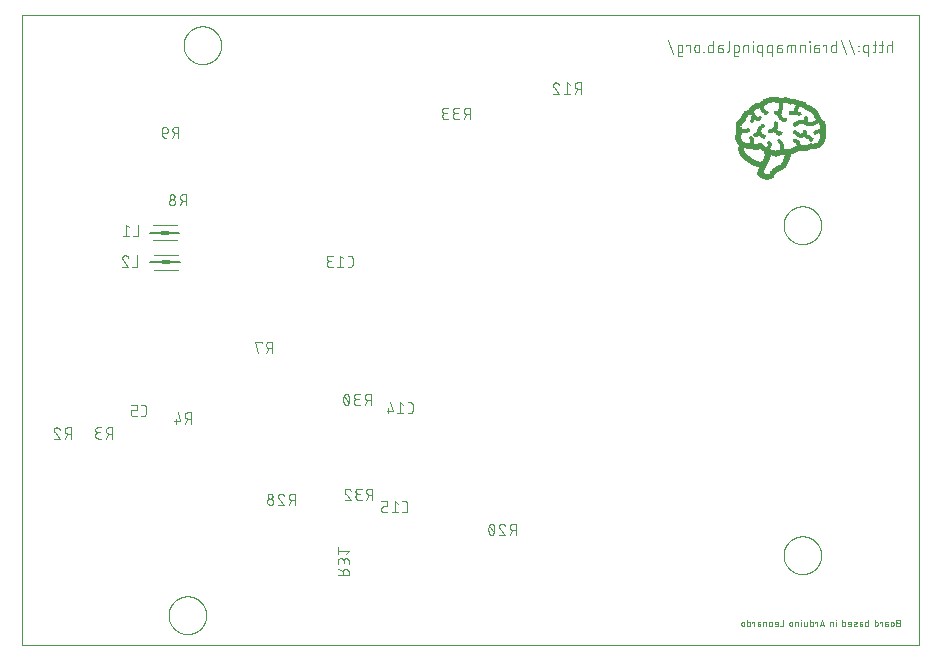
<source format=gbr>
G04 EAGLE Gerber X2 export*
G75*
%MOMM*%
%FSLAX34Y34*%
%LPD*%
%AMOC8*
5,1,8,0,0,1.08239X$1,22.5*%
G01*
%ADD10C,0.000000*%
%ADD11C,0.076200*%
%ADD12C,0.050800*%
%ADD13R,0.355600X0.025400*%
%ADD14R,0.584200X0.025400*%
%ADD15R,0.711200X0.025400*%
%ADD16R,0.812800X0.025400*%
%ADD17R,0.914400X0.025400*%
%ADD18R,0.990600X0.025400*%
%ADD19R,1.066800X0.025400*%
%ADD20R,1.117600X0.025400*%
%ADD21R,1.168400X0.025400*%
%ADD22R,1.219200X0.025400*%
%ADD23R,1.270000X0.025400*%
%ADD24R,1.320800X0.025400*%
%ADD25R,1.371600X0.025400*%
%ADD26R,1.397000X0.025400*%
%ADD27R,1.422400X0.025400*%
%ADD28R,1.447800X0.025400*%
%ADD29R,1.498600X0.025400*%
%ADD30R,0.533400X0.025400*%
%ADD31R,0.685800X0.025400*%
%ADD32R,0.609600X0.025400*%
%ADD33R,0.558800X0.025400*%
%ADD34R,0.508000X0.025400*%
%ADD35R,0.457200X0.025400*%
%ADD36R,0.431800X0.025400*%
%ADD37R,0.660400X0.025400*%
%ADD38R,0.482600X0.025400*%
%ADD39R,0.736600X0.025400*%
%ADD40R,0.762000X0.025400*%
%ADD41R,0.787400X0.025400*%
%ADD42R,0.838200X0.025400*%
%ADD43R,0.635000X0.025400*%
%ADD44R,1.041400X0.025400*%
%ADD45R,1.473200X0.025400*%
%ADD46R,1.524000X0.025400*%
%ADD47R,1.600200X0.025400*%
%ADD48R,1.625600X0.025400*%
%ADD49R,1.701800X0.025400*%
%ADD50R,1.752600X0.025400*%
%ADD51R,0.965200X0.025400*%
%ADD52R,0.889000X0.025400*%
%ADD53R,0.177800X0.025400*%
%ADD54R,0.863600X0.025400*%
%ADD55R,2.159000X0.025400*%
%ADD56R,2.184400X0.025400*%
%ADD57R,2.286000X0.025400*%
%ADD58R,2.362200X0.025400*%
%ADD59R,2.463800X0.025400*%
%ADD60R,2.540000X0.025400*%
%ADD61R,2.590800X0.025400*%
%ADD62R,2.641600X0.025400*%
%ADD63R,2.717800X0.025400*%
%ADD64R,2.794000X0.025400*%
%ADD65R,2.895600X0.025400*%
%ADD66R,1.803400X0.025400*%
%ADD67R,0.939800X0.025400*%
%ADD68R,0.406400X0.025400*%
%ADD69R,1.727200X0.025400*%
%ADD70R,2.438400X0.025400*%
%ADD71R,1.930400X0.025400*%
%ADD72R,0.381000X0.025400*%
%ADD73R,0.304800X0.025400*%
%ADD74R,0.279400X0.025400*%
%ADD75R,2.057400X0.025400*%
%ADD76R,2.082800X0.025400*%
%ADD77R,2.108200X0.025400*%
%ADD78R,2.209800X0.025400*%
%ADD79R,2.133600X0.025400*%
%ADD80R,0.330200X0.025400*%
%ADD81R,2.336800X0.025400*%
%ADD82R,2.260600X0.025400*%
%ADD83R,1.346200X0.025400*%
%ADD84R,1.244600X0.025400*%
%ADD85R,1.193800X0.025400*%
%ADD86R,0.228600X0.025400*%
%ADD87R,0.101600X0.025400*%
%ADD88R,0.254000X0.025400*%
%ADD89R,0.025400X0.025400*%
%ADD90R,0.127000X0.025400*%
%ADD91R,0.203200X0.025400*%
%ADD92R,0.152400X0.025400*%
%ADD93R,0.050800X0.025400*%
%ADD94R,1.092200X0.025400*%
%ADD95R,0.076200X0.025400*%
%ADD96R,1.143000X0.025400*%
%ADD97R,1.955800X0.025400*%
%ADD98R,1.981200X0.025400*%
%ADD99R,2.489200X0.025400*%
%ADD100R,1.016000X0.025400*%
%ADD101R,2.413000X0.025400*%
%ADD102R,3.530600X0.025400*%
%ADD103R,3.352800X0.025400*%
%ADD104R,3.098800X0.025400*%
%ADD105R,3.022600X0.025400*%
%ADD106R,2.946400X0.025400*%
%ADD107R,2.692400X0.025400*%
%ADD108R,2.565400X0.025400*%
%ADD109R,2.387600X0.025400*%
%ADD110C,0.127000*%
%ADD111C,0.070000*%
%ADD112R,0.700000X0.300000*%


D10*
X0Y0D02*
X758825Y0D01*
X758825Y533400D01*
X0Y533400D01*
X0Y0D01*
X136400Y508000D02*
X136405Y508393D01*
X136419Y508785D01*
X136443Y509177D01*
X136477Y509568D01*
X136520Y509959D01*
X136573Y510348D01*
X136636Y510735D01*
X136707Y511121D01*
X136789Y511506D01*
X136879Y511888D01*
X136980Y512267D01*
X137089Y512645D01*
X137208Y513019D01*
X137335Y513390D01*
X137472Y513758D01*
X137618Y514123D01*
X137773Y514484D01*
X137936Y514841D01*
X138108Y515194D01*
X138289Y515542D01*
X138479Y515886D01*
X138676Y516226D01*
X138882Y516560D01*
X139096Y516889D01*
X139319Y517213D01*
X139549Y517531D01*
X139786Y517844D01*
X140032Y518150D01*
X140285Y518451D01*
X140545Y518745D01*
X140812Y519033D01*
X141086Y519314D01*
X141367Y519588D01*
X141655Y519855D01*
X141949Y520115D01*
X142250Y520368D01*
X142556Y520614D01*
X142869Y520851D01*
X143187Y521081D01*
X143511Y521304D01*
X143840Y521518D01*
X144174Y521724D01*
X144514Y521921D01*
X144858Y522111D01*
X145206Y522292D01*
X145559Y522464D01*
X145916Y522627D01*
X146277Y522782D01*
X146642Y522928D01*
X147010Y523065D01*
X147381Y523192D01*
X147755Y523311D01*
X148133Y523420D01*
X148512Y523521D01*
X148894Y523611D01*
X149279Y523693D01*
X149665Y523764D01*
X150052Y523827D01*
X150441Y523880D01*
X150832Y523923D01*
X151223Y523957D01*
X151615Y523981D01*
X152007Y523995D01*
X152400Y524000D01*
X152793Y523995D01*
X153185Y523981D01*
X153577Y523957D01*
X153968Y523923D01*
X154359Y523880D01*
X154748Y523827D01*
X155135Y523764D01*
X155521Y523693D01*
X155906Y523611D01*
X156288Y523521D01*
X156667Y523420D01*
X157045Y523311D01*
X157419Y523192D01*
X157790Y523065D01*
X158158Y522928D01*
X158523Y522782D01*
X158884Y522627D01*
X159241Y522464D01*
X159594Y522292D01*
X159942Y522111D01*
X160286Y521921D01*
X160626Y521724D01*
X160960Y521518D01*
X161289Y521304D01*
X161613Y521081D01*
X161931Y520851D01*
X162244Y520614D01*
X162550Y520368D01*
X162851Y520115D01*
X163145Y519855D01*
X163433Y519588D01*
X163714Y519314D01*
X163988Y519033D01*
X164255Y518745D01*
X164515Y518451D01*
X164768Y518150D01*
X165014Y517844D01*
X165251Y517531D01*
X165481Y517213D01*
X165704Y516889D01*
X165918Y516560D01*
X166124Y516226D01*
X166321Y515886D01*
X166511Y515542D01*
X166692Y515194D01*
X166864Y514841D01*
X167027Y514484D01*
X167182Y514123D01*
X167328Y513758D01*
X167465Y513390D01*
X167592Y513019D01*
X167711Y512645D01*
X167820Y512267D01*
X167921Y511888D01*
X168011Y511506D01*
X168093Y511121D01*
X168164Y510735D01*
X168227Y510348D01*
X168280Y509959D01*
X168323Y509568D01*
X168357Y509177D01*
X168381Y508785D01*
X168395Y508393D01*
X168400Y508000D01*
X168395Y507607D01*
X168381Y507215D01*
X168357Y506823D01*
X168323Y506432D01*
X168280Y506041D01*
X168227Y505652D01*
X168164Y505265D01*
X168093Y504879D01*
X168011Y504494D01*
X167921Y504112D01*
X167820Y503733D01*
X167711Y503355D01*
X167592Y502981D01*
X167465Y502610D01*
X167328Y502242D01*
X167182Y501877D01*
X167027Y501516D01*
X166864Y501159D01*
X166692Y500806D01*
X166511Y500458D01*
X166321Y500114D01*
X166124Y499774D01*
X165918Y499440D01*
X165704Y499111D01*
X165481Y498787D01*
X165251Y498469D01*
X165014Y498156D01*
X164768Y497850D01*
X164515Y497549D01*
X164255Y497255D01*
X163988Y496967D01*
X163714Y496686D01*
X163433Y496412D01*
X163145Y496145D01*
X162851Y495885D01*
X162550Y495632D01*
X162244Y495386D01*
X161931Y495149D01*
X161613Y494919D01*
X161289Y494696D01*
X160960Y494482D01*
X160626Y494276D01*
X160286Y494079D01*
X159942Y493889D01*
X159594Y493708D01*
X159241Y493536D01*
X158884Y493373D01*
X158523Y493218D01*
X158158Y493072D01*
X157790Y492935D01*
X157419Y492808D01*
X157045Y492689D01*
X156667Y492580D01*
X156288Y492479D01*
X155906Y492389D01*
X155521Y492307D01*
X155135Y492236D01*
X154748Y492173D01*
X154359Y492120D01*
X153968Y492077D01*
X153577Y492043D01*
X153185Y492019D01*
X152793Y492005D01*
X152400Y492000D01*
X152007Y492005D01*
X151615Y492019D01*
X151223Y492043D01*
X150832Y492077D01*
X150441Y492120D01*
X150052Y492173D01*
X149665Y492236D01*
X149279Y492307D01*
X148894Y492389D01*
X148512Y492479D01*
X148133Y492580D01*
X147755Y492689D01*
X147381Y492808D01*
X147010Y492935D01*
X146642Y493072D01*
X146277Y493218D01*
X145916Y493373D01*
X145559Y493536D01*
X145206Y493708D01*
X144858Y493889D01*
X144514Y494079D01*
X144174Y494276D01*
X143840Y494482D01*
X143511Y494696D01*
X143187Y494919D01*
X142869Y495149D01*
X142556Y495386D01*
X142250Y495632D01*
X141949Y495885D01*
X141655Y496145D01*
X141367Y496412D01*
X141086Y496686D01*
X140812Y496967D01*
X140545Y497255D01*
X140285Y497549D01*
X140032Y497850D01*
X139786Y498156D01*
X139549Y498469D01*
X139319Y498787D01*
X139096Y499111D01*
X138882Y499440D01*
X138676Y499774D01*
X138479Y500114D01*
X138289Y500458D01*
X138108Y500806D01*
X137936Y501159D01*
X137773Y501516D01*
X137618Y501877D01*
X137472Y502242D01*
X137335Y502610D01*
X137208Y502981D01*
X137089Y503355D01*
X136980Y503733D01*
X136879Y504112D01*
X136789Y504494D01*
X136707Y504879D01*
X136636Y505265D01*
X136573Y505652D01*
X136520Y506041D01*
X136477Y506432D01*
X136443Y506823D01*
X136419Y507215D01*
X136405Y507607D01*
X136400Y508000D01*
X123700Y25400D02*
X123705Y25793D01*
X123719Y26185D01*
X123743Y26577D01*
X123777Y26968D01*
X123820Y27359D01*
X123873Y27748D01*
X123936Y28135D01*
X124007Y28521D01*
X124089Y28906D01*
X124179Y29288D01*
X124280Y29667D01*
X124389Y30045D01*
X124508Y30419D01*
X124635Y30790D01*
X124772Y31158D01*
X124918Y31523D01*
X125073Y31884D01*
X125236Y32241D01*
X125408Y32594D01*
X125589Y32942D01*
X125779Y33286D01*
X125976Y33626D01*
X126182Y33960D01*
X126396Y34289D01*
X126619Y34613D01*
X126849Y34931D01*
X127086Y35244D01*
X127332Y35550D01*
X127585Y35851D01*
X127845Y36145D01*
X128112Y36433D01*
X128386Y36714D01*
X128667Y36988D01*
X128955Y37255D01*
X129249Y37515D01*
X129550Y37768D01*
X129856Y38014D01*
X130169Y38251D01*
X130487Y38481D01*
X130811Y38704D01*
X131140Y38918D01*
X131474Y39124D01*
X131814Y39321D01*
X132158Y39511D01*
X132506Y39692D01*
X132859Y39864D01*
X133216Y40027D01*
X133577Y40182D01*
X133942Y40328D01*
X134310Y40465D01*
X134681Y40592D01*
X135055Y40711D01*
X135433Y40820D01*
X135812Y40921D01*
X136194Y41011D01*
X136579Y41093D01*
X136965Y41164D01*
X137352Y41227D01*
X137741Y41280D01*
X138132Y41323D01*
X138523Y41357D01*
X138915Y41381D01*
X139307Y41395D01*
X139700Y41400D01*
X140093Y41395D01*
X140485Y41381D01*
X140877Y41357D01*
X141268Y41323D01*
X141659Y41280D01*
X142048Y41227D01*
X142435Y41164D01*
X142821Y41093D01*
X143206Y41011D01*
X143588Y40921D01*
X143967Y40820D01*
X144345Y40711D01*
X144719Y40592D01*
X145090Y40465D01*
X145458Y40328D01*
X145823Y40182D01*
X146184Y40027D01*
X146541Y39864D01*
X146894Y39692D01*
X147242Y39511D01*
X147586Y39321D01*
X147926Y39124D01*
X148260Y38918D01*
X148589Y38704D01*
X148913Y38481D01*
X149231Y38251D01*
X149544Y38014D01*
X149850Y37768D01*
X150151Y37515D01*
X150445Y37255D01*
X150733Y36988D01*
X151014Y36714D01*
X151288Y36433D01*
X151555Y36145D01*
X151815Y35851D01*
X152068Y35550D01*
X152314Y35244D01*
X152551Y34931D01*
X152781Y34613D01*
X153004Y34289D01*
X153218Y33960D01*
X153424Y33626D01*
X153621Y33286D01*
X153811Y32942D01*
X153992Y32594D01*
X154164Y32241D01*
X154327Y31884D01*
X154482Y31523D01*
X154628Y31158D01*
X154765Y30790D01*
X154892Y30419D01*
X155011Y30045D01*
X155120Y29667D01*
X155221Y29288D01*
X155311Y28906D01*
X155393Y28521D01*
X155464Y28135D01*
X155527Y27748D01*
X155580Y27359D01*
X155623Y26968D01*
X155657Y26577D01*
X155681Y26185D01*
X155695Y25793D01*
X155700Y25400D01*
X155695Y25007D01*
X155681Y24615D01*
X155657Y24223D01*
X155623Y23832D01*
X155580Y23441D01*
X155527Y23052D01*
X155464Y22665D01*
X155393Y22279D01*
X155311Y21894D01*
X155221Y21512D01*
X155120Y21133D01*
X155011Y20755D01*
X154892Y20381D01*
X154765Y20010D01*
X154628Y19642D01*
X154482Y19277D01*
X154327Y18916D01*
X154164Y18559D01*
X153992Y18206D01*
X153811Y17858D01*
X153621Y17514D01*
X153424Y17174D01*
X153218Y16840D01*
X153004Y16511D01*
X152781Y16187D01*
X152551Y15869D01*
X152314Y15556D01*
X152068Y15250D01*
X151815Y14949D01*
X151555Y14655D01*
X151288Y14367D01*
X151014Y14086D01*
X150733Y13812D01*
X150445Y13545D01*
X150151Y13285D01*
X149850Y13032D01*
X149544Y12786D01*
X149231Y12549D01*
X148913Y12319D01*
X148589Y12096D01*
X148260Y11882D01*
X147926Y11676D01*
X147586Y11479D01*
X147242Y11289D01*
X146894Y11108D01*
X146541Y10936D01*
X146184Y10773D01*
X145823Y10618D01*
X145458Y10472D01*
X145090Y10335D01*
X144719Y10208D01*
X144345Y10089D01*
X143967Y9980D01*
X143588Y9879D01*
X143206Y9789D01*
X142821Y9707D01*
X142435Y9636D01*
X142048Y9573D01*
X141659Y9520D01*
X141268Y9477D01*
X140877Y9443D01*
X140485Y9419D01*
X140093Y9405D01*
X139700Y9400D01*
X139307Y9405D01*
X138915Y9419D01*
X138523Y9443D01*
X138132Y9477D01*
X137741Y9520D01*
X137352Y9573D01*
X136965Y9636D01*
X136579Y9707D01*
X136194Y9789D01*
X135812Y9879D01*
X135433Y9980D01*
X135055Y10089D01*
X134681Y10208D01*
X134310Y10335D01*
X133942Y10472D01*
X133577Y10618D01*
X133216Y10773D01*
X132859Y10936D01*
X132506Y11108D01*
X132158Y11289D01*
X131814Y11479D01*
X131474Y11676D01*
X131140Y11882D01*
X130811Y12096D01*
X130487Y12319D01*
X130169Y12549D01*
X129856Y12786D01*
X129550Y13032D01*
X129249Y13285D01*
X128955Y13545D01*
X128667Y13812D01*
X128386Y14086D01*
X128112Y14367D01*
X127845Y14655D01*
X127585Y14949D01*
X127332Y15250D01*
X127086Y15556D01*
X126849Y15869D01*
X126619Y16187D01*
X126396Y16511D01*
X126182Y16840D01*
X125976Y17174D01*
X125779Y17514D01*
X125589Y17858D01*
X125408Y18206D01*
X125236Y18559D01*
X125073Y18916D01*
X124918Y19277D01*
X124772Y19642D01*
X124635Y20010D01*
X124508Y20381D01*
X124389Y20755D01*
X124280Y21133D01*
X124179Y21512D01*
X124089Y21894D01*
X124007Y22279D01*
X123936Y22665D01*
X123873Y23052D01*
X123820Y23441D01*
X123777Y23832D01*
X123743Y24223D01*
X123719Y24615D01*
X123705Y25007D01*
X123700Y25400D01*
X644400Y355600D02*
X644405Y355993D01*
X644419Y356385D01*
X644443Y356777D01*
X644477Y357168D01*
X644520Y357559D01*
X644573Y357948D01*
X644636Y358335D01*
X644707Y358721D01*
X644789Y359106D01*
X644879Y359488D01*
X644980Y359867D01*
X645089Y360245D01*
X645208Y360619D01*
X645335Y360990D01*
X645472Y361358D01*
X645618Y361723D01*
X645773Y362084D01*
X645936Y362441D01*
X646108Y362794D01*
X646289Y363142D01*
X646479Y363486D01*
X646676Y363826D01*
X646882Y364160D01*
X647096Y364489D01*
X647319Y364813D01*
X647549Y365131D01*
X647786Y365444D01*
X648032Y365750D01*
X648285Y366051D01*
X648545Y366345D01*
X648812Y366633D01*
X649086Y366914D01*
X649367Y367188D01*
X649655Y367455D01*
X649949Y367715D01*
X650250Y367968D01*
X650556Y368214D01*
X650869Y368451D01*
X651187Y368681D01*
X651511Y368904D01*
X651840Y369118D01*
X652174Y369324D01*
X652514Y369521D01*
X652858Y369711D01*
X653206Y369892D01*
X653559Y370064D01*
X653916Y370227D01*
X654277Y370382D01*
X654642Y370528D01*
X655010Y370665D01*
X655381Y370792D01*
X655755Y370911D01*
X656133Y371020D01*
X656512Y371121D01*
X656894Y371211D01*
X657279Y371293D01*
X657665Y371364D01*
X658052Y371427D01*
X658441Y371480D01*
X658832Y371523D01*
X659223Y371557D01*
X659615Y371581D01*
X660007Y371595D01*
X660400Y371600D01*
X660793Y371595D01*
X661185Y371581D01*
X661577Y371557D01*
X661968Y371523D01*
X662359Y371480D01*
X662748Y371427D01*
X663135Y371364D01*
X663521Y371293D01*
X663906Y371211D01*
X664288Y371121D01*
X664667Y371020D01*
X665045Y370911D01*
X665419Y370792D01*
X665790Y370665D01*
X666158Y370528D01*
X666523Y370382D01*
X666884Y370227D01*
X667241Y370064D01*
X667594Y369892D01*
X667942Y369711D01*
X668286Y369521D01*
X668626Y369324D01*
X668960Y369118D01*
X669289Y368904D01*
X669613Y368681D01*
X669931Y368451D01*
X670244Y368214D01*
X670550Y367968D01*
X670851Y367715D01*
X671145Y367455D01*
X671433Y367188D01*
X671714Y366914D01*
X671988Y366633D01*
X672255Y366345D01*
X672515Y366051D01*
X672768Y365750D01*
X673014Y365444D01*
X673251Y365131D01*
X673481Y364813D01*
X673704Y364489D01*
X673918Y364160D01*
X674124Y363826D01*
X674321Y363486D01*
X674511Y363142D01*
X674692Y362794D01*
X674864Y362441D01*
X675027Y362084D01*
X675182Y361723D01*
X675328Y361358D01*
X675465Y360990D01*
X675592Y360619D01*
X675711Y360245D01*
X675820Y359867D01*
X675921Y359488D01*
X676011Y359106D01*
X676093Y358721D01*
X676164Y358335D01*
X676227Y357948D01*
X676280Y357559D01*
X676323Y357168D01*
X676357Y356777D01*
X676381Y356385D01*
X676395Y355993D01*
X676400Y355600D01*
X676395Y355207D01*
X676381Y354815D01*
X676357Y354423D01*
X676323Y354032D01*
X676280Y353641D01*
X676227Y353252D01*
X676164Y352865D01*
X676093Y352479D01*
X676011Y352094D01*
X675921Y351712D01*
X675820Y351333D01*
X675711Y350955D01*
X675592Y350581D01*
X675465Y350210D01*
X675328Y349842D01*
X675182Y349477D01*
X675027Y349116D01*
X674864Y348759D01*
X674692Y348406D01*
X674511Y348058D01*
X674321Y347714D01*
X674124Y347374D01*
X673918Y347040D01*
X673704Y346711D01*
X673481Y346387D01*
X673251Y346069D01*
X673014Y345756D01*
X672768Y345450D01*
X672515Y345149D01*
X672255Y344855D01*
X671988Y344567D01*
X671714Y344286D01*
X671433Y344012D01*
X671145Y343745D01*
X670851Y343485D01*
X670550Y343232D01*
X670244Y342986D01*
X669931Y342749D01*
X669613Y342519D01*
X669289Y342296D01*
X668960Y342082D01*
X668626Y341876D01*
X668286Y341679D01*
X667942Y341489D01*
X667594Y341308D01*
X667241Y341136D01*
X666884Y340973D01*
X666523Y340818D01*
X666158Y340672D01*
X665790Y340535D01*
X665419Y340408D01*
X665045Y340289D01*
X664667Y340180D01*
X664288Y340079D01*
X663906Y339989D01*
X663521Y339907D01*
X663135Y339836D01*
X662748Y339773D01*
X662359Y339720D01*
X661968Y339677D01*
X661577Y339643D01*
X661185Y339619D01*
X660793Y339605D01*
X660400Y339600D01*
X660007Y339605D01*
X659615Y339619D01*
X659223Y339643D01*
X658832Y339677D01*
X658441Y339720D01*
X658052Y339773D01*
X657665Y339836D01*
X657279Y339907D01*
X656894Y339989D01*
X656512Y340079D01*
X656133Y340180D01*
X655755Y340289D01*
X655381Y340408D01*
X655010Y340535D01*
X654642Y340672D01*
X654277Y340818D01*
X653916Y340973D01*
X653559Y341136D01*
X653206Y341308D01*
X652858Y341489D01*
X652514Y341679D01*
X652174Y341876D01*
X651840Y342082D01*
X651511Y342296D01*
X651187Y342519D01*
X650869Y342749D01*
X650556Y342986D01*
X650250Y343232D01*
X649949Y343485D01*
X649655Y343745D01*
X649367Y344012D01*
X649086Y344286D01*
X648812Y344567D01*
X648545Y344855D01*
X648285Y345149D01*
X648032Y345450D01*
X647786Y345756D01*
X647549Y346069D01*
X647319Y346387D01*
X647096Y346711D01*
X646882Y347040D01*
X646676Y347374D01*
X646479Y347714D01*
X646289Y348058D01*
X646108Y348406D01*
X645936Y348759D01*
X645773Y349116D01*
X645618Y349477D01*
X645472Y349842D01*
X645335Y350210D01*
X645208Y350581D01*
X645089Y350955D01*
X644980Y351333D01*
X644879Y351712D01*
X644789Y352094D01*
X644707Y352479D01*
X644636Y352865D01*
X644573Y353252D01*
X644520Y353641D01*
X644477Y354032D01*
X644443Y354423D01*
X644419Y354815D01*
X644405Y355207D01*
X644400Y355600D01*
X644400Y76200D02*
X644405Y76593D01*
X644419Y76985D01*
X644443Y77377D01*
X644477Y77768D01*
X644520Y78159D01*
X644573Y78548D01*
X644636Y78935D01*
X644707Y79321D01*
X644789Y79706D01*
X644879Y80088D01*
X644980Y80467D01*
X645089Y80845D01*
X645208Y81219D01*
X645335Y81590D01*
X645472Y81958D01*
X645618Y82323D01*
X645773Y82684D01*
X645936Y83041D01*
X646108Y83394D01*
X646289Y83742D01*
X646479Y84086D01*
X646676Y84426D01*
X646882Y84760D01*
X647096Y85089D01*
X647319Y85413D01*
X647549Y85731D01*
X647786Y86044D01*
X648032Y86350D01*
X648285Y86651D01*
X648545Y86945D01*
X648812Y87233D01*
X649086Y87514D01*
X649367Y87788D01*
X649655Y88055D01*
X649949Y88315D01*
X650250Y88568D01*
X650556Y88814D01*
X650869Y89051D01*
X651187Y89281D01*
X651511Y89504D01*
X651840Y89718D01*
X652174Y89924D01*
X652514Y90121D01*
X652858Y90311D01*
X653206Y90492D01*
X653559Y90664D01*
X653916Y90827D01*
X654277Y90982D01*
X654642Y91128D01*
X655010Y91265D01*
X655381Y91392D01*
X655755Y91511D01*
X656133Y91620D01*
X656512Y91721D01*
X656894Y91811D01*
X657279Y91893D01*
X657665Y91964D01*
X658052Y92027D01*
X658441Y92080D01*
X658832Y92123D01*
X659223Y92157D01*
X659615Y92181D01*
X660007Y92195D01*
X660400Y92200D01*
X660793Y92195D01*
X661185Y92181D01*
X661577Y92157D01*
X661968Y92123D01*
X662359Y92080D01*
X662748Y92027D01*
X663135Y91964D01*
X663521Y91893D01*
X663906Y91811D01*
X664288Y91721D01*
X664667Y91620D01*
X665045Y91511D01*
X665419Y91392D01*
X665790Y91265D01*
X666158Y91128D01*
X666523Y90982D01*
X666884Y90827D01*
X667241Y90664D01*
X667594Y90492D01*
X667942Y90311D01*
X668286Y90121D01*
X668626Y89924D01*
X668960Y89718D01*
X669289Y89504D01*
X669613Y89281D01*
X669931Y89051D01*
X670244Y88814D01*
X670550Y88568D01*
X670851Y88315D01*
X671145Y88055D01*
X671433Y87788D01*
X671714Y87514D01*
X671988Y87233D01*
X672255Y86945D01*
X672515Y86651D01*
X672768Y86350D01*
X673014Y86044D01*
X673251Y85731D01*
X673481Y85413D01*
X673704Y85089D01*
X673918Y84760D01*
X674124Y84426D01*
X674321Y84086D01*
X674511Y83742D01*
X674692Y83394D01*
X674864Y83041D01*
X675027Y82684D01*
X675182Y82323D01*
X675328Y81958D01*
X675465Y81590D01*
X675592Y81219D01*
X675711Y80845D01*
X675820Y80467D01*
X675921Y80088D01*
X676011Y79706D01*
X676093Y79321D01*
X676164Y78935D01*
X676227Y78548D01*
X676280Y78159D01*
X676323Y77768D01*
X676357Y77377D01*
X676381Y76985D01*
X676395Y76593D01*
X676400Y76200D01*
X676395Y75807D01*
X676381Y75415D01*
X676357Y75023D01*
X676323Y74632D01*
X676280Y74241D01*
X676227Y73852D01*
X676164Y73465D01*
X676093Y73079D01*
X676011Y72694D01*
X675921Y72312D01*
X675820Y71933D01*
X675711Y71555D01*
X675592Y71181D01*
X675465Y70810D01*
X675328Y70442D01*
X675182Y70077D01*
X675027Y69716D01*
X674864Y69359D01*
X674692Y69006D01*
X674511Y68658D01*
X674321Y68314D01*
X674124Y67974D01*
X673918Y67640D01*
X673704Y67311D01*
X673481Y66987D01*
X673251Y66669D01*
X673014Y66356D01*
X672768Y66050D01*
X672515Y65749D01*
X672255Y65455D01*
X671988Y65167D01*
X671714Y64886D01*
X671433Y64612D01*
X671145Y64345D01*
X670851Y64085D01*
X670550Y63832D01*
X670244Y63586D01*
X669931Y63349D01*
X669613Y63119D01*
X669289Y62896D01*
X668960Y62682D01*
X668626Y62476D01*
X668286Y62279D01*
X667942Y62089D01*
X667594Y61908D01*
X667241Y61736D01*
X666884Y61573D01*
X666523Y61418D01*
X666158Y61272D01*
X665790Y61135D01*
X665419Y61008D01*
X665045Y60889D01*
X664667Y60780D01*
X664288Y60679D01*
X663906Y60589D01*
X663521Y60507D01*
X663135Y60436D01*
X662748Y60373D01*
X662359Y60320D01*
X661968Y60277D01*
X661577Y60243D01*
X661185Y60219D01*
X660793Y60205D01*
X660400Y60200D01*
X660007Y60205D01*
X659615Y60219D01*
X659223Y60243D01*
X658832Y60277D01*
X658441Y60320D01*
X658052Y60373D01*
X657665Y60436D01*
X657279Y60507D01*
X656894Y60589D01*
X656512Y60679D01*
X656133Y60780D01*
X655755Y60889D01*
X655381Y61008D01*
X655010Y61135D01*
X654642Y61272D01*
X654277Y61418D01*
X653916Y61573D01*
X653559Y61736D01*
X653206Y61908D01*
X652858Y62089D01*
X652514Y62279D01*
X652174Y62476D01*
X651840Y62682D01*
X651511Y62896D01*
X651187Y63119D01*
X650869Y63349D01*
X650556Y63586D01*
X650250Y63832D01*
X649949Y64085D01*
X649655Y64345D01*
X649367Y64612D01*
X649086Y64886D01*
X648812Y65167D01*
X648545Y65455D01*
X648285Y65749D01*
X648032Y66050D01*
X647786Y66356D01*
X647549Y66669D01*
X647319Y66987D01*
X647096Y67311D01*
X646882Y67640D01*
X646676Y67974D01*
X646479Y68314D01*
X646289Y68658D01*
X646108Y69006D01*
X645936Y69359D01*
X645773Y69716D01*
X645618Y70077D01*
X645472Y70442D01*
X645335Y70810D01*
X645208Y71181D01*
X645089Y71555D01*
X644980Y71933D01*
X644879Y72312D01*
X644789Y72694D01*
X644707Y73079D01*
X644636Y73465D01*
X644573Y73852D01*
X644520Y74241D01*
X644477Y74632D01*
X644443Y75023D01*
X644419Y75415D01*
X644405Y75807D01*
X644400Y76200D01*
D11*
X736219Y502031D02*
X736219Y511429D01*
X736219Y508296D02*
X733608Y508296D01*
X733531Y508294D01*
X733455Y508288D01*
X733378Y508279D01*
X733302Y508266D01*
X733228Y508249D01*
X733153Y508229D01*
X733080Y508204D01*
X733009Y508177D01*
X732938Y508146D01*
X732870Y508111D01*
X732803Y508073D01*
X732738Y508032D01*
X732675Y507988D01*
X732615Y507941D01*
X732556Y507890D01*
X732501Y507837D01*
X732448Y507782D01*
X732397Y507723D01*
X732350Y507663D01*
X732306Y507600D01*
X732265Y507535D01*
X732227Y507468D01*
X732192Y507400D01*
X732161Y507329D01*
X732134Y507258D01*
X732109Y507185D01*
X732089Y507111D01*
X732072Y507036D01*
X732059Y506960D01*
X732050Y506884D01*
X732044Y506807D01*
X732042Y506730D01*
X732042Y502031D01*
X728758Y508296D02*
X725625Y508296D01*
X727714Y511429D02*
X727714Y503597D01*
X727712Y503520D01*
X727706Y503444D01*
X727697Y503367D01*
X727684Y503291D01*
X727667Y503216D01*
X727647Y503142D01*
X727622Y503069D01*
X727595Y502998D01*
X727564Y502927D01*
X727529Y502859D01*
X727491Y502792D01*
X727450Y502727D01*
X727406Y502664D01*
X727359Y502604D01*
X727308Y502545D01*
X727255Y502490D01*
X727200Y502437D01*
X727141Y502386D01*
X727081Y502339D01*
X727018Y502295D01*
X726953Y502254D01*
X726886Y502216D01*
X726818Y502181D01*
X726747Y502150D01*
X726676Y502123D01*
X726603Y502098D01*
X726529Y502078D01*
X726454Y502061D01*
X726378Y502048D01*
X726301Y502039D01*
X726225Y502033D01*
X726148Y502031D01*
X725625Y502031D01*
X722967Y508296D02*
X719834Y508296D01*
X721923Y511429D02*
X721923Y503597D01*
X721922Y503597D02*
X721920Y503520D01*
X721914Y503444D01*
X721905Y503367D01*
X721892Y503291D01*
X721875Y503216D01*
X721855Y503142D01*
X721830Y503069D01*
X721803Y502998D01*
X721772Y502927D01*
X721737Y502859D01*
X721699Y502792D01*
X721658Y502727D01*
X721614Y502664D01*
X721567Y502604D01*
X721516Y502545D01*
X721463Y502490D01*
X721408Y502437D01*
X721349Y502386D01*
X721289Y502339D01*
X721226Y502295D01*
X721161Y502254D01*
X721094Y502216D01*
X721026Y502181D01*
X720955Y502150D01*
X720884Y502123D01*
X720811Y502098D01*
X720737Y502078D01*
X720662Y502061D01*
X720586Y502048D01*
X720509Y502039D01*
X720433Y502033D01*
X720356Y502031D01*
X719834Y502031D01*
X716057Y498898D02*
X716057Y508296D01*
X713446Y508296D01*
X713369Y508294D01*
X713293Y508288D01*
X713216Y508279D01*
X713140Y508266D01*
X713066Y508249D01*
X712991Y508229D01*
X712918Y508204D01*
X712847Y508177D01*
X712776Y508146D01*
X712708Y508111D01*
X712641Y508073D01*
X712576Y508032D01*
X712513Y507988D01*
X712453Y507941D01*
X712394Y507890D01*
X712339Y507837D01*
X712286Y507782D01*
X712235Y507723D01*
X712188Y507663D01*
X712144Y507600D01*
X712103Y507535D01*
X712065Y507468D01*
X712030Y507400D01*
X711999Y507329D01*
X711972Y507258D01*
X711947Y507185D01*
X711927Y507111D01*
X711910Y507036D01*
X711897Y506960D01*
X711888Y506884D01*
X711882Y506807D01*
X711880Y506730D01*
X711880Y503597D01*
X711882Y503520D01*
X711888Y503444D01*
X711897Y503367D01*
X711910Y503291D01*
X711927Y503216D01*
X711947Y503142D01*
X711972Y503069D01*
X711999Y502998D01*
X712030Y502927D01*
X712065Y502859D01*
X712103Y502792D01*
X712144Y502727D01*
X712188Y502664D01*
X712235Y502604D01*
X712286Y502545D01*
X712339Y502490D01*
X712394Y502437D01*
X712453Y502386D01*
X712513Y502339D01*
X712576Y502295D01*
X712641Y502254D01*
X712708Y502216D01*
X712776Y502181D01*
X712847Y502150D01*
X712918Y502123D01*
X712991Y502098D01*
X713066Y502078D01*
X713141Y502061D01*
X713216Y502048D01*
X713293Y502039D01*
X713369Y502033D01*
X713446Y502031D01*
X716057Y502031D01*
X708179Y502814D02*
X708179Y503336D01*
X707657Y503336D01*
X707657Y502814D01*
X708179Y502814D01*
X708179Y506991D02*
X708179Y507513D01*
X707657Y507513D01*
X707657Y506991D01*
X708179Y506991D01*
X704215Y500987D02*
X700038Y512473D01*
X692723Y512473D02*
X696900Y500987D01*
X688930Y502031D02*
X688930Y511429D01*
X688930Y502031D02*
X686319Y502031D01*
X686242Y502033D01*
X686166Y502039D01*
X686089Y502048D01*
X686013Y502061D01*
X685939Y502078D01*
X685864Y502098D01*
X685791Y502123D01*
X685720Y502150D01*
X685649Y502181D01*
X685581Y502216D01*
X685514Y502254D01*
X685449Y502295D01*
X685386Y502339D01*
X685326Y502386D01*
X685267Y502437D01*
X685212Y502490D01*
X685159Y502545D01*
X685108Y502604D01*
X685061Y502664D01*
X685017Y502727D01*
X684976Y502792D01*
X684938Y502859D01*
X684903Y502927D01*
X684872Y502998D01*
X684845Y503069D01*
X684820Y503142D01*
X684800Y503216D01*
X684783Y503291D01*
X684770Y503367D01*
X684761Y503443D01*
X684755Y503520D01*
X684753Y503597D01*
X684753Y506730D01*
X684755Y506807D01*
X684761Y506883D01*
X684770Y506960D01*
X684783Y507036D01*
X684800Y507111D01*
X684820Y507185D01*
X684845Y507258D01*
X684872Y507329D01*
X684903Y507400D01*
X684938Y507468D01*
X684976Y507535D01*
X685017Y507600D01*
X685061Y507663D01*
X685108Y507723D01*
X685159Y507782D01*
X685212Y507837D01*
X685267Y507890D01*
X685326Y507941D01*
X685386Y507988D01*
X685449Y508032D01*
X685514Y508073D01*
X685581Y508111D01*
X685649Y508146D01*
X685720Y508177D01*
X685791Y508204D01*
X685864Y508229D01*
X685939Y508249D01*
X686014Y508266D01*
X686089Y508279D01*
X686166Y508288D01*
X686242Y508294D01*
X686319Y508296D01*
X688930Y508296D01*
X680694Y508296D02*
X680694Y502031D01*
X680694Y508296D02*
X677562Y508296D01*
X677562Y507252D01*
X672868Y505686D02*
X670519Y505686D01*
X672868Y505685D02*
X672952Y505683D01*
X673037Y505677D01*
X673120Y505667D01*
X673204Y505654D01*
X673286Y505636D01*
X673368Y505615D01*
X673449Y505590D01*
X673528Y505562D01*
X673606Y505529D01*
X673682Y505493D01*
X673757Y505454D01*
X673830Y505411D01*
X673901Y505365D01*
X673969Y505316D01*
X674035Y505264D01*
X674099Y505208D01*
X674160Y505150D01*
X674218Y505089D01*
X674274Y505025D01*
X674326Y504959D01*
X674375Y504891D01*
X674421Y504820D01*
X674464Y504747D01*
X674503Y504672D01*
X674539Y504596D01*
X674572Y504518D01*
X674600Y504439D01*
X674625Y504358D01*
X674646Y504276D01*
X674664Y504194D01*
X674677Y504110D01*
X674687Y504027D01*
X674693Y503942D01*
X674695Y503858D01*
X674693Y503774D01*
X674687Y503689D01*
X674677Y503606D01*
X674664Y503522D01*
X674646Y503440D01*
X674625Y503358D01*
X674600Y503277D01*
X674572Y503198D01*
X674539Y503120D01*
X674503Y503044D01*
X674464Y502969D01*
X674421Y502896D01*
X674375Y502825D01*
X674326Y502757D01*
X674274Y502691D01*
X674218Y502627D01*
X674160Y502566D01*
X674099Y502508D01*
X674035Y502452D01*
X673969Y502400D01*
X673901Y502351D01*
X673830Y502305D01*
X673757Y502262D01*
X673682Y502223D01*
X673606Y502187D01*
X673528Y502154D01*
X673449Y502126D01*
X673368Y502101D01*
X673286Y502080D01*
X673204Y502062D01*
X673120Y502049D01*
X673037Y502039D01*
X672952Y502033D01*
X672868Y502031D01*
X670519Y502031D01*
X670519Y506730D01*
X670521Y506807D01*
X670527Y506883D01*
X670536Y506960D01*
X670549Y507036D01*
X670566Y507111D01*
X670586Y507185D01*
X670611Y507258D01*
X670638Y507329D01*
X670669Y507400D01*
X670704Y507468D01*
X670742Y507535D01*
X670783Y507600D01*
X670827Y507663D01*
X670874Y507723D01*
X670925Y507782D01*
X670978Y507837D01*
X671033Y507890D01*
X671092Y507941D01*
X671152Y507988D01*
X671215Y508032D01*
X671280Y508073D01*
X671347Y508111D01*
X671415Y508146D01*
X671486Y508177D01*
X671557Y508204D01*
X671630Y508229D01*
X671705Y508249D01*
X671780Y508266D01*
X671855Y508279D01*
X671932Y508288D01*
X672008Y508294D01*
X672085Y508296D01*
X674173Y508296D01*
X666466Y508296D02*
X666466Y502031D01*
X666727Y510907D02*
X666727Y511429D01*
X666204Y511429D01*
X666204Y510907D01*
X666727Y510907D01*
X662458Y508296D02*
X662458Y502031D01*
X662458Y508296D02*
X659847Y508296D01*
X659770Y508294D01*
X659694Y508288D01*
X659617Y508279D01*
X659541Y508266D01*
X659467Y508249D01*
X659392Y508229D01*
X659319Y508204D01*
X659248Y508177D01*
X659177Y508146D01*
X659109Y508111D01*
X659042Y508073D01*
X658977Y508032D01*
X658914Y507988D01*
X658854Y507941D01*
X658795Y507890D01*
X658740Y507837D01*
X658687Y507782D01*
X658636Y507723D01*
X658589Y507663D01*
X658545Y507600D01*
X658504Y507535D01*
X658466Y507468D01*
X658431Y507400D01*
X658400Y507329D01*
X658373Y507258D01*
X658348Y507185D01*
X658328Y507111D01*
X658311Y507036D01*
X658298Y506960D01*
X658289Y506884D01*
X658283Y506807D01*
X658281Y506730D01*
X658281Y502031D01*
X653749Y502031D02*
X653749Y508296D01*
X649050Y508296D01*
X648973Y508294D01*
X648897Y508288D01*
X648820Y508279D01*
X648744Y508266D01*
X648669Y508249D01*
X648595Y508229D01*
X648522Y508204D01*
X648451Y508177D01*
X648380Y508146D01*
X648312Y508111D01*
X648245Y508073D01*
X648180Y508032D01*
X648117Y507988D01*
X648057Y507941D01*
X647998Y507890D01*
X647943Y507837D01*
X647890Y507782D01*
X647839Y507723D01*
X647792Y507663D01*
X647748Y507600D01*
X647707Y507535D01*
X647669Y507468D01*
X647634Y507400D01*
X647603Y507329D01*
X647576Y507258D01*
X647551Y507185D01*
X647531Y507111D01*
X647514Y507036D01*
X647501Y506960D01*
X647492Y506883D01*
X647486Y506807D01*
X647484Y506730D01*
X647483Y506730D02*
X647483Y502031D01*
X650616Y502031D02*
X650616Y508296D01*
X641474Y505686D02*
X639124Y505686D01*
X641474Y505685D02*
X641558Y505683D01*
X641643Y505677D01*
X641726Y505667D01*
X641810Y505654D01*
X641892Y505636D01*
X641974Y505615D01*
X642055Y505590D01*
X642134Y505562D01*
X642212Y505529D01*
X642288Y505493D01*
X642363Y505454D01*
X642436Y505411D01*
X642507Y505365D01*
X642575Y505316D01*
X642641Y505264D01*
X642705Y505208D01*
X642766Y505150D01*
X642824Y505089D01*
X642880Y505025D01*
X642932Y504959D01*
X642981Y504891D01*
X643027Y504820D01*
X643070Y504747D01*
X643109Y504672D01*
X643145Y504596D01*
X643178Y504518D01*
X643206Y504439D01*
X643231Y504358D01*
X643252Y504276D01*
X643270Y504194D01*
X643283Y504110D01*
X643293Y504027D01*
X643299Y503942D01*
X643301Y503858D01*
X643299Y503774D01*
X643293Y503689D01*
X643283Y503606D01*
X643270Y503522D01*
X643252Y503440D01*
X643231Y503358D01*
X643206Y503277D01*
X643178Y503198D01*
X643145Y503120D01*
X643109Y503044D01*
X643070Y502969D01*
X643027Y502896D01*
X642981Y502825D01*
X642932Y502757D01*
X642880Y502691D01*
X642824Y502627D01*
X642766Y502566D01*
X642705Y502508D01*
X642641Y502452D01*
X642575Y502400D01*
X642507Y502351D01*
X642436Y502305D01*
X642363Y502262D01*
X642288Y502223D01*
X642212Y502187D01*
X642134Y502154D01*
X642055Y502126D01*
X641974Y502101D01*
X641892Y502080D01*
X641810Y502062D01*
X641726Y502049D01*
X641643Y502039D01*
X641558Y502033D01*
X641474Y502031D01*
X639124Y502031D01*
X639124Y506730D01*
X639125Y506730D02*
X639127Y506807D01*
X639133Y506883D01*
X639142Y506960D01*
X639155Y507036D01*
X639172Y507111D01*
X639192Y507185D01*
X639217Y507258D01*
X639244Y507329D01*
X639275Y507400D01*
X639310Y507468D01*
X639348Y507535D01*
X639389Y507600D01*
X639433Y507663D01*
X639480Y507723D01*
X639531Y507782D01*
X639584Y507837D01*
X639639Y507890D01*
X639698Y507941D01*
X639758Y507988D01*
X639821Y508032D01*
X639886Y508073D01*
X639953Y508111D01*
X640021Y508146D01*
X640092Y508177D01*
X640163Y508204D01*
X640236Y508229D01*
X640311Y508249D01*
X640386Y508266D01*
X640461Y508279D01*
X640538Y508288D01*
X640614Y508294D01*
X640691Y508296D01*
X642779Y508296D01*
X634676Y508296D02*
X634676Y498898D01*
X634676Y508296D02*
X632065Y508296D01*
X631988Y508294D01*
X631912Y508288D01*
X631835Y508279D01*
X631759Y508266D01*
X631685Y508249D01*
X631610Y508229D01*
X631537Y508204D01*
X631466Y508177D01*
X631395Y508146D01*
X631327Y508111D01*
X631260Y508073D01*
X631195Y508032D01*
X631132Y507988D01*
X631072Y507941D01*
X631013Y507890D01*
X630958Y507837D01*
X630905Y507782D01*
X630854Y507723D01*
X630807Y507663D01*
X630763Y507600D01*
X630722Y507535D01*
X630684Y507468D01*
X630649Y507400D01*
X630618Y507329D01*
X630591Y507258D01*
X630566Y507185D01*
X630546Y507111D01*
X630529Y507036D01*
X630516Y506960D01*
X630507Y506884D01*
X630501Y506807D01*
X630499Y506730D01*
X630499Y503597D01*
X630501Y503520D01*
X630507Y503444D01*
X630516Y503367D01*
X630529Y503291D01*
X630546Y503216D01*
X630566Y503142D01*
X630591Y503069D01*
X630618Y502998D01*
X630649Y502927D01*
X630684Y502859D01*
X630722Y502792D01*
X630763Y502727D01*
X630807Y502664D01*
X630854Y502604D01*
X630905Y502545D01*
X630958Y502490D01*
X631013Y502437D01*
X631072Y502386D01*
X631132Y502339D01*
X631195Y502295D01*
X631260Y502254D01*
X631327Y502216D01*
X631395Y502181D01*
X631466Y502150D01*
X631537Y502123D01*
X631610Y502098D01*
X631685Y502078D01*
X631760Y502061D01*
X631835Y502048D01*
X631912Y502039D01*
X631988Y502033D01*
X632065Y502031D01*
X634676Y502031D01*
X626446Y498898D02*
X626446Y508296D01*
X623836Y508296D01*
X623759Y508294D01*
X623683Y508288D01*
X623606Y508279D01*
X623530Y508266D01*
X623456Y508249D01*
X623381Y508229D01*
X623308Y508204D01*
X623237Y508177D01*
X623166Y508146D01*
X623098Y508111D01*
X623031Y508073D01*
X622966Y508032D01*
X622903Y507988D01*
X622843Y507941D01*
X622784Y507890D01*
X622729Y507837D01*
X622676Y507782D01*
X622625Y507723D01*
X622578Y507663D01*
X622534Y507600D01*
X622493Y507535D01*
X622455Y507468D01*
X622420Y507400D01*
X622389Y507329D01*
X622362Y507258D01*
X622337Y507185D01*
X622317Y507111D01*
X622300Y507036D01*
X622287Y506960D01*
X622278Y506884D01*
X622272Y506807D01*
X622270Y506730D01*
X622269Y506730D02*
X622269Y503597D01*
X622270Y503597D02*
X622272Y503520D01*
X622278Y503444D01*
X622287Y503367D01*
X622300Y503291D01*
X622317Y503216D01*
X622337Y503142D01*
X622362Y503069D01*
X622389Y502998D01*
X622420Y502927D01*
X622455Y502859D01*
X622493Y502792D01*
X622534Y502727D01*
X622578Y502664D01*
X622625Y502604D01*
X622676Y502545D01*
X622729Y502490D01*
X622784Y502437D01*
X622843Y502386D01*
X622903Y502339D01*
X622966Y502295D01*
X623031Y502254D01*
X623098Y502216D01*
X623166Y502181D01*
X623237Y502150D01*
X623308Y502123D01*
X623381Y502098D01*
X623456Y502078D01*
X623531Y502061D01*
X623606Y502048D01*
X623683Y502039D01*
X623759Y502033D01*
X623836Y502031D01*
X626446Y502031D01*
X618612Y502031D02*
X618612Y508296D01*
X618873Y510907D02*
X618873Y511429D01*
X618351Y511429D01*
X618351Y510907D01*
X618873Y510907D01*
X614605Y508296D02*
X614605Y502031D01*
X614605Y508296D02*
X611994Y508296D01*
X611917Y508294D01*
X611841Y508288D01*
X611764Y508279D01*
X611688Y508266D01*
X611614Y508249D01*
X611539Y508229D01*
X611466Y508204D01*
X611395Y508177D01*
X611324Y508146D01*
X611256Y508111D01*
X611189Y508073D01*
X611124Y508032D01*
X611061Y507988D01*
X611001Y507941D01*
X610942Y507890D01*
X610887Y507837D01*
X610834Y507782D01*
X610783Y507723D01*
X610736Y507663D01*
X610692Y507600D01*
X610651Y507535D01*
X610613Y507468D01*
X610578Y507400D01*
X610547Y507329D01*
X610520Y507258D01*
X610495Y507185D01*
X610475Y507111D01*
X610458Y507036D01*
X610445Y506960D01*
X610436Y506884D01*
X610430Y506807D01*
X610428Y506730D01*
X610428Y502031D01*
X604854Y502031D02*
X602244Y502031D01*
X604854Y502031D02*
X604931Y502033D01*
X605007Y502039D01*
X605084Y502048D01*
X605160Y502061D01*
X605235Y502078D01*
X605309Y502098D01*
X605382Y502123D01*
X605453Y502150D01*
X605524Y502181D01*
X605592Y502216D01*
X605659Y502254D01*
X605724Y502295D01*
X605787Y502339D01*
X605847Y502386D01*
X605906Y502437D01*
X605961Y502490D01*
X606014Y502545D01*
X606065Y502604D01*
X606112Y502664D01*
X606156Y502727D01*
X606197Y502792D01*
X606235Y502859D01*
X606270Y502927D01*
X606301Y502998D01*
X606328Y503069D01*
X606353Y503142D01*
X606373Y503216D01*
X606390Y503291D01*
X606403Y503367D01*
X606412Y503444D01*
X606418Y503520D01*
X606420Y503597D01*
X606421Y503597D02*
X606421Y506730D01*
X606420Y506730D02*
X606418Y506807D01*
X606412Y506883D01*
X606403Y506960D01*
X606390Y507036D01*
X606373Y507111D01*
X606353Y507185D01*
X606328Y507258D01*
X606301Y507329D01*
X606270Y507400D01*
X606235Y507468D01*
X606197Y507535D01*
X606156Y507600D01*
X606112Y507663D01*
X606065Y507723D01*
X606014Y507782D01*
X605961Y507837D01*
X605906Y507890D01*
X605847Y507941D01*
X605787Y507988D01*
X605724Y508032D01*
X605659Y508073D01*
X605592Y508111D01*
X605524Y508146D01*
X605453Y508177D01*
X605382Y508204D01*
X605309Y508229D01*
X605235Y508249D01*
X605160Y508266D01*
X605084Y508279D01*
X605007Y508288D01*
X604931Y508294D01*
X604854Y508296D01*
X602244Y508296D01*
X602244Y500465D01*
X602246Y500388D01*
X602252Y500312D01*
X602261Y500235D01*
X602274Y500159D01*
X602291Y500084D01*
X602311Y500010D01*
X602336Y499937D01*
X602363Y499866D01*
X602394Y499795D01*
X602429Y499727D01*
X602467Y499660D01*
X602508Y499595D01*
X602552Y499532D01*
X602599Y499472D01*
X602650Y499413D01*
X602703Y499358D01*
X602758Y499305D01*
X602817Y499254D01*
X602877Y499207D01*
X602940Y499163D01*
X603005Y499122D01*
X603072Y499084D01*
X603140Y499049D01*
X603211Y499018D01*
X603282Y498991D01*
X603355Y498966D01*
X603429Y498946D01*
X603504Y498929D01*
X603580Y498916D01*
X603657Y498907D01*
X603733Y498901D01*
X603810Y498899D01*
X603810Y498898D02*
X605899Y498898D01*
X598020Y503597D02*
X598020Y511429D01*
X598020Y503597D02*
X598018Y503520D01*
X598012Y503444D01*
X598003Y503367D01*
X597990Y503291D01*
X597973Y503216D01*
X597953Y503142D01*
X597928Y503069D01*
X597901Y502998D01*
X597870Y502927D01*
X597835Y502859D01*
X597797Y502792D01*
X597756Y502727D01*
X597712Y502664D01*
X597665Y502604D01*
X597614Y502545D01*
X597561Y502490D01*
X597506Y502437D01*
X597447Y502386D01*
X597387Y502339D01*
X597324Y502295D01*
X597259Y502254D01*
X597192Y502216D01*
X597124Y502181D01*
X597053Y502150D01*
X596982Y502123D01*
X596909Y502098D01*
X596835Y502078D01*
X596760Y502061D01*
X596684Y502048D01*
X596607Y502039D01*
X596531Y502033D01*
X596454Y502031D01*
X591487Y505686D02*
X589138Y505686D01*
X591487Y505685D02*
X591571Y505683D01*
X591656Y505677D01*
X591739Y505667D01*
X591823Y505654D01*
X591905Y505636D01*
X591987Y505615D01*
X592068Y505590D01*
X592147Y505562D01*
X592225Y505529D01*
X592301Y505493D01*
X592376Y505454D01*
X592449Y505411D01*
X592520Y505365D01*
X592588Y505316D01*
X592654Y505264D01*
X592718Y505208D01*
X592779Y505150D01*
X592837Y505089D01*
X592893Y505025D01*
X592945Y504959D01*
X592994Y504891D01*
X593040Y504820D01*
X593083Y504747D01*
X593122Y504672D01*
X593158Y504596D01*
X593191Y504518D01*
X593219Y504439D01*
X593244Y504358D01*
X593265Y504276D01*
X593283Y504194D01*
X593296Y504110D01*
X593306Y504027D01*
X593312Y503942D01*
X593314Y503858D01*
X593312Y503774D01*
X593306Y503689D01*
X593296Y503606D01*
X593283Y503522D01*
X593265Y503440D01*
X593244Y503358D01*
X593219Y503277D01*
X593191Y503198D01*
X593158Y503120D01*
X593122Y503044D01*
X593083Y502969D01*
X593040Y502896D01*
X592994Y502825D01*
X592945Y502757D01*
X592893Y502691D01*
X592837Y502627D01*
X592779Y502566D01*
X592718Y502508D01*
X592654Y502452D01*
X592588Y502400D01*
X592520Y502351D01*
X592449Y502305D01*
X592376Y502262D01*
X592301Y502223D01*
X592225Y502187D01*
X592147Y502154D01*
X592068Y502126D01*
X591987Y502101D01*
X591905Y502080D01*
X591823Y502062D01*
X591739Y502049D01*
X591656Y502039D01*
X591571Y502033D01*
X591487Y502031D01*
X589138Y502031D01*
X589138Y506730D01*
X589140Y506807D01*
X589146Y506883D01*
X589155Y506960D01*
X589168Y507036D01*
X589185Y507111D01*
X589205Y507185D01*
X589230Y507258D01*
X589257Y507329D01*
X589288Y507400D01*
X589323Y507468D01*
X589361Y507535D01*
X589402Y507600D01*
X589446Y507663D01*
X589493Y507723D01*
X589544Y507782D01*
X589597Y507837D01*
X589652Y507890D01*
X589711Y507941D01*
X589771Y507988D01*
X589834Y508032D01*
X589899Y508073D01*
X589966Y508111D01*
X590034Y508146D01*
X590105Y508177D01*
X590176Y508204D01*
X590249Y508229D01*
X590324Y508249D01*
X590399Y508266D01*
X590474Y508279D01*
X590551Y508288D01*
X590627Y508294D01*
X590704Y508296D01*
X592792Y508296D01*
X584689Y511429D02*
X584689Y502031D01*
X582078Y502031D01*
X582001Y502033D01*
X581925Y502039D01*
X581848Y502048D01*
X581772Y502061D01*
X581698Y502078D01*
X581623Y502098D01*
X581550Y502123D01*
X581479Y502150D01*
X581408Y502181D01*
X581340Y502216D01*
X581273Y502254D01*
X581208Y502295D01*
X581145Y502339D01*
X581085Y502386D01*
X581026Y502437D01*
X580971Y502490D01*
X580918Y502545D01*
X580867Y502604D01*
X580820Y502664D01*
X580776Y502727D01*
X580735Y502792D01*
X580697Y502859D01*
X580662Y502927D01*
X580631Y502998D01*
X580604Y503069D01*
X580579Y503142D01*
X580559Y503216D01*
X580542Y503291D01*
X580529Y503367D01*
X580520Y503443D01*
X580514Y503520D01*
X580512Y503597D01*
X580512Y506730D01*
X580514Y506807D01*
X580520Y506883D01*
X580529Y506960D01*
X580542Y507036D01*
X580559Y507111D01*
X580579Y507185D01*
X580604Y507258D01*
X580631Y507329D01*
X580662Y507400D01*
X580697Y507468D01*
X580735Y507535D01*
X580776Y507600D01*
X580820Y507663D01*
X580867Y507723D01*
X580918Y507782D01*
X580971Y507837D01*
X581026Y507890D01*
X581085Y507941D01*
X581145Y507988D01*
X581208Y508032D01*
X581273Y508073D01*
X581340Y508111D01*
X581408Y508146D01*
X581479Y508177D01*
X581550Y508204D01*
X581623Y508229D01*
X581698Y508249D01*
X581773Y508266D01*
X581848Y508279D01*
X581925Y508288D01*
X582001Y508294D01*
X582078Y508296D01*
X584689Y508296D01*
X577116Y502553D02*
X577116Y502031D01*
X577116Y502553D02*
X576594Y502553D01*
X576594Y502031D01*
X577116Y502031D01*
X573152Y504119D02*
X573152Y506208D01*
X573150Y506298D01*
X573144Y506387D01*
X573135Y506477D01*
X573121Y506566D01*
X573104Y506654D01*
X573083Y506741D01*
X573058Y506828D01*
X573029Y506913D01*
X572997Y506997D01*
X572962Y507079D01*
X572922Y507160D01*
X572880Y507239D01*
X572834Y507316D01*
X572784Y507391D01*
X572732Y507464D01*
X572676Y507535D01*
X572618Y507603D01*
X572556Y507668D01*
X572492Y507731D01*
X572425Y507791D01*
X572356Y507848D01*
X572284Y507902D01*
X572210Y507953D01*
X572134Y508001D01*
X572056Y508045D01*
X571976Y508086D01*
X571894Y508124D01*
X571811Y508158D01*
X571726Y508188D01*
X571640Y508215D01*
X571554Y508238D01*
X571466Y508257D01*
X571377Y508272D01*
X571288Y508284D01*
X571199Y508292D01*
X571109Y508296D01*
X571019Y508296D01*
X570929Y508292D01*
X570840Y508284D01*
X570751Y508272D01*
X570662Y508257D01*
X570574Y508238D01*
X570488Y508215D01*
X570402Y508188D01*
X570317Y508158D01*
X570234Y508124D01*
X570152Y508086D01*
X570072Y508045D01*
X569994Y508001D01*
X569918Y507953D01*
X569844Y507902D01*
X569772Y507848D01*
X569703Y507791D01*
X569636Y507731D01*
X569572Y507668D01*
X569510Y507603D01*
X569452Y507535D01*
X569396Y507464D01*
X569344Y507391D01*
X569294Y507316D01*
X569248Y507239D01*
X569206Y507160D01*
X569166Y507079D01*
X569131Y506997D01*
X569099Y506913D01*
X569070Y506828D01*
X569045Y506741D01*
X569024Y506654D01*
X569007Y506566D01*
X568993Y506477D01*
X568984Y506387D01*
X568978Y506298D01*
X568976Y506208D01*
X568975Y506208D02*
X568975Y504119D01*
X568976Y504119D02*
X568978Y504029D01*
X568984Y503940D01*
X568993Y503850D01*
X569007Y503761D01*
X569024Y503673D01*
X569045Y503586D01*
X569070Y503499D01*
X569099Y503414D01*
X569131Y503330D01*
X569166Y503248D01*
X569206Y503167D01*
X569248Y503088D01*
X569294Y503011D01*
X569344Y502936D01*
X569396Y502863D01*
X569452Y502792D01*
X569510Y502724D01*
X569572Y502659D01*
X569636Y502596D01*
X569703Y502536D01*
X569772Y502479D01*
X569844Y502425D01*
X569918Y502374D01*
X569994Y502326D01*
X570072Y502282D01*
X570152Y502241D01*
X570234Y502203D01*
X570317Y502169D01*
X570402Y502139D01*
X570488Y502112D01*
X570574Y502089D01*
X570662Y502070D01*
X570751Y502055D01*
X570840Y502043D01*
X570929Y502035D01*
X571019Y502031D01*
X571109Y502031D01*
X571199Y502035D01*
X571288Y502043D01*
X571377Y502055D01*
X571466Y502070D01*
X571554Y502089D01*
X571640Y502112D01*
X571726Y502139D01*
X571811Y502169D01*
X571894Y502203D01*
X571976Y502241D01*
X572056Y502282D01*
X572134Y502326D01*
X572210Y502374D01*
X572284Y502425D01*
X572356Y502479D01*
X572425Y502536D01*
X572492Y502596D01*
X572556Y502659D01*
X572618Y502724D01*
X572676Y502792D01*
X572732Y502863D01*
X572784Y502936D01*
X572834Y503011D01*
X572880Y503088D01*
X572922Y503167D01*
X572962Y503248D01*
X572997Y503330D01*
X573029Y503414D01*
X573058Y503499D01*
X573083Y503586D01*
X573104Y503673D01*
X573121Y503761D01*
X573135Y503850D01*
X573144Y503940D01*
X573150Y504029D01*
X573152Y504119D01*
X564871Y502031D02*
X564871Y508296D01*
X561738Y508296D01*
X561738Y507252D01*
X557306Y502031D02*
X554695Y502031D01*
X557306Y502031D02*
X557383Y502033D01*
X557459Y502039D01*
X557536Y502048D01*
X557612Y502061D01*
X557687Y502078D01*
X557761Y502098D01*
X557834Y502123D01*
X557905Y502150D01*
X557976Y502181D01*
X558044Y502216D01*
X558111Y502254D01*
X558176Y502295D01*
X558239Y502339D01*
X558299Y502386D01*
X558358Y502437D01*
X558413Y502490D01*
X558466Y502545D01*
X558517Y502604D01*
X558564Y502664D01*
X558608Y502727D01*
X558649Y502792D01*
X558687Y502859D01*
X558722Y502927D01*
X558753Y502998D01*
X558780Y503069D01*
X558805Y503142D01*
X558825Y503216D01*
X558842Y503291D01*
X558855Y503367D01*
X558864Y503444D01*
X558870Y503520D01*
X558872Y503597D01*
X558872Y506730D01*
X558870Y506807D01*
X558864Y506883D01*
X558855Y506960D01*
X558842Y507036D01*
X558825Y507111D01*
X558805Y507185D01*
X558780Y507258D01*
X558753Y507329D01*
X558722Y507400D01*
X558687Y507468D01*
X558649Y507535D01*
X558608Y507600D01*
X558564Y507663D01*
X558517Y507723D01*
X558466Y507782D01*
X558413Y507837D01*
X558358Y507890D01*
X558299Y507941D01*
X558239Y507988D01*
X558176Y508032D01*
X558111Y508073D01*
X558044Y508111D01*
X557976Y508146D01*
X557905Y508177D01*
X557834Y508204D01*
X557761Y508229D01*
X557687Y508249D01*
X557612Y508266D01*
X557536Y508279D01*
X557459Y508288D01*
X557383Y508294D01*
X557306Y508296D01*
X554695Y508296D01*
X554695Y500465D01*
X554696Y500465D02*
X554698Y500388D01*
X554704Y500312D01*
X554713Y500235D01*
X554726Y500159D01*
X554743Y500084D01*
X554763Y500010D01*
X554788Y499937D01*
X554815Y499866D01*
X554846Y499795D01*
X554881Y499727D01*
X554919Y499660D01*
X554960Y499595D01*
X555004Y499532D01*
X555051Y499472D01*
X555102Y499413D01*
X555155Y499358D01*
X555210Y499305D01*
X555269Y499254D01*
X555329Y499207D01*
X555392Y499163D01*
X555457Y499122D01*
X555524Y499084D01*
X555592Y499049D01*
X555663Y499018D01*
X555734Y498991D01*
X555807Y498966D01*
X555881Y498946D01*
X555956Y498929D01*
X556032Y498916D01*
X556109Y498907D01*
X556185Y498901D01*
X556262Y498899D01*
X556262Y498898D02*
X558350Y498898D01*
X550902Y500987D02*
X546725Y512473D01*
D12*
X741144Y19233D02*
X742696Y19233D01*
X741144Y19233D02*
X741067Y19231D01*
X740989Y19225D01*
X740913Y19216D01*
X740836Y19202D01*
X740761Y19185D01*
X740687Y19164D01*
X740613Y19139D01*
X740541Y19111D01*
X740471Y19079D01*
X740402Y19044D01*
X740335Y19005D01*
X740270Y18963D01*
X740207Y18918D01*
X740146Y18870D01*
X740088Y18819D01*
X740033Y18765D01*
X739980Y18708D01*
X739931Y18649D01*
X739884Y18587D01*
X739840Y18523D01*
X739800Y18457D01*
X739763Y18389D01*
X739729Y18319D01*
X739699Y18248D01*
X739673Y18175D01*
X739650Y18101D01*
X739631Y18026D01*
X739616Y17951D01*
X739604Y17874D01*
X739596Y17797D01*
X739592Y17720D01*
X739592Y17642D01*
X739596Y17565D01*
X739604Y17488D01*
X739616Y17411D01*
X739631Y17336D01*
X739650Y17261D01*
X739673Y17187D01*
X739699Y17114D01*
X739729Y17043D01*
X739763Y16973D01*
X739800Y16905D01*
X739840Y16839D01*
X739884Y16775D01*
X739931Y16713D01*
X739980Y16654D01*
X740033Y16597D01*
X740088Y16543D01*
X740146Y16492D01*
X740207Y16444D01*
X740270Y16399D01*
X740335Y16357D01*
X740402Y16318D01*
X740471Y16283D01*
X740541Y16251D01*
X740613Y16223D01*
X740687Y16198D01*
X740761Y16177D01*
X740836Y16160D01*
X740913Y16146D01*
X740989Y16137D01*
X741067Y16131D01*
X741144Y16129D01*
X742696Y16129D01*
X742696Y21717D01*
X741144Y21717D01*
X741074Y21715D01*
X741005Y21709D01*
X740936Y21699D01*
X740868Y21686D01*
X740800Y21668D01*
X740734Y21647D01*
X740669Y21622D01*
X740605Y21594D01*
X740543Y21562D01*
X740483Y21527D01*
X740425Y21488D01*
X740370Y21446D01*
X740316Y21401D01*
X740266Y21353D01*
X740218Y21303D01*
X740173Y21249D01*
X740131Y21194D01*
X740092Y21136D01*
X740057Y21076D01*
X740025Y21014D01*
X739997Y20950D01*
X739972Y20885D01*
X739951Y20819D01*
X739933Y20751D01*
X739920Y20683D01*
X739910Y20614D01*
X739904Y20545D01*
X739902Y20475D01*
X739904Y20405D01*
X739910Y20336D01*
X739920Y20267D01*
X739933Y20199D01*
X739951Y20131D01*
X739972Y20065D01*
X739997Y20000D01*
X740025Y19936D01*
X740057Y19874D01*
X740092Y19814D01*
X740131Y19756D01*
X740173Y19701D01*
X740218Y19647D01*
X740266Y19597D01*
X740316Y19549D01*
X740370Y19504D01*
X740425Y19462D01*
X740483Y19423D01*
X740543Y19388D01*
X740605Y19356D01*
X740669Y19328D01*
X740734Y19303D01*
X740800Y19282D01*
X740868Y19264D01*
X740936Y19251D01*
X741005Y19241D01*
X741074Y19235D01*
X741144Y19233D01*
X737531Y18613D02*
X737531Y17371D01*
X737531Y18613D02*
X737529Y18683D01*
X737523Y18752D01*
X737513Y18821D01*
X737500Y18889D01*
X737482Y18957D01*
X737461Y19023D01*
X737436Y19088D01*
X737408Y19152D01*
X737376Y19214D01*
X737341Y19274D01*
X737302Y19332D01*
X737260Y19387D01*
X737215Y19441D01*
X737167Y19491D01*
X737117Y19539D01*
X737063Y19584D01*
X737008Y19626D01*
X736950Y19665D01*
X736890Y19700D01*
X736828Y19732D01*
X736764Y19760D01*
X736699Y19785D01*
X736633Y19806D01*
X736565Y19824D01*
X736497Y19837D01*
X736428Y19847D01*
X736359Y19853D01*
X736289Y19855D01*
X736219Y19853D01*
X736150Y19847D01*
X736081Y19837D01*
X736013Y19824D01*
X735945Y19806D01*
X735879Y19785D01*
X735814Y19760D01*
X735750Y19732D01*
X735688Y19700D01*
X735628Y19665D01*
X735570Y19626D01*
X735515Y19584D01*
X735461Y19539D01*
X735411Y19491D01*
X735363Y19441D01*
X735318Y19387D01*
X735276Y19332D01*
X735237Y19274D01*
X735202Y19214D01*
X735170Y19152D01*
X735142Y19088D01*
X735117Y19023D01*
X735096Y18957D01*
X735078Y18889D01*
X735065Y18821D01*
X735055Y18752D01*
X735049Y18683D01*
X735047Y18613D01*
X735047Y17371D01*
X735049Y17301D01*
X735055Y17232D01*
X735065Y17163D01*
X735078Y17095D01*
X735096Y17027D01*
X735117Y16961D01*
X735142Y16896D01*
X735170Y16832D01*
X735202Y16770D01*
X735237Y16710D01*
X735276Y16652D01*
X735318Y16597D01*
X735363Y16543D01*
X735411Y16493D01*
X735461Y16445D01*
X735515Y16400D01*
X735570Y16358D01*
X735628Y16319D01*
X735688Y16284D01*
X735750Y16252D01*
X735814Y16224D01*
X735879Y16199D01*
X735945Y16178D01*
X736013Y16160D01*
X736081Y16147D01*
X736150Y16137D01*
X736219Y16131D01*
X736289Y16129D01*
X736359Y16131D01*
X736428Y16137D01*
X736497Y16147D01*
X736565Y16160D01*
X736633Y16178D01*
X736699Y16199D01*
X736764Y16224D01*
X736828Y16252D01*
X736890Y16284D01*
X736950Y16319D01*
X737008Y16358D01*
X737063Y16400D01*
X737117Y16445D01*
X737167Y16493D01*
X737215Y16543D01*
X737260Y16597D01*
X737302Y16652D01*
X737341Y16710D01*
X737376Y16770D01*
X737408Y16832D01*
X737436Y16896D01*
X737461Y16961D01*
X737482Y17027D01*
X737500Y17095D01*
X737513Y17163D01*
X737523Y17232D01*
X737529Y17301D01*
X737531Y17371D01*
X731718Y18302D02*
X730321Y18302D01*
X731718Y18303D02*
X731782Y18301D01*
X731847Y18295D01*
X731910Y18286D01*
X731973Y18273D01*
X732035Y18256D01*
X732096Y18235D01*
X732156Y18211D01*
X732214Y18183D01*
X732271Y18152D01*
X732325Y18118D01*
X732378Y18080D01*
X732428Y18039D01*
X732475Y17996D01*
X732520Y17950D01*
X732562Y17901D01*
X732601Y17850D01*
X732637Y17796D01*
X732670Y17741D01*
X732699Y17683D01*
X732725Y17625D01*
X732748Y17564D01*
X732767Y17503D01*
X732782Y17440D01*
X732793Y17376D01*
X732801Y17313D01*
X732805Y17248D01*
X732805Y17184D01*
X732801Y17119D01*
X732793Y17056D01*
X732782Y16992D01*
X732767Y16929D01*
X732748Y16868D01*
X732725Y16807D01*
X732699Y16749D01*
X732670Y16691D01*
X732637Y16636D01*
X732601Y16582D01*
X732562Y16531D01*
X732520Y16482D01*
X732475Y16436D01*
X732428Y16393D01*
X732378Y16352D01*
X732325Y16314D01*
X732271Y16280D01*
X732214Y16249D01*
X732156Y16221D01*
X732096Y16197D01*
X732035Y16176D01*
X731973Y16159D01*
X731910Y16146D01*
X731847Y16137D01*
X731782Y16131D01*
X731718Y16129D01*
X730321Y16129D01*
X730321Y18923D01*
X730322Y18923D02*
X730324Y18981D01*
X730329Y19040D01*
X730338Y19097D01*
X730351Y19155D01*
X730368Y19211D01*
X730387Y19266D01*
X730411Y19319D01*
X730437Y19372D01*
X730467Y19422D01*
X730500Y19470D01*
X730536Y19516D01*
X730574Y19560D01*
X730616Y19602D01*
X730660Y19640D01*
X730706Y19676D01*
X730754Y19709D01*
X730804Y19739D01*
X730857Y19765D01*
X730910Y19789D01*
X730965Y19808D01*
X731021Y19825D01*
X731079Y19838D01*
X731136Y19847D01*
X731195Y19852D01*
X731253Y19854D01*
X732494Y19854D01*
X727623Y19854D02*
X727623Y16129D01*
X727623Y19854D02*
X725760Y19854D01*
X725760Y19233D01*
X721543Y21717D02*
X721543Y16129D01*
X723095Y16129D01*
X723153Y16131D01*
X723212Y16136D01*
X723269Y16145D01*
X723327Y16158D01*
X723383Y16175D01*
X723438Y16194D01*
X723491Y16218D01*
X723544Y16244D01*
X723594Y16274D01*
X723642Y16307D01*
X723688Y16343D01*
X723732Y16381D01*
X723774Y16423D01*
X723812Y16467D01*
X723848Y16513D01*
X723881Y16561D01*
X723911Y16611D01*
X723937Y16664D01*
X723961Y16717D01*
X723980Y16772D01*
X723997Y16828D01*
X724010Y16886D01*
X724019Y16943D01*
X724024Y17002D01*
X724026Y17060D01*
X724027Y17060D02*
X724027Y18923D01*
X724026Y18923D02*
X724024Y18981D01*
X724019Y19040D01*
X724010Y19097D01*
X723997Y19155D01*
X723980Y19211D01*
X723961Y19266D01*
X723937Y19319D01*
X723911Y19372D01*
X723881Y19422D01*
X723848Y19470D01*
X723812Y19516D01*
X723774Y19560D01*
X723732Y19602D01*
X723688Y19640D01*
X723642Y19676D01*
X723594Y19709D01*
X723544Y19739D01*
X723491Y19765D01*
X723438Y19789D01*
X723383Y19808D01*
X723327Y19825D01*
X723269Y19838D01*
X723212Y19847D01*
X723153Y19852D01*
X723095Y19854D01*
X721543Y19854D01*
X715922Y21717D02*
X715922Y16129D01*
X714370Y16129D01*
X714312Y16131D01*
X714253Y16136D01*
X714196Y16145D01*
X714138Y16158D01*
X714082Y16175D01*
X714027Y16194D01*
X713974Y16218D01*
X713921Y16244D01*
X713871Y16274D01*
X713823Y16307D01*
X713777Y16343D01*
X713733Y16381D01*
X713691Y16423D01*
X713653Y16467D01*
X713617Y16513D01*
X713584Y16561D01*
X713554Y16611D01*
X713528Y16664D01*
X713504Y16717D01*
X713485Y16772D01*
X713468Y16828D01*
X713455Y16886D01*
X713446Y16943D01*
X713441Y17002D01*
X713439Y17060D01*
X713439Y18923D01*
X713441Y18981D01*
X713446Y19040D01*
X713455Y19097D01*
X713468Y19155D01*
X713485Y19211D01*
X713504Y19266D01*
X713528Y19319D01*
X713554Y19372D01*
X713584Y19422D01*
X713617Y19470D01*
X713653Y19516D01*
X713691Y19560D01*
X713733Y19602D01*
X713777Y19640D01*
X713823Y19676D01*
X713871Y19709D01*
X713921Y19739D01*
X713974Y19765D01*
X714027Y19789D01*
X714082Y19808D01*
X714138Y19825D01*
X714196Y19838D01*
X714253Y19847D01*
X714312Y19852D01*
X714370Y19854D01*
X715922Y19854D01*
X710139Y18302D02*
X708742Y18302D01*
X710139Y18303D02*
X710203Y18301D01*
X710268Y18295D01*
X710331Y18286D01*
X710394Y18273D01*
X710456Y18256D01*
X710517Y18235D01*
X710577Y18211D01*
X710635Y18183D01*
X710692Y18152D01*
X710746Y18118D01*
X710799Y18080D01*
X710849Y18039D01*
X710896Y17996D01*
X710941Y17950D01*
X710983Y17901D01*
X711022Y17850D01*
X711058Y17796D01*
X711091Y17741D01*
X711120Y17683D01*
X711146Y17625D01*
X711169Y17564D01*
X711188Y17503D01*
X711203Y17440D01*
X711214Y17376D01*
X711222Y17313D01*
X711226Y17248D01*
X711226Y17184D01*
X711222Y17119D01*
X711214Y17056D01*
X711203Y16992D01*
X711188Y16929D01*
X711169Y16868D01*
X711146Y16807D01*
X711120Y16749D01*
X711091Y16691D01*
X711058Y16636D01*
X711022Y16582D01*
X710983Y16531D01*
X710941Y16482D01*
X710896Y16436D01*
X710849Y16393D01*
X710799Y16352D01*
X710746Y16314D01*
X710692Y16280D01*
X710635Y16249D01*
X710577Y16221D01*
X710517Y16197D01*
X710456Y16176D01*
X710394Y16159D01*
X710331Y16146D01*
X710268Y16137D01*
X710203Y16131D01*
X710139Y16129D01*
X708742Y16129D01*
X708742Y18923D01*
X708744Y18981D01*
X708749Y19040D01*
X708758Y19097D01*
X708771Y19155D01*
X708788Y19211D01*
X708807Y19266D01*
X708831Y19319D01*
X708857Y19372D01*
X708887Y19422D01*
X708920Y19470D01*
X708956Y19516D01*
X708994Y19560D01*
X709036Y19602D01*
X709080Y19640D01*
X709126Y19676D01*
X709174Y19709D01*
X709224Y19739D01*
X709277Y19765D01*
X709330Y19789D01*
X709385Y19808D01*
X709441Y19825D01*
X709499Y19838D01*
X709556Y19847D01*
X709615Y19852D01*
X709673Y19854D01*
X710915Y19854D01*
X705793Y18302D02*
X704241Y17681D01*
X705793Y18302D02*
X705844Y18324D01*
X705893Y18350D01*
X705941Y18379D01*
X705986Y18412D01*
X706029Y18448D01*
X706070Y18486D01*
X706107Y18528D01*
X706142Y18571D01*
X706174Y18617D01*
X706202Y18666D01*
X706227Y18716D01*
X706248Y18767D01*
X706266Y18820D01*
X706280Y18874D01*
X706290Y18929D01*
X706296Y18985D01*
X706299Y19040D01*
X706298Y19096D01*
X706292Y19152D01*
X706283Y19207D01*
X706271Y19261D01*
X706254Y19315D01*
X706234Y19367D01*
X706210Y19417D01*
X706183Y19466D01*
X706152Y19513D01*
X706118Y19557D01*
X706082Y19599D01*
X706042Y19639D01*
X706000Y19675D01*
X705955Y19709D01*
X705908Y19739D01*
X705860Y19766D01*
X705809Y19790D01*
X705757Y19810D01*
X705703Y19826D01*
X705649Y19839D01*
X705594Y19848D01*
X705538Y19853D01*
X705482Y19854D01*
X705483Y19855D02*
X705372Y19851D01*
X705261Y19845D01*
X705151Y19834D01*
X705041Y19820D01*
X704931Y19803D01*
X704822Y19783D01*
X704714Y19759D01*
X704607Y19731D01*
X704500Y19700D01*
X704395Y19666D01*
X704290Y19629D01*
X704187Y19588D01*
X704085Y19544D01*
X704241Y17681D02*
X704190Y17659D01*
X704141Y17633D01*
X704093Y17604D01*
X704048Y17571D01*
X704005Y17535D01*
X703964Y17497D01*
X703927Y17455D01*
X703892Y17412D01*
X703860Y17366D01*
X703832Y17317D01*
X703807Y17267D01*
X703786Y17216D01*
X703768Y17163D01*
X703754Y17109D01*
X703744Y17054D01*
X703738Y16998D01*
X703735Y16943D01*
X703736Y16887D01*
X703742Y16831D01*
X703751Y16776D01*
X703763Y16722D01*
X703780Y16668D01*
X703800Y16616D01*
X703824Y16566D01*
X703851Y16517D01*
X703882Y16470D01*
X703916Y16426D01*
X703952Y16384D01*
X703992Y16344D01*
X704034Y16308D01*
X704079Y16274D01*
X704126Y16244D01*
X704174Y16217D01*
X704225Y16193D01*
X704277Y16173D01*
X704331Y16157D01*
X704385Y16144D01*
X704440Y16135D01*
X704496Y16130D01*
X704552Y16129D01*
X704551Y16129D02*
X704685Y16132D01*
X704819Y16139D01*
X704953Y16150D01*
X705086Y16163D01*
X705219Y16181D01*
X705352Y16201D01*
X705484Y16225D01*
X705615Y16253D01*
X705746Y16283D01*
X705875Y16317D01*
X706004Y16355D01*
X706132Y16395D01*
X706259Y16439D01*
X700572Y16129D02*
X699020Y16129D01*
X700572Y16129D02*
X700630Y16131D01*
X700689Y16136D01*
X700746Y16145D01*
X700804Y16158D01*
X700860Y16175D01*
X700915Y16194D01*
X700968Y16218D01*
X701021Y16244D01*
X701071Y16274D01*
X701119Y16307D01*
X701165Y16343D01*
X701209Y16381D01*
X701251Y16423D01*
X701289Y16467D01*
X701325Y16513D01*
X701358Y16561D01*
X701388Y16611D01*
X701414Y16664D01*
X701438Y16717D01*
X701457Y16772D01*
X701474Y16828D01*
X701487Y16886D01*
X701496Y16943D01*
X701501Y17002D01*
X701503Y17060D01*
X701504Y17060D02*
X701504Y18613D01*
X701502Y18683D01*
X701496Y18752D01*
X701486Y18821D01*
X701473Y18889D01*
X701455Y18957D01*
X701434Y19023D01*
X701409Y19088D01*
X701381Y19152D01*
X701349Y19214D01*
X701314Y19274D01*
X701275Y19332D01*
X701233Y19387D01*
X701188Y19441D01*
X701140Y19491D01*
X701090Y19539D01*
X701036Y19584D01*
X700981Y19626D01*
X700923Y19665D01*
X700863Y19700D01*
X700801Y19732D01*
X700737Y19760D01*
X700672Y19785D01*
X700606Y19806D01*
X700538Y19824D01*
X700470Y19837D01*
X700401Y19847D01*
X700332Y19853D01*
X700262Y19855D01*
X700192Y19853D01*
X700123Y19847D01*
X700054Y19837D01*
X699986Y19824D01*
X699918Y19806D01*
X699852Y19785D01*
X699787Y19760D01*
X699723Y19732D01*
X699661Y19700D01*
X699601Y19665D01*
X699543Y19626D01*
X699488Y19584D01*
X699434Y19539D01*
X699384Y19491D01*
X699336Y19441D01*
X699291Y19387D01*
X699249Y19332D01*
X699210Y19274D01*
X699175Y19214D01*
X699143Y19152D01*
X699115Y19088D01*
X699090Y19023D01*
X699069Y18957D01*
X699051Y18889D01*
X699038Y18821D01*
X699028Y18752D01*
X699022Y18683D01*
X699020Y18613D01*
X699020Y17992D01*
X701504Y17992D01*
X694294Y16129D02*
X694294Y21717D01*
X694294Y16129D02*
X695846Y16129D01*
X695904Y16131D01*
X695963Y16136D01*
X696020Y16145D01*
X696078Y16158D01*
X696134Y16175D01*
X696189Y16194D01*
X696242Y16218D01*
X696295Y16244D01*
X696345Y16274D01*
X696393Y16307D01*
X696439Y16343D01*
X696483Y16381D01*
X696525Y16423D01*
X696563Y16467D01*
X696599Y16513D01*
X696632Y16561D01*
X696662Y16611D01*
X696688Y16664D01*
X696712Y16717D01*
X696731Y16772D01*
X696748Y16828D01*
X696761Y16886D01*
X696770Y16943D01*
X696775Y17002D01*
X696777Y17060D01*
X696778Y17060D02*
X696778Y18923D01*
X696777Y18923D02*
X696775Y18981D01*
X696770Y19040D01*
X696761Y19097D01*
X696748Y19155D01*
X696731Y19211D01*
X696712Y19266D01*
X696688Y19319D01*
X696662Y19372D01*
X696632Y19422D01*
X696599Y19470D01*
X696563Y19516D01*
X696525Y19560D01*
X696483Y19602D01*
X696439Y19640D01*
X696393Y19676D01*
X696345Y19709D01*
X696295Y19739D01*
X696242Y19765D01*
X696189Y19789D01*
X696134Y19808D01*
X696078Y19825D01*
X696020Y19838D01*
X695963Y19847D01*
X695904Y19852D01*
X695846Y19854D01*
X694294Y19854D01*
X688924Y19854D02*
X688924Y16129D01*
X689079Y21407D02*
X689079Y21717D01*
X688768Y21717D01*
X688768Y21407D01*
X689079Y21407D01*
X686508Y19854D02*
X686508Y16129D01*
X686508Y19854D02*
X684956Y19854D01*
X684898Y19852D01*
X684839Y19847D01*
X684782Y19838D01*
X684724Y19825D01*
X684668Y19808D01*
X684613Y19789D01*
X684560Y19765D01*
X684507Y19739D01*
X684457Y19709D01*
X684409Y19676D01*
X684363Y19640D01*
X684319Y19602D01*
X684277Y19560D01*
X684239Y19516D01*
X684203Y19470D01*
X684170Y19422D01*
X684140Y19372D01*
X684114Y19319D01*
X684090Y19266D01*
X684071Y19211D01*
X684054Y19155D01*
X684041Y19097D01*
X684032Y19040D01*
X684027Y18981D01*
X684025Y18923D01*
X684024Y18923D02*
X684024Y16129D01*
X678899Y16129D02*
X677037Y21717D01*
X675174Y16129D01*
X675640Y17526D02*
X678434Y17526D01*
X672942Y16129D02*
X672942Y19854D01*
X671080Y19854D01*
X671080Y19233D01*
X666863Y21717D02*
X666863Y16129D01*
X668415Y16129D01*
X668473Y16131D01*
X668532Y16136D01*
X668589Y16145D01*
X668647Y16158D01*
X668703Y16175D01*
X668758Y16194D01*
X668811Y16218D01*
X668864Y16244D01*
X668914Y16274D01*
X668962Y16307D01*
X669008Y16343D01*
X669052Y16381D01*
X669094Y16423D01*
X669132Y16467D01*
X669168Y16513D01*
X669201Y16561D01*
X669231Y16611D01*
X669257Y16664D01*
X669281Y16717D01*
X669300Y16772D01*
X669317Y16828D01*
X669330Y16886D01*
X669339Y16943D01*
X669344Y17002D01*
X669346Y17060D01*
X669346Y18923D01*
X669344Y18981D01*
X669339Y19040D01*
X669330Y19097D01*
X669317Y19155D01*
X669300Y19211D01*
X669281Y19266D01*
X669257Y19319D01*
X669231Y19372D01*
X669201Y19422D01*
X669168Y19470D01*
X669132Y19516D01*
X669094Y19560D01*
X669052Y19602D01*
X669008Y19640D01*
X668962Y19676D01*
X668914Y19709D01*
X668864Y19739D01*
X668811Y19765D01*
X668758Y19789D01*
X668703Y19808D01*
X668647Y19825D01*
X668589Y19838D01*
X668532Y19847D01*
X668473Y19852D01*
X668415Y19854D01*
X666863Y19854D01*
X664197Y19854D02*
X664197Y17060D01*
X664196Y17060D02*
X664194Y17002D01*
X664189Y16943D01*
X664180Y16886D01*
X664167Y16828D01*
X664150Y16772D01*
X664131Y16717D01*
X664107Y16664D01*
X664081Y16611D01*
X664051Y16561D01*
X664018Y16513D01*
X663982Y16467D01*
X663944Y16423D01*
X663902Y16381D01*
X663858Y16343D01*
X663812Y16307D01*
X663764Y16274D01*
X663714Y16244D01*
X663661Y16218D01*
X663608Y16194D01*
X663553Y16175D01*
X663497Y16158D01*
X663439Y16145D01*
X663382Y16136D01*
X663323Y16131D01*
X663265Y16129D01*
X661713Y16129D01*
X661713Y19854D01*
X659297Y19854D02*
X659297Y16129D01*
X659453Y21407D02*
X659453Y21717D01*
X659142Y21717D01*
X659142Y21407D01*
X659453Y21407D01*
X656882Y19854D02*
X656882Y16129D01*
X656882Y19854D02*
X655329Y19854D01*
X655271Y19852D01*
X655212Y19847D01*
X655155Y19838D01*
X655097Y19825D01*
X655041Y19808D01*
X654986Y19789D01*
X654933Y19765D01*
X654880Y19739D01*
X654830Y19709D01*
X654782Y19676D01*
X654736Y19640D01*
X654692Y19602D01*
X654650Y19560D01*
X654612Y19516D01*
X654576Y19470D01*
X654543Y19422D01*
X654513Y19372D01*
X654487Y19319D01*
X654463Y19266D01*
X654444Y19211D01*
X654427Y19155D01*
X654414Y19097D01*
X654405Y19040D01*
X654400Y18981D01*
X654398Y18923D01*
X654398Y16129D01*
X651944Y17371D02*
X651944Y18613D01*
X651942Y18683D01*
X651936Y18752D01*
X651926Y18821D01*
X651913Y18889D01*
X651895Y18957D01*
X651874Y19023D01*
X651849Y19088D01*
X651821Y19152D01*
X651789Y19214D01*
X651754Y19274D01*
X651715Y19332D01*
X651673Y19387D01*
X651628Y19441D01*
X651580Y19491D01*
X651530Y19539D01*
X651476Y19584D01*
X651421Y19626D01*
X651363Y19665D01*
X651303Y19700D01*
X651241Y19732D01*
X651177Y19760D01*
X651112Y19785D01*
X651046Y19806D01*
X650978Y19824D01*
X650910Y19837D01*
X650841Y19847D01*
X650772Y19853D01*
X650702Y19855D01*
X650632Y19853D01*
X650563Y19847D01*
X650494Y19837D01*
X650426Y19824D01*
X650358Y19806D01*
X650292Y19785D01*
X650227Y19760D01*
X650163Y19732D01*
X650101Y19700D01*
X650041Y19665D01*
X649983Y19626D01*
X649928Y19584D01*
X649874Y19539D01*
X649824Y19491D01*
X649776Y19441D01*
X649731Y19387D01*
X649689Y19332D01*
X649650Y19274D01*
X649615Y19214D01*
X649583Y19152D01*
X649555Y19088D01*
X649530Y19023D01*
X649509Y18957D01*
X649491Y18889D01*
X649478Y18821D01*
X649468Y18752D01*
X649462Y18683D01*
X649460Y18613D01*
X649460Y17371D01*
X649462Y17301D01*
X649468Y17232D01*
X649478Y17163D01*
X649491Y17095D01*
X649509Y17027D01*
X649530Y16961D01*
X649555Y16896D01*
X649583Y16832D01*
X649615Y16770D01*
X649650Y16710D01*
X649689Y16652D01*
X649731Y16597D01*
X649776Y16543D01*
X649824Y16493D01*
X649874Y16445D01*
X649928Y16400D01*
X649983Y16358D01*
X650041Y16319D01*
X650101Y16284D01*
X650163Y16252D01*
X650227Y16224D01*
X650292Y16199D01*
X650358Y16178D01*
X650426Y16160D01*
X650494Y16147D01*
X650563Y16137D01*
X650632Y16131D01*
X650702Y16129D01*
X650772Y16131D01*
X650841Y16137D01*
X650910Y16147D01*
X650978Y16160D01*
X651046Y16178D01*
X651112Y16199D01*
X651177Y16224D01*
X651241Y16252D01*
X651303Y16284D01*
X651363Y16319D01*
X651421Y16358D01*
X651476Y16400D01*
X651530Y16445D01*
X651580Y16493D01*
X651628Y16543D01*
X651673Y16597D01*
X651715Y16652D01*
X651754Y16710D01*
X651789Y16770D01*
X651821Y16832D01*
X651849Y16896D01*
X651874Y16961D01*
X651895Y17027D01*
X651913Y17095D01*
X651926Y17163D01*
X651936Y17232D01*
X651942Y17301D01*
X651944Y17371D01*
X644014Y16129D02*
X644014Y21717D01*
X644014Y16129D02*
X641530Y16129D01*
X638577Y16129D02*
X637025Y16129D01*
X638577Y16129D02*
X638635Y16131D01*
X638694Y16136D01*
X638751Y16145D01*
X638809Y16158D01*
X638865Y16175D01*
X638920Y16194D01*
X638973Y16218D01*
X639026Y16244D01*
X639076Y16274D01*
X639124Y16307D01*
X639170Y16343D01*
X639214Y16381D01*
X639256Y16423D01*
X639294Y16467D01*
X639330Y16513D01*
X639363Y16561D01*
X639393Y16611D01*
X639419Y16664D01*
X639443Y16717D01*
X639462Y16772D01*
X639479Y16828D01*
X639492Y16886D01*
X639501Y16943D01*
X639506Y17002D01*
X639508Y17060D01*
X639508Y18613D01*
X639506Y18683D01*
X639500Y18752D01*
X639490Y18821D01*
X639477Y18889D01*
X639459Y18957D01*
X639438Y19023D01*
X639413Y19088D01*
X639385Y19152D01*
X639353Y19214D01*
X639318Y19274D01*
X639279Y19332D01*
X639237Y19387D01*
X639192Y19441D01*
X639144Y19491D01*
X639094Y19539D01*
X639040Y19584D01*
X638985Y19626D01*
X638927Y19665D01*
X638867Y19700D01*
X638805Y19732D01*
X638741Y19760D01*
X638676Y19785D01*
X638610Y19806D01*
X638542Y19824D01*
X638474Y19837D01*
X638405Y19847D01*
X638336Y19853D01*
X638266Y19855D01*
X638196Y19853D01*
X638127Y19847D01*
X638058Y19837D01*
X637990Y19824D01*
X637922Y19806D01*
X637856Y19785D01*
X637791Y19760D01*
X637727Y19732D01*
X637665Y19700D01*
X637605Y19665D01*
X637547Y19626D01*
X637492Y19584D01*
X637438Y19539D01*
X637388Y19491D01*
X637340Y19441D01*
X637295Y19387D01*
X637253Y19332D01*
X637214Y19274D01*
X637179Y19214D01*
X637147Y19152D01*
X637119Y19088D01*
X637094Y19023D01*
X637073Y18957D01*
X637055Y18889D01*
X637042Y18821D01*
X637032Y18752D01*
X637026Y18683D01*
X637024Y18613D01*
X637025Y18613D02*
X637025Y17992D01*
X639508Y17992D01*
X634753Y17371D02*
X634753Y18613D01*
X634754Y18613D02*
X634752Y18683D01*
X634746Y18752D01*
X634736Y18821D01*
X634723Y18889D01*
X634705Y18957D01*
X634684Y19023D01*
X634659Y19088D01*
X634631Y19152D01*
X634599Y19214D01*
X634564Y19274D01*
X634525Y19332D01*
X634483Y19387D01*
X634438Y19441D01*
X634390Y19491D01*
X634340Y19539D01*
X634286Y19584D01*
X634231Y19626D01*
X634173Y19665D01*
X634113Y19700D01*
X634051Y19732D01*
X633987Y19760D01*
X633922Y19785D01*
X633856Y19806D01*
X633788Y19824D01*
X633720Y19837D01*
X633651Y19847D01*
X633582Y19853D01*
X633512Y19855D01*
X633442Y19853D01*
X633373Y19847D01*
X633304Y19837D01*
X633236Y19824D01*
X633168Y19806D01*
X633102Y19785D01*
X633037Y19760D01*
X632973Y19732D01*
X632911Y19700D01*
X632851Y19665D01*
X632793Y19626D01*
X632738Y19584D01*
X632684Y19539D01*
X632634Y19491D01*
X632586Y19441D01*
X632541Y19387D01*
X632499Y19332D01*
X632460Y19274D01*
X632425Y19214D01*
X632393Y19152D01*
X632365Y19088D01*
X632340Y19023D01*
X632319Y18957D01*
X632301Y18889D01*
X632288Y18821D01*
X632278Y18752D01*
X632272Y18683D01*
X632270Y18613D01*
X632270Y17371D01*
X632272Y17301D01*
X632278Y17232D01*
X632288Y17163D01*
X632301Y17095D01*
X632319Y17027D01*
X632340Y16961D01*
X632365Y16896D01*
X632393Y16832D01*
X632425Y16770D01*
X632460Y16710D01*
X632499Y16652D01*
X632541Y16597D01*
X632586Y16543D01*
X632634Y16493D01*
X632684Y16445D01*
X632738Y16400D01*
X632793Y16358D01*
X632851Y16319D01*
X632911Y16284D01*
X632973Y16252D01*
X633037Y16224D01*
X633102Y16199D01*
X633168Y16178D01*
X633236Y16160D01*
X633304Y16147D01*
X633373Y16137D01*
X633442Y16131D01*
X633512Y16129D01*
X633582Y16131D01*
X633651Y16137D01*
X633720Y16147D01*
X633788Y16160D01*
X633856Y16178D01*
X633922Y16199D01*
X633987Y16224D01*
X634051Y16252D01*
X634113Y16284D01*
X634173Y16319D01*
X634231Y16358D01*
X634286Y16400D01*
X634340Y16445D01*
X634390Y16493D01*
X634438Y16543D01*
X634483Y16597D01*
X634525Y16652D01*
X634564Y16710D01*
X634599Y16770D01*
X634631Y16832D01*
X634659Y16896D01*
X634684Y16961D01*
X634705Y17027D01*
X634723Y17095D01*
X634736Y17163D01*
X634746Y17232D01*
X634752Y17301D01*
X634754Y17371D01*
X629816Y16129D02*
X629816Y19854D01*
X628263Y19854D01*
X628205Y19852D01*
X628146Y19847D01*
X628089Y19838D01*
X628031Y19825D01*
X627975Y19808D01*
X627920Y19789D01*
X627867Y19765D01*
X627814Y19739D01*
X627764Y19709D01*
X627716Y19676D01*
X627670Y19640D01*
X627626Y19602D01*
X627584Y19560D01*
X627546Y19516D01*
X627510Y19470D01*
X627477Y19422D01*
X627447Y19372D01*
X627421Y19319D01*
X627397Y19266D01*
X627378Y19211D01*
X627361Y19155D01*
X627348Y19097D01*
X627339Y19040D01*
X627334Y18981D01*
X627332Y18923D01*
X627332Y16129D01*
X623820Y18302D02*
X622423Y18302D01*
X623820Y18303D02*
X623884Y18301D01*
X623949Y18295D01*
X624012Y18286D01*
X624075Y18273D01*
X624137Y18256D01*
X624198Y18235D01*
X624258Y18211D01*
X624316Y18183D01*
X624373Y18152D01*
X624427Y18118D01*
X624480Y18080D01*
X624530Y18039D01*
X624577Y17996D01*
X624622Y17950D01*
X624664Y17901D01*
X624703Y17850D01*
X624739Y17796D01*
X624772Y17741D01*
X624801Y17683D01*
X624827Y17625D01*
X624850Y17564D01*
X624869Y17503D01*
X624884Y17440D01*
X624895Y17376D01*
X624903Y17313D01*
X624907Y17248D01*
X624907Y17184D01*
X624903Y17119D01*
X624895Y17056D01*
X624884Y16992D01*
X624869Y16929D01*
X624850Y16868D01*
X624827Y16807D01*
X624801Y16749D01*
X624772Y16691D01*
X624739Y16636D01*
X624703Y16582D01*
X624664Y16531D01*
X624622Y16482D01*
X624577Y16436D01*
X624530Y16393D01*
X624480Y16352D01*
X624427Y16314D01*
X624373Y16280D01*
X624316Y16249D01*
X624258Y16221D01*
X624198Y16197D01*
X624137Y16176D01*
X624075Y16159D01*
X624012Y16146D01*
X623949Y16137D01*
X623884Y16131D01*
X623820Y16129D01*
X622423Y16129D01*
X622423Y18923D01*
X622424Y18923D02*
X622426Y18981D01*
X622431Y19040D01*
X622440Y19097D01*
X622453Y19155D01*
X622470Y19211D01*
X622489Y19266D01*
X622513Y19319D01*
X622539Y19372D01*
X622569Y19422D01*
X622602Y19470D01*
X622638Y19516D01*
X622676Y19560D01*
X622718Y19602D01*
X622762Y19640D01*
X622808Y19676D01*
X622856Y19709D01*
X622906Y19739D01*
X622959Y19765D01*
X623012Y19789D01*
X623067Y19808D01*
X623123Y19825D01*
X623181Y19838D01*
X623238Y19847D01*
X623297Y19852D01*
X623355Y19854D01*
X624596Y19854D01*
X619725Y19854D02*
X619725Y16129D01*
X619725Y19854D02*
X617862Y19854D01*
X617862Y19233D01*
X613645Y21717D02*
X613645Y16129D01*
X615197Y16129D01*
X615255Y16131D01*
X615314Y16136D01*
X615371Y16145D01*
X615429Y16158D01*
X615485Y16175D01*
X615540Y16194D01*
X615593Y16218D01*
X615646Y16244D01*
X615696Y16274D01*
X615744Y16307D01*
X615790Y16343D01*
X615834Y16381D01*
X615876Y16423D01*
X615914Y16467D01*
X615950Y16513D01*
X615983Y16561D01*
X616013Y16611D01*
X616039Y16664D01*
X616063Y16717D01*
X616082Y16772D01*
X616099Y16828D01*
X616112Y16886D01*
X616121Y16943D01*
X616126Y17002D01*
X616128Y17060D01*
X616129Y17060D02*
X616129Y18923D01*
X616128Y18923D02*
X616126Y18981D01*
X616121Y19040D01*
X616112Y19097D01*
X616099Y19155D01*
X616082Y19211D01*
X616063Y19266D01*
X616039Y19319D01*
X616013Y19372D01*
X615983Y19422D01*
X615950Y19470D01*
X615914Y19516D01*
X615876Y19560D01*
X615834Y19602D01*
X615790Y19640D01*
X615744Y19676D01*
X615696Y19709D01*
X615646Y19739D01*
X615593Y19765D01*
X615540Y19789D01*
X615485Y19808D01*
X615429Y19825D01*
X615371Y19838D01*
X615314Y19847D01*
X615255Y19852D01*
X615197Y19854D01*
X613645Y19854D01*
X611162Y18613D02*
X611162Y17371D01*
X611162Y18613D02*
X611160Y18683D01*
X611154Y18752D01*
X611144Y18821D01*
X611131Y18889D01*
X611113Y18957D01*
X611092Y19023D01*
X611067Y19088D01*
X611039Y19152D01*
X611007Y19214D01*
X610972Y19274D01*
X610933Y19332D01*
X610891Y19387D01*
X610846Y19441D01*
X610798Y19491D01*
X610748Y19539D01*
X610694Y19584D01*
X610639Y19626D01*
X610581Y19665D01*
X610521Y19700D01*
X610459Y19732D01*
X610395Y19760D01*
X610330Y19785D01*
X610264Y19806D01*
X610196Y19824D01*
X610128Y19837D01*
X610059Y19847D01*
X609990Y19853D01*
X609920Y19855D01*
X609850Y19853D01*
X609781Y19847D01*
X609712Y19837D01*
X609644Y19824D01*
X609576Y19806D01*
X609510Y19785D01*
X609445Y19760D01*
X609381Y19732D01*
X609319Y19700D01*
X609259Y19665D01*
X609201Y19626D01*
X609146Y19584D01*
X609092Y19539D01*
X609042Y19491D01*
X608994Y19441D01*
X608949Y19387D01*
X608907Y19332D01*
X608868Y19274D01*
X608833Y19214D01*
X608801Y19152D01*
X608773Y19088D01*
X608748Y19023D01*
X608727Y18957D01*
X608709Y18889D01*
X608696Y18821D01*
X608686Y18752D01*
X608680Y18683D01*
X608678Y18613D01*
X608678Y17371D01*
X608680Y17301D01*
X608686Y17232D01*
X608696Y17163D01*
X608709Y17095D01*
X608727Y17027D01*
X608748Y16961D01*
X608773Y16896D01*
X608801Y16832D01*
X608833Y16770D01*
X608868Y16710D01*
X608907Y16652D01*
X608949Y16597D01*
X608994Y16543D01*
X609042Y16493D01*
X609092Y16445D01*
X609146Y16400D01*
X609201Y16358D01*
X609259Y16319D01*
X609319Y16284D01*
X609381Y16252D01*
X609445Y16224D01*
X609510Y16199D01*
X609576Y16178D01*
X609644Y16160D01*
X609712Y16147D01*
X609781Y16137D01*
X609850Y16131D01*
X609920Y16129D01*
X609990Y16131D01*
X610059Y16137D01*
X610128Y16147D01*
X610196Y16160D01*
X610264Y16178D01*
X610330Y16199D01*
X610395Y16224D01*
X610459Y16252D01*
X610521Y16284D01*
X610581Y16319D01*
X610639Y16358D01*
X610694Y16400D01*
X610748Y16445D01*
X610798Y16493D01*
X610846Y16543D01*
X610891Y16597D01*
X610933Y16652D01*
X610972Y16710D01*
X611007Y16770D01*
X611039Y16832D01*
X611067Y16896D01*
X611092Y16961D01*
X611113Y17027D01*
X611131Y17095D01*
X611144Y17163D01*
X611154Y17232D01*
X611160Y17301D01*
X611162Y17371D01*
D13*
X630809Y394208D03*
D14*
X630682Y394462D03*
D15*
X630809Y394716D03*
D16*
X630555Y394970D03*
D17*
X630555Y395224D03*
D18*
X630428Y395478D03*
D19*
X630301Y395732D03*
D20*
X630301Y395986D03*
D21*
X630047Y396240D03*
D22*
X630047Y396494D03*
D23*
X630047Y396748D03*
D24*
X629793Y397002D03*
D25*
X629793Y397256D03*
D26*
X629920Y397510D03*
D27*
X629793Y397764D03*
D28*
X629920Y398018D03*
D29*
X629920Y398272D03*
D30*
X635000Y398526D03*
D31*
X625856Y398526D03*
D30*
X635254Y398780D03*
D32*
X625475Y398780D03*
D33*
X635381Y399034D03*
D30*
X625094Y399034D03*
D33*
X635635Y399288D03*
D34*
X624967Y399288D03*
D33*
X635889Y399542D03*
D35*
X624713Y399542D03*
D14*
X636016Y399796D03*
D36*
X624840Y399796D03*
D14*
X636270Y400050D03*
D35*
X624967Y400050D03*
D32*
X636651Y400304D03*
D35*
X624967Y400304D03*
D32*
X636905Y400558D03*
D35*
X624967Y400558D03*
D37*
X637159Y400812D03*
D35*
X625221Y400812D03*
D31*
X637540Y401066D03*
D35*
X625221Y401066D03*
D31*
X637794Y401320D03*
D38*
X625348Y401320D03*
D39*
X638302Y401574D03*
D35*
X625475Y401574D03*
D40*
X638683Y401828D03*
D35*
X625475Y401828D03*
D41*
X639064Y402082D03*
D35*
X625729Y402082D03*
D41*
X639318Y402336D03*
D35*
X625729Y402336D03*
D16*
X639699Y402590D03*
D38*
X625856Y402590D03*
D16*
X639953Y402844D03*
D35*
X625983Y402844D03*
D16*
X640207Y403098D03*
D38*
X626110Y403098D03*
D42*
X640588Y403352D03*
D35*
X626237Y403352D03*
D16*
X640969Y403606D03*
D38*
X626364Y403606D03*
D16*
X641223Y403860D03*
D35*
X626491Y403860D03*
D16*
X641477Y404114D03*
D35*
X626491Y404114D03*
D41*
X641858Y404368D03*
D38*
X626618Y404368D03*
D40*
X642239Y404622D03*
D30*
X626364Y404622D03*
D39*
X642620Y404876D03*
D15*
X625729Y404876D03*
D31*
X642874Y405130D03*
D16*
X625221Y405130D03*
D37*
X643255Y405384D03*
D17*
X624967Y405384D03*
D43*
X643636Y405638D03*
D18*
X624586Y405638D03*
D32*
X644017Y405892D03*
D44*
X624332Y405892D03*
D33*
X644271Y406146D03*
D20*
X624205Y406146D03*
D33*
X644525Y406400D03*
D21*
X623951Y406400D03*
D30*
X644652Y406654D03*
D23*
X623697Y406654D03*
D30*
X644906Y406908D03*
D24*
X623697Y406908D03*
D34*
X645033Y407162D03*
D26*
X623570Y407162D03*
D34*
X645287Y407416D03*
D45*
X623443Y407416D03*
D38*
X645414Y407670D03*
D46*
X623443Y407670D03*
D38*
X645668Y407924D03*
D47*
X623316Y407924D03*
D38*
X645668Y408178D03*
D48*
X623189Y408178D03*
D38*
X645922Y408432D03*
D49*
X623062Y408432D03*
D38*
X645922Y408686D03*
D50*
X623062Y408686D03*
D38*
X646176Y408940D03*
D32*
X628777Y408940D03*
D51*
X618617Y408940D03*
D38*
X646176Y409194D03*
D14*
X629158Y409194D03*
D52*
X617982Y409194D03*
D35*
X646303Y409448D03*
D30*
X629412Y409448D03*
D42*
X617474Y409448D03*
D38*
X646430Y409702D03*
D30*
X629666Y409702D03*
D42*
X616966Y409702D03*
D35*
X646557Y409956D03*
D34*
X629793Y409956D03*
D41*
X616458Y409956D03*
D35*
X646557Y410210D03*
D38*
X629920Y410210D03*
D40*
X616077Y410210D03*
D35*
X646811Y410464D03*
D38*
X629920Y410464D03*
D39*
X615696Y410464D03*
D35*
X646811Y410718D03*
D38*
X630174Y410718D03*
D40*
X615315Y410718D03*
D35*
X646811Y410972D03*
X630301Y410972D03*
D39*
X614934Y410972D03*
D35*
X647065Y411226D03*
X630301Y411226D03*
D15*
X614553Y411226D03*
D35*
X647065Y411480D03*
X630555Y411480D03*
D15*
X614299Y411480D03*
D35*
X647065Y411734D03*
X630555Y411734D03*
D31*
X613918Y411734D03*
D35*
X647319Y411988D03*
X630555Y411988D03*
D31*
X613664Y411988D03*
D35*
X647319Y412242D03*
D36*
X630682Y412242D03*
D37*
X613283Y412242D03*
D35*
X647319Y412496D03*
D36*
X630682Y412496D03*
D37*
X613029Y412496D03*
D36*
X647446Y412750D03*
X630682Y412750D03*
D37*
X612775Y412750D03*
D35*
X647573Y413004D03*
D36*
X630682Y413004D03*
D43*
X612394Y413004D03*
D35*
X647573Y413258D03*
D36*
X630936Y413258D03*
D43*
X612140Y413258D03*
D36*
X647700Y413512D03*
X630936Y413512D03*
D43*
X611886Y413512D03*
D35*
X647827Y413766D03*
D53*
X637794Y413766D03*
D36*
X630936Y413766D03*
D32*
X611505Y413766D03*
D35*
X647827Y414020D03*
D36*
X638048Y414020D03*
X630936Y414020D03*
D32*
X611251Y414020D03*
D36*
X647954Y414274D03*
D14*
X638048Y414274D03*
D36*
X630936Y414274D03*
D32*
X610997Y414274D03*
D35*
X648081Y414528D03*
D39*
X638048Y414528D03*
D36*
X630936Y414528D03*
D14*
X610870Y414528D03*
D35*
X648081Y414782D03*
D54*
X638175Y414782D03*
D36*
X630936Y414782D03*
D14*
X610616Y414782D03*
D35*
X648081Y415036D03*
D28*
X636016Y415036D03*
D33*
X610489Y415036D03*
D55*
X639572Y415290D03*
D33*
X610235Y415290D03*
D56*
X639699Y415544D03*
D30*
X610108Y415544D03*
D57*
X640207Y415798D03*
D30*
X609854Y415798D03*
D58*
X640588Y416052D03*
D34*
X609727Y416052D03*
D59*
X640842Y416306D03*
D34*
X609473Y416306D03*
D60*
X641223Y416560D03*
D38*
X609346Y416560D03*
D61*
X641477Y416814D03*
D35*
X609219Y416814D03*
D62*
X641731Y417068D03*
D36*
X609092Y417068D03*
D63*
X641858Y417322D03*
D35*
X608965Y417322D03*
D64*
X641985Y417576D03*
D36*
X608838Y417576D03*
D65*
X641985Y417830D03*
D36*
X608838Y417830D03*
D66*
X647700Y418084D03*
D67*
X631698Y418084D03*
D68*
X608711Y418084D03*
D50*
X648462Y418338D03*
D17*
X631063Y418338D03*
D68*
X608711Y418338D03*
D30*
X661416Y418592D03*
D69*
X649097Y418592D03*
D52*
X630682Y418592D03*
D36*
X608584Y418592D03*
D70*
X653161Y418846D03*
D52*
X630174Y418846D03*
D36*
X608584Y418846D03*
D59*
X653796Y419100D03*
D54*
X629793Y419100D03*
D53*
X620776Y419100D03*
D36*
X608584Y419100D03*
D71*
X656971Y419354D03*
D13*
X643255Y419354D03*
D54*
X629539Y419354D03*
D72*
X620776Y419354D03*
D36*
X608584Y419354D03*
D50*
X658368Y419608D03*
D73*
X643001Y419608D03*
D52*
X629158Y419608D03*
D30*
X620776Y419608D03*
D36*
X608584Y419608D03*
D49*
X659130Y419862D03*
D74*
X643128Y419862D03*
D54*
X628777Y419862D03*
D43*
X620776Y419862D03*
D36*
X608584Y419862D03*
D75*
X661670Y420116D03*
D74*
X643128Y420116D03*
D47*
X625094Y420116D03*
D36*
X608584Y420116D03*
D76*
X662559Y420370D03*
D73*
X643255Y420370D03*
D75*
X623062Y420370D03*
D35*
X608711Y420370D03*
D77*
X663194Y420624D03*
D73*
X643255Y420624D03*
D78*
X622300Y420624D03*
D35*
X608711Y420624D03*
D79*
X663829Y420878D03*
D73*
X643255Y420878D03*
D63*
X620014Y420878D03*
D79*
X664337Y421132D03*
D73*
X643255Y421132D03*
D63*
X620014Y421132D03*
D77*
X664718Y421386D03*
D73*
X643255Y421386D03*
D80*
X632206Y421386D03*
D81*
X618363Y421386D03*
D79*
X665099Y421640D03*
D73*
X643255Y421640D03*
D80*
X632206Y421640D03*
D82*
X617982Y421640D03*
D77*
X665480Y421894D03*
D73*
X643255Y421894D03*
X632333Y421894D03*
D78*
X617728Y421894D03*
D77*
X665734Y422148D03*
D73*
X643255Y422148D03*
D80*
X632460Y422148D03*
D55*
X617474Y422148D03*
D77*
X666242Y422402D03*
D73*
X643255Y422402D03*
X632587Y422402D03*
D77*
X617474Y422402D03*
D45*
X669671Y422656D03*
D34*
X658241Y422656D03*
D73*
X643255Y422656D03*
X632587Y422656D03*
D77*
X617220Y422656D03*
D83*
X670560Y422910D03*
D73*
X657225Y422910D03*
D74*
X643128Y422910D03*
D73*
X632587Y422910D03*
D77*
X616966Y422910D03*
D84*
X671068Y423164D03*
D73*
X657225Y423164D03*
X643001Y423164D03*
X632587Y423164D03*
D77*
X616712Y423164D03*
D22*
X671449Y423418D03*
D73*
X657225Y423418D03*
X643001Y423418D03*
X632587Y423418D03*
D33*
X624205Y423418D03*
D26*
X612902Y423418D03*
D22*
X671703Y423672D03*
D74*
X657098Y423672D03*
D73*
X643001Y423672D03*
X632587Y423672D03*
D35*
X624459Y423672D03*
D83*
X612648Y423672D03*
D85*
X672084Y423926D03*
D73*
X656971Y423926D03*
D80*
X642874Y423926D03*
D73*
X632587Y423926D03*
D72*
X624586Y423926D03*
D83*
X612394Y423926D03*
D41*
X674116Y424180D03*
D53*
X667512Y424180D03*
D73*
X656971Y424180D03*
D80*
X642620Y424180D03*
D73*
X632587Y424180D03*
X624713Y424180D03*
D26*
X612394Y424180D03*
D37*
X675005Y424434D03*
D80*
X656844Y424434D03*
D13*
X642493Y424434D03*
D73*
X632587Y424434D03*
D86*
X624840Y424434D03*
D27*
X612267Y424434D03*
D14*
X675386Y424688D03*
D80*
X656590Y424688D03*
D72*
X642366Y424688D03*
D73*
X632333Y424688D03*
D87*
X624713Y424688D03*
D73*
X617855Y424688D03*
D40*
X608965Y424688D03*
D33*
X675767Y424942D03*
D68*
X656209Y424942D03*
D72*
X642112Y424942D03*
D73*
X632333Y424942D03*
X617855Y424942D03*
D37*
X608203Y424942D03*
D34*
X676021Y425196D03*
D35*
X655955Y425196D03*
D68*
X641985Y425196D03*
D74*
X632460Y425196D03*
D73*
X617855Y425196D03*
D14*
X607822Y425196D03*
D34*
X676275Y425450D03*
D38*
X655574Y425450D03*
D68*
X641731Y425450D03*
D88*
X632333Y425450D03*
D73*
X617855Y425450D03*
D33*
X607441Y425450D03*
D38*
X676402Y425704D03*
D34*
X655447Y425704D03*
D68*
X641477Y425704D03*
D86*
X632460Y425704D03*
D74*
X617982Y425704D03*
D30*
X607314Y425704D03*
D38*
X676656Y425958D03*
D34*
X655193Y425958D03*
D68*
X641223Y425958D03*
D53*
X632460Y425958D03*
D73*
X618109Y425958D03*
D34*
X606933Y425958D03*
D38*
X676656Y426212D03*
X655066Y426212D03*
D68*
X641223Y426212D03*
D89*
X632460Y426212D03*
D73*
X618109Y426212D03*
D38*
X606806Y426212D03*
D35*
X676783Y426466D03*
D90*
X668020Y426466D03*
D35*
X654939Y426466D03*
D72*
X641096Y426466D03*
D73*
X618109Y426466D03*
D35*
X606679Y426466D03*
X677037Y426720D03*
D86*
X668020Y426720D03*
D36*
X654812Y426720D03*
D80*
X640842Y426720D03*
D73*
X618109Y426720D03*
D38*
X606552Y426720D03*
D35*
X677037Y426974D03*
D86*
X668020Y426974D03*
D68*
X654685Y426974D03*
D73*
X640715Y426974D03*
X618109Y426974D03*
D35*
X606425Y426974D03*
X677037Y427228D03*
D74*
X668020Y427228D03*
D72*
X654558Y427228D03*
D88*
X640715Y427228D03*
D73*
X618109Y427228D03*
D35*
X606425Y427228D03*
D36*
X677164Y427482D03*
D73*
X667893Y427482D03*
X654431Y427482D03*
D86*
X640588Y427482D03*
D80*
X617982Y427482D03*
D36*
X606298Y427482D03*
X677164Y427736D03*
D80*
X667766Y427736D03*
D91*
X654177Y427736D03*
D53*
X640588Y427736D03*
D80*
X617728Y427736D03*
D36*
X606298Y427736D03*
D35*
X677291Y427990D03*
D72*
X667512Y427990D03*
D90*
X654050Y427990D03*
D13*
X617601Y427990D03*
D35*
X606171Y427990D03*
D36*
X677418Y428244D03*
X667258Y428244D03*
D13*
X617601Y428244D03*
D36*
X606044Y428244D03*
X677418Y428498D03*
D35*
X666877Y428498D03*
D13*
X617347Y428498D03*
D36*
X606044Y428498D03*
X677418Y428752D03*
D34*
X666623Y428752D03*
D13*
X617347Y428752D03*
D36*
X606044Y428752D03*
X677418Y429006D03*
D30*
X666242Y429006D03*
D92*
X627507Y429006D03*
D80*
X617220Y429006D03*
D36*
X606044Y429006D03*
X677418Y429260D03*
D30*
X665988Y429260D03*
D86*
X627380Y429260D03*
D74*
X617220Y429260D03*
D36*
X606044Y429260D03*
X677418Y429514D03*
D33*
X665607Y429514D03*
D92*
X659257Y429514D03*
D74*
X627380Y429514D03*
D88*
X617093Y429514D03*
D36*
X606044Y429514D03*
X677418Y429768D03*
D33*
X665353Y429768D03*
D80*
X659130Y429768D03*
X627126Y429768D03*
D86*
X617220Y429768D03*
D36*
X606044Y429768D03*
X677418Y430022D03*
D33*
X665099Y430022D03*
D36*
X659130Y430022D03*
D72*
X627126Y430022D03*
D92*
X617093Y430022D03*
D36*
X606044Y430022D03*
X677418Y430276D03*
D30*
X664972Y430276D03*
X659130Y430276D03*
D68*
X626999Y430276D03*
D90*
X620776Y430276D03*
D93*
X617093Y430276D03*
D36*
X606044Y430276D03*
X677418Y430530D03*
D20*
X661543Y430530D03*
D36*
X626618Y430530D03*
D73*
X621157Y430530D03*
D36*
X606044Y430530D03*
X677418Y430784D03*
D20*
X661035Y430784D03*
D35*
X626491Y430784D03*
D72*
X621284Y430784D03*
D36*
X606044Y430784D03*
X677418Y431038D03*
D94*
X660654Y431038D03*
D67*
X624078Y431038D03*
D36*
X606044Y431038D03*
X677418Y431292D03*
D94*
X660146Y431292D03*
D67*
X623824Y431292D03*
D36*
X606044Y431292D03*
X677418Y431546D03*
D19*
X659765Y431546D03*
D91*
X640969Y431546D03*
D17*
X623697Y431546D03*
D35*
X606171Y431546D03*
D36*
X677418Y431800D03*
D19*
X659511Y431800D03*
D80*
X641096Y431800D03*
D54*
X623443Y431800D03*
D36*
X606298Y431800D03*
X677418Y432054D03*
D19*
X659257Y432054D03*
D68*
X640969Y432054D03*
D16*
X623443Y432054D03*
D36*
X606298Y432054D03*
X677418Y432308D03*
D90*
X671322Y432308D03*
D19*
X659003Y432308D03*
D38*
X640842Y432308D03*
D40*
X623189Y432308D03*
D36*
X606298Y432308D03*
X677418Y432562D03*
D91*
X671449Y432562D03*
D35*
X662051Y432562D03*
D30*
X655828Y432562D03*
X640842Y432562D03*
D15*
X623189Y432562D03*
D36*
X606298Y432562D03*
X677418Y432816D03*
D74*
X671576Y432816D03*
D72*
X662178Y432816D03*
D34*
X655447Y432816D03*
D33*
X640715Y432816D03*
D37*
X623189Y432816D03*
D35*
X606425Y432816D03*
D34*
X677037Y433070D03*
D72*
X672084Y433070D03*
X662178Y433070D03*
D35*
X655193Y433070D03*
D14*
X640588Y433070D03*
X623316Y433070D03*
D35*
X606425Y433070D03*
D51*
X674751Y433324D03*
D13*
X662305Y433324D03*
D36*
X654812Y433324D03*
D32*
X640461Y433324D03*
D36*
X623824Y433324D03*
D95*
X610616Y433324D03*
D36*
X606552Y433324D03*
D51*
X674751Y433578D03*
D13*
X662305Y433578D03*
D68*
X654685Y433578D03*
D32*
X640207Y433578D03*
D90*
X632968Y433578D03*
D13*
X623951Y433578D03*
D52*
X608838Y433578D03*
D18*
X674878Y433832D03*
D80*
X662432Y433832D03*
D68*
X654431Y433832D03*
D43*
X640080Y433832D03*
D74*
X633222Y433832D03*
D80*
X623824Y433832D03*
D18*
X609346Y433832D03*
X674878Y434086D03*
D80*
X662432Y434086D03*
X654304Y434086D03*
D32*
X639953Y434086D03*
D72*
X633476Y434086D03*
D80*
X623824Y434086D03*
D44*
X609600Y434086D03*
D51*
X675005Y434340D03*
D80*
X662432Y434340D03*
D73*
X654177Y434340D03*
D14*
X639572Y434340D03*
D35*
X633857Y434340D03*
D73*
X623697Y434340D03*
D94*
X609854Y434340D03*
D67*
X675132Y434594D03*
D74*
X662432Y434594D03*
X654050Y434594D03*
D17*
X635889Y434594D03*
D73*
X623697Y434594D03*
D94*
X610108Y434594D03*
D17*
X675259Y434848D03*
D74*
X662432Y434848D03*
D86*
X654050Y434848D03*
D54*
X635635Y434848D03*
D74*
X623570Y434848D03*
D20*
X610235Y434848D03*
D54*
X675513Y435102D03*
D88*
X662559Y435102D03*
D53*
X654050Y435102D03*
D42*
X635508Y435102D03*
D74*
X623570Y435102D03*
D96*
X610362Y435102D03*
D42*
X675894Y435356D03*
D86*
X662432Y435356D03*
D93*
X653923Y435356D03*
D41*
X635508Y435356D03*
D74*
X623570Y435356D03*
D96*
X610362Y435356D03*
D41*
X676148Y435610D03*
D53*
X662432Y435610D03*
D41*
X635508Y435610D03*
D73*
X623697Y435610D03*
D21*
X610235Y435610D03*
D31*
X676656Y435864D03*
D39*
X635508Y435864D03*
D73*
X623697Y435864D03*
D21*
X610235Y435864D03*
D36*
X677926Y436118D03*
D15*
X635635Y436118D03*
D80*
X623824Y436118D03*
D96*
X610108Y436118D03*
D36*
X677926Y436372D03*
D37*
X635889Y436372D03*
D13*
X623951Y436372D03*
X614045Y436372D03*
D30*
X607060Y436372D03*
D36*
X677926Y436626D03*
D33*
X636397Y436626D03*
D13*
X624205Y436626D03*
D86*
X614426Y436626D03*
D35*
X606679Y436626D03*
D36*
X677926Y436880D03*
D38*
X636778Y436880D03*
D72*
X624332Y436880D03*
D92*
X614553Y436880D03*
D36*
X606298Y436880D03*
X677926Y437134D03*
D68*
X637159Y437134D03*
D72*
X624586Y437134D03*
D36*
X606298Y437134D03*
X677926Y437388D03*
D72*
X637286Y437388D03*
D68*
X624713Y437388D03*
D36*
X606298Y437388D03*
X677926Y437642D03*
D80*
X637540Y437642D03*
D36*
X625094Y437642D03*
X606298Y437642D03*
X677926Y437896D03*
D73*
X637667Y437896D03*
D38*
X625348Y437896D03*
D36*
X606298Y437896D03*
X677926Y438150D03*
D80*
X637794Y438150D03*
D38*
X625602Y438150D03*
D68*
X606171Y438150D03*
D36*
X677926Y438404D03*
D73*
X637921Y438404D03*
D38*
X625856Y438404D03*
D68*
X606171Y438404D03*
D36*
X677926Y438658D03*
D73*
X637921Y438658D03*
D38*
X626110Y438658D03*
D68*
X606171Y438658D03*
D36*
X677926Y438912D03*
D87*
X654431Y438912D03*
D73*
X638175Y438912D03*
D35*
X626237Y438912D03*
D68*
X606171Y438912D03*
D35*
X677799Y439166D03*
D91*
X654431Y439166D03*
D73*
X638175Y439166D03*
D35*
X626491Y439166D03*
D68*
X606171Y439166D03*
D36*
X677672Y439420D03*
D88*
X654431Y439420D03*
D73*
X638175Y439420D03*
D68*
X626745Y439420D03*
D36*
X606298Y439420D03*
X677672Y439674D03*
X667258Y439674D03*
D74*
X654558Y439674D03*
D73*
X638175Y439674D03*
D13*
X626745Y439674D03*
D36*
X606298Y439674D03*
D35*
X677545Y439928D03*
D32*
X667131Y439928D03*
D80*
X654558Y439928D03*
D73*
X638175Y439928D03*
D80*
X626872Y439928D03*
D36*
X606298Y439928D03*
D35*
X677545Y440182D03*
D40*
X667131Y440182D03*
D13*
X654685Y440182D03*
D74*
X638302Y440182D03*
D88*
X626999Y440182D03*
D36*
X606298Y440182D03*
D35*
X677545Y440436D03*
D52*
X667004Y440436D03*
D72*
X654812Y440436D03*
D74*
X638302Y440436D03*
D53*
X627126Y440436D03*
D35*
X606425Y440436D03*
X677291Y440690D03*
D18*
X667004Y440690D03*
D36*
X655066Y440690D03*
D74*
X638302Y440690D03*
D87*
X627253Y440690D03*
D38*
X606552Y440690D03*
X677164Y440944D03*
D96*
X666750Y440944D03*
D38*
X655574Y440944D03*
D74*
X638302Y440944D03*
D35*
X606679Y440944D03*
D38*
X677164Y441198D03*
D97*
X662940Y441198D03*
D74*
X638302Y441198D03*
D38*
X606806Y441198D03*
X676910Y441452D03*
D97*
X663194Y441452D03*
D74*
X638302Y441452D03*
D34*
X606933Y441452D03*
X676783Y441706D03*
D98*
X663575Y441706D03*
D74*
X638302Y441706D03*
D34*
X607187Y441706D03*
X676529Y441960D03*
D98*
X663829Y441960D03*
D74*
X638302Y441960D03*
D90*
X617474Y441960D03*
D33*
X607441Y441960D03*
D99*
X666623Y442214D03*
D86*
X638302Y442214D03*
D53*
X617474Y442214D03*
D33*
X607695Y442214D03*
D44*
X673608Y442468D03*
D21*
X660273Y442468D03*
D53*
X638302Y442468D03*
D86*
X617474Y442468D03*
D32*
X607949Y442468D03*
D67*
X674116Y442722D03*
D100*
X660019Y442722D03*
D89*
X638302Y442722D03*
D74*
X617474Y442722D03*
D32*
X608203Y442722D03*
D54*
X674243Y442976D03*
D51*
X660019Y442976D03*
D86*
X645160Y442976D03*
D73*
X617601Y442976D03*
D43*
X608330Y442976D03*
D41*
X674370Y443230D03*
D17*
X660273Y443230D03*
D13*
X645033Y443230D03*
D73*
X617601Y443230D03*
D43*
X608584Y443230D03*
D39*
X674624Y443484D03*
D54*
X660527Y443484D03*
D36*
X644906Y443484D03*
D80*
X617728Y443484D03*
D43*
X608838Y443484D03*
D31*
X674624Y443738D03*
D41*
X660908Y443738D03*
D35*
X644779Y443738D03*
D80*
X617728Y443738D03*
D32*
X608965Y443738D03*
D43*
X674624Y443992D03*
D74*
X663194Y443992D03*
X659384Y443992D03*
D34*
X644525Y443992D03*
D92*
X622427Y443992D03*
D13*
X617855Y443992D03*
D43*
X609092Y443992D03*
D33*
X674751Y444246D03*
D74*
X663194Y444246D03*
D30*
X644398Y444246D03*
D80*
X622554Y444246D03*
X617982Y444246D03*
D32*
X609219Y444246D03*
D33*
X674497Y444500D03*
D74*
X663194Y444500D03*
D33*
X644271Y444500D03*
D36*
X622554Y444500D03*
D80*
X618236Y444500D03*
D14*
X609346Y444500D03*
D30*
X674370Y444754D03*
D74*
X663194Y444754D03*
D14*
X644144Y444754D03*
D42*
X620776Y444754D03*
D33*
X609727Y444754D03*
D30*
X674116Y445008D03*
D74*
X663194Y445008D03*
D32*
X644017Y445008D03*
D42*
X621030Y445008D03*
D30*
X609854Y445008D03*
D34*
X673989Y445262D03*
D74*
X663194Y445262D03*
D32*
X643763Y445262D03*
D54*
X621157Y445262D03*
D34*
X609981Y445262D03*
X673735Y445516D03*
D74*
X663194Y445516D03*
D33*
X643509Y445516D03*
D42*
X621284Y445516D03*
D38*
X610108Y445516D03*
X673608Y445770D03*
D74*
X663194Y445770D03*
D35*
X642747Y445770D03*
D54*
X621411Y445770D03*
D35*
X610489Y445770D03*
X673481Y446024D03*
D74*
X663194Y446024D03*
D68*
X642239Y446024D03*
D42*
X621538Y446024D03*
D36*
X610616Y446024D03*
D38*
X673354Y446278D03*
D74*
X663194Y446278D03*
D13*
X641985Y446278D03*
D42*
X621538Y446278D03*
D35*
X610743Y446278D03*
X673227Y446532D03*
D74*
X663194Y446532D03*
D13*
X641731Y446532D03*
D16*
X621411Y446532D03*
D35*
X610743Y446532D03*
D38*
X673100Y446786D03*
D88*
X663321Y446786D03*
D80*
X641604Y446786D03*
D41*
X621538Y446786D03*
D35*
X610997Y446786D03*
X672973Y447040D03*
D86*
X663194Y447040D03*
D80*
X641604Y447040D03*
D91*
X624205Y447040D03*
D36*
X619760Y447040D03*
D35*
X610997Y447040D03*
D38*
X672846Y447294D03*
D53*
X663194Y447294D03*
D80*
X641350Y447294D03*
D87*
X624205Y447294D03*
D68*
X619633Y447294D03*
D38*
X611124Y447294D03*
D35*
X672719Y447548D03*
D95*
X663194Y447548D03*
D80*
X641350Y447548D03*
D68*
X619379Y447548D03*
D38*
X611378Y447548D03*
X672592Y447802D03*
D73*
X641223Y447802D03*
D72*
X619252Y447802D03*
D34*
X611505Y447802D03*
D38*
X672592Y448056D03*
D92*
X657733Y448056D03*
D80*
X641096Y448056D03*
D13*
X619125Y448056D03*
D34*
X611759Y448056D03*
D38*
X672338Y448310D03*
D86*
X657606Y448310D03*
D73*
X640969Y448310D03*
D80*
X618998Y448310D03*
D33*
X612013Y448310D03*
D34*
X672211Y448564D03*
D73*
X657479Y448564D03*
D90*
X651764Y448564D03*
D73*
X640969Y448564D03*
D13*
X618871Y448564D03*
D14*
X612394Y448564D03*
D38*
X672084Y448818D03*
D72*
X657352Y448818D03*
D13*
X651891Y448818D03*
D73*
X640969Y448818D03*
D87*
X638175Y448818D03*
D89*
X629920Y448818D03*
D80*
X618744Y448818D03*
D43*
X612902Y448818D03*
D34*
X671957Y449072D03*
D68*
X657225Y449072D03*
D35*
X651891Y449072D03*
D30*
X639826Y449072D03*
D53*
X629920Y449072D03*
D44*
X614934Y449072D03*
D34*
X671703Y449326D03*
D36*
X657098Y449326D03*
D38*
X652018Y449326D03*
D33*
X639699Y449326D03*
D88*
X629793Y449326D03*
D100*
X615061Y449326D03*
D30*
X671576Y449580D03*
D18*
X654304Y449580D03*
D14*
X639572Y449580D03*
D73*
X629793Y449580D03*
D51*
X615061Y449580D03*
D34*
X671449Y449834D03*
D51*
X654177Y449834D03*
D32*
X639699Y449834D03*
D13*
X629539Y449834D03*
D51*
X615061Y449834D03*
D30*
X671322Y450088D03*
D51*
X654177Y450088D03*
D32*
X639699Y450088D03*
D72*
X629412Y450088D03*
D17*
X615061Y450088D03*
D30*
X671068Y450342D03*
D67*
X654050Y450342D03*
D32*
X639699Y450342D03*
D68*
X629285Y450342D03*
D52*
X615188Y450342D03*
D30*
X670814Y450596D03*
D17*
X653923Y450596D03*
D32*
X639699Y450596D03*
D36*
X629158Y450596D03*
D42*
X615188Y450596D03*
D14*
X670560Y450850D03*
D42*
X653796Y450850D03*
D43*
X639826Y450850D03*
D35*
X629031Y450850D03*
D16*
X615315Y450850D03*
D14*
X670306Y451104D03*
D40*
X653669Y451104D03*
D32*
X639953Y451104D03*
D35*
X628777Y451104D03*
D40*
X615315Y451104D03*
D32*
X669925Y451358D03*
D31*
X653542Y451358D03*
D14*
X640080Y451358D03*
D35*
X628523Y451358D03*
D39*
X615696Y451358D03*
D43*
X669798Y451612D03*
D68*
X654685Y451612D03*
D30*
X640334Y451612D03*
D35*
X628269Y451612D03*
D15*
X615823Y451612D03*
D37*
X669417Y451866D03*
D13*
X654685Y451866D03*
D36*
X640842Y451866D03*
X627888Y451866D03*
D31*
X616204Y451866D03*
X669036Y452120D03*
D80*
X654812Y452120D03*
D72*
X641350Y452120D03*
D68*
X627761Y452120D03*
D31*
X616458Y452120D03*
D39*
X668528Y452374D03*
D80*
X654812Y452374D03*
X641604Y452374D03*
D72*
X627380Y452374D03*
D37*
X616839Y452374D03*
D40*
X668147Y452628D03*
D80*
X654812Y452628D03*
D73*
X641731Y452628D03*
D72*
X627126Y452628D03*
D43*
X617220Y452628D03*
D42*
X667512Y452882D03*
D73*
X654939Y452882D03*
X641731Y452882D03*
D13*
X626999Y452882D03*
D14*
X617728Y452882D03*
D54*
X667131Y453136D03*
D80*
X655066Y453136D03*
D73*
X641985Y453136D03*
D13*
X626745Y453136D03*
D33*
X618109Y453136D03*
D52*
X666750Y453390D03*
D80*
X655066Y453390D03*
D73*
X641985Y453390D03*
D13*
X626491Y453390D03*
D33*
X618363Y453390D03*
D52*
X666496Y453644D03*
D80*
X655320Y453644D03*
D73*
X641985Y453644D03*
D13*
X626491Y453644D03*
D32*
X618617Y453644D03*
D52*
X666242Y453898D03*
D13*
X655447Y453898D03*
D73*
X641985Y453898D03*
D80*
X626364Y453898D03*
D32*
X618871Y453898D03*
D52*
X665988Y454152D03*
D80*
X655574Y454152D03*
D73*
X641985Y454152D03*
D80*
X626110Y454152D03*
D37*
X619379Y454152D03*
D54*
X665607Y454406D03*
D13*
X655701Y454406D03*
D74*
X642112Y454406D03*
D80*
X626110Y454406D03*
D39*
X620014Y454406D03*
D54*
X665353Y454660D03*
D80*
X655828Y454660D03*
D73*
X642239Y454660D03*
D20*
X621919Y454660D03*
D54*
X664845Y454914D03*
D13*
X655955Y454914D03*
D73*
X642239Y454914D03*
D94*
X622046Y454914D03*
D54*
X664591Y455168D03*
D80*
X656082Y455168D03*
D73*
X642239Y455168D03*
D44*
X622046Y455168D03*
D42*
X664210Y455422D03*
D13*
X656209Y455422D03*
D73*
X642239Y455422D03*
D100*
X622173Y455422D03*
D54*
X663575Y455676D03*
D80*
X656336Y455676D03*
D73*
X642239Y455676D03*
D100*
X622427Y455676D03*
D84*
X661162Y455930D03*
D74*
X642366Y455930D03*
D100*
X622681Y455930D03*
D21*
X660781Y456184D03*
D74*
X642366Y456184D03*
D100*
X622935Y456184D03*
D94*
X660654Y456438D03*
D73*
X642493Y456438D03*
D100*
X623189Y456438D03*
D44*
X660146Y456692D03*
D73*
X642493Y456692D03*
D100*
X623443Y456692D03*
X659765Y456946D03*
D73*
X642493Y456946D03*
D18*
X623824Y456946D03*
X659384Y457200D03*
D73*
X642493Y457200D03*
D100*
X624205Y457200D03*
X659003Y457454D03*
D73*
X642493Y457454D03*
D18*
X624586Y457454D03*
D44*
X658622Y457708D03*
D89*
X650494Y457708D03*
D73*
X642493Y457708D03*
D18*
X625094Y457708D03*
D26*
X656590Y457962D03*
D73*
X642493Y457962D03*
D51*
X625475Y457962D03*
D27*
X656209Y458216D03*
D73*
X642493Y458216D03*
D67*
X626110Y458216D03*
D28*
X655828Y458470D03*
D80*
X642366Y458470D03*
D52*
X626872Y458470D03*
D45*
X655447Y458724D03*
D35*
X642239Y458724D03*
D39*
X628142Y458724D03*
D46*
X654685Y458978D03*
D31*
X642620Y458978D03*
D40*
X628523Y458978D03*
D81*
X650113Y459232D03*
D42*
X629158Y459232D03*
D101*
X649224Y459486D03*
D67*
X629920Y459486D03*
D102*
X643128Y459740D03*
D103*
X642747Y459994D03*
D104*
X641731Y460248D03*
D105*
X641858Y460502D03*
D106*
X641731Y460756D03*
D65*
X641731Y461010D03*
D64*
X641731Y461264D03*
D107*
X641731Y461518D03*
D108*
X641604Y461772D03*
D109*
X641223Y462026D03*
D75*
X640080Y462280D03*
D39*
X646176Y462534D03*
D96*
X636016Y462534D03*
D30*
X646176Y462788D03*
D100*
X636143Y462788D03*
D88*
X646303Y463042D03*
D54*
X636143Y463042D03*
D31*
X636016Y463296D03*
D68*
X635889Y463550D03*
D11*
X40894Y184404D02*
X40894Y175006D01*
X40894Y184404D02*
X38283Y184404D01*
X38182Y184402D01*
X38081Y184396D01*
X37980Y184386D01*
X37880Y184373D01*
X37780Y184355D01*
X37681Y184334D01*
X37583Y184308D01*
X37486Y184279D01*
X37390Y184247D01*
X37296Y184210D01*
X37203Y184170D01*
X37111Y184126D01*
X37022Y184079D01*
X36934Y184028D01*
X36848Y183974D01*
X36765Y183917D01*
X36683Y183857D01*
X36605Y183793D01*
X36528Y183727D01*
X36455Y183657D01*
X36384Y183585D01*
X36316Y183510D01*
X36251Y183432D01*
X36189Y183352D01*
X36130Y183270D01*
X36074Y183185D01*
X36022Y183099D01*
X35973Y183010D01*
X35927Y182919D01*
X35886Y182827D01*
X35847Y182733D01*
X35813Y182638D01*
X35782Y182542D01*
X35755Y182444D01*
X35731Y182346D01*
X35712Y182246D01*
X35696Y182146D01*
X35684Y182046D01*
X35676Y181945D01*
X35672Y181844D01*
X35672Y181742D01*
X35676Y181641D01*
X35684Y181540D01*
X35696Y181440D01*
X35712Y181340D01*
X35731Y181240D01*
X35755Y181142D01*
X35782Y181044D01*
X35813Y180948D01*
X35847Y180853D01*
X35886Y180759D01*
X35927Y180667D01*
X35973Y180576D01*
X36022Y180488D01*
X36074Y180401D01*
X36130Y180316D01*
X36189Y180234D01*
X36251Y180154D01*
X36316Y180076D01*
X36384Y180001D01*
X36455Y179929D01*
X36528Y179859D01*
X36605Y179793D01*
X36683Y179729D01*
X36765Y179669D01*
X36848Y179612D01*
X36934Y179558D01*
X37022Y179507D01*
X37111Y179460D01*
X37203Y179416D01*
X37296Y179376D01*
X37390Y179339D01*
X37486Y179307D01*
X37583Y179278D01*
X37681Y179252D01*
X37780Y179231D01*
X37880Y179213D01*
X37980Y179200D01*
X38081Y179190D01*
X38182Y179184D01*
X38283Y179182D01*
X38283Y179183D02*
X40894Y179183D01*
X37761Y179183D02*
X35673Y175006D01*
X26586Y182055D02*
X26588Y182150D01*
X26594Y182244D01*
X26603Y182338D01*
X26616Y182432D01*
X26633Y182525D01*
X26654Y182617D01*
X26679Y182709D01*
X26707Y182799D01*
X26739Y182888D01*
X26774Y182976D01*
X26813Y183062D01*
X26855Y183147D01*
X26901Y183230D01*
X26950Y183311D01*
X27002Y183390D01*
X27057Y183467D01*
X27116Y183541D01*
X27177Y183613D01*
X27241Y183683D01*
X27308Y183750D01*
X27378Y183814D01*
X27450Y183875D01*
X27524Y183934D01*
X27601Y183989D01*
X27680Y184041D01*
X27761Y184090D01*
X27844Y184136D01*
X27929Y184178D01*
X28015Y184217D01*
X28103Y184252D01*
X28192Y184284D01*
X28282Y184312D01*
X28374Y184337D01*
X28466Y184358D01*
X28559Y184375D01*
X28653Y184388D01*
X28747Y184397D01*
X28841Y184403D01*
X28936Y184405D01*
X28936Y184404D02*
X29044Y184402D01*
X29153Y184396D01*
X29261Y184386D01*
X29368Y184373D01*
X29475Y184355D01*
X29582Y184334D01*
X29687Y184309D01*
X29792Y184280D01*
X29895Y184248D01*
X29997Y184211D01*
X30098Y184171D01*
X30197Y184128D01*
X30295Y184081D01*
X30391Y184030D01*
X30485Y183976D01*
X30577Y183919D01*
X30667Y183858D01*
X30755Y183794D01*
X30840Y183728D01*
X30923Y183658D01*
X31003Y183585D01*
X31081Y183509D01*
X31156Y183431D01*
X31228Y183350D01*
X31297Y183266D01*
X31363Y183180D01*
X31426Y183092D01*
X31485Y183001D01*
X31542Y182909D01*
X31595Y182814D01*
X31644Y182717D01*
X31690Y182619D01*
X31733Y182520D01*
X31772Y182418D01*
X31807Y182316D01*
X27369Y180227D02*
X27300Y180296D01*
X27234Y180367D01*
X27170Y180440D01*
X27109Y180516D01*
X27051Y180595D01*
X26997Y180675D01*
X26945Y180758D01*
X26897Y180842D01*
X26851Y180928D01*
X26810Y181016D01*
X26771Y181106D01*
X26736Y181197D01*
X26705Y181289D01*
X26677Y181382D01*
X26653Y181476D01*
X26633Y181571D01*
X26616Y181667D01*
X26603Y181764D01*
X26594Y181861D01*
X26588Y181958D01*
X26586Y182055D01*
X27369Y180227D02*
X31807Y175006D01*
X26586Y175006D01*
X75819Y175006D02*
X75819Y184404D01*
X73208Y184404D01*
X73107Y184402D01*
X73006Y184396D01*
X72905Y184386D01*
X72805Y184373D01*
X72705Y184355D01*
X72606Y184334D01*
X72508Y184308D01*
X72411Y184279D01*
X72315Y184247D01*
X72221Y184210D01*
X72128Y184170D01*
X72036Y184126D01*
X71947Y184079D01*
X71859Y184028D01*
X71773Y183974D01*
X71690Y183917D01*
X71608Y183857D01*
X71530Y183793D01*
X71453Y183727D01*
X71380Y183657D01*
X71309Y183585D01*
X71241Y183510D01*
X71176Y183432D01*
X71114Y183352D01*
X71055Y183270D01*
X70999Y183185D01*
X70947Y183099D01*
X70898Y183010D01*
X70852Y182919D01*
X70811Y182827D01*
X70772Y182733D01*
X70738Y182638D01*
X70707Y182542D01*
X70680Y182444D01*
X70656Y182346D01*
X70637Y182246D01*
X70621Y182146D01*
X70609Y182046D01*
X70601Y181945D01*
X70597Y181844D01*
X70597Y181742D01*
X70601Y181641D01*
X70609Y181540D01*
X70621Y181440D01*
X70637Y181340D01*
X70656Y181240D01*
X70680Y181142D01*
X70707Y181044D01*
X70738Y180948D01*
X70772Y180853D01*
X70811Y180759D01*
X70852Y180667D01*
X70898Y180576D01*
X70947Y180488D01*
X70999Y180401D01*
X71055Y180316D01*
X71114Y180234D01*
X71176Y180154D01*
X71241Y180076D01*
X71309Y180001D01*
X71380Y179929D01*
X71453Y179859D01*
X71530Y179793D01*
X71608Y179729D01*
X71690Y179669D01*
X71773Y179612D01*
X71859Y179558D01*
X71947Y179507D01*
X72036Y179460D01*
X72128Y179416D01*
X72221Y179376D01*
X72315Y179339D01*
X72411Y179307D01*
X72508Y179278D01*
X72606Y179252D01*
X72705Y179231D01*
X72805Y179213D01*
X72905Y179200D01*
X73006Y179190D01*
X73107Y179184D01*
X73208Y179182D01*
X73208Y179183D02*
X75819Y179183D01*
X72686Y179183D02*
X70598Y175006D01*
X66732Y175006D02*
X64122Y175006D01*
X64021Y175008D01*
X63920Y175014D01*
X63819Y175024D01*
X63719Y175037D01*
X63619Y175055D01*
X63520Y175076D01*
X63422Y175102D01*
X63325Y175131D01*
X63229Y175163D01*
X63135Y175200D01*
X63042Y175240D01*
X62950Y175284D01*
X62861Y175331D01*
X62773Y175382D01*
X62687Y175436D01*
X62604Y175493D01*
X62522Y175553D01*
X62444Y175617D01*
X62367Y175683D01*
X62294Y175753D01*
X62223Y175825D01*
X62155Y175900D01*
X62090Y175978D01*
X62028Y176058D01*
X61969Y176140D01*
X61913Y176225D01*
X61861Y176312D01*
X61812Y176400D01*
X61766Y176491D01*
X61725Y176583D01*
X61686Y176677D01*
X61652Y176772D01*
X61621Y176868D01*
X61594Y176966D01*
X61570Y177064D01*
X61551Y177164D01*
X61535Y177264D01*
X61523Y177364D01*
X61515Y177465D01*
X61511Y177566D01*
X61511Y177668D01*
X61515Y177769D01*
X61523Y177870D01*
X61535Y177970D01*
X61551Y178070D01*
X61570Y178170D01*
X61594Y178268D01*
X61621Y178366D01*
X61652Y178462D01*
X61686Y178557D01*
X61725Y178651D01*
X61766Y178743D01*
X61812Y178834D01*
X61861Y178923D01*
X61913Y179009D01*
X61969Y179094D01*
X62028Y179176D01*
X62090Y179256D01*
X62155Y179334D01*
X62223Y179409D01*
X62294Y179481D01*
X62367Y179551D01*
X62444Y179617D01*
X62522Y179681D01*
X62604Y179741D01*
X62687Y179798D01*
X62773Y179852D01*
X62861Y179903D01*
X62950Y179950D01*
X63042Y179994D01*
X63135Y180034D01*
X63229Y180071D01*
X63325Y180103D01*
X63422Y180132D01*
X63520Y180158D01*
X63619Y180179D01*
X63719Y180197D01*
X63819Y180210D01*
X63920Y180220D01*
X64021Y180226D01*
X64122Y180228D01*
X63599Y184404D02*
X66732Y184404D01*
X63599Y184404D02*
X63509Y184402D01*
X63420Y184396D01*
X63330Y184387D01*
X63241Y184373D01*
X63153Y184356D01*
X63066Y184335D01*
X62979Y184310D01*
X62894Y184281D01*
X62810Y184249D01*
X62728Y184214D01*
X62647Y184174D01*
X62568Y184132D01*
X62491Y184086D01*
X62416Y184036D01*
X62343Y183984D01*
X62272Y183928D01*
X62204Y183870D01*
X62139Y183808D01*
X62076Y183744D01*
X62016Y183677D01*
X61959Y183608D01*
X61905Y183536D01*
X61854Y183462D01*
X61806Y183386D01*
X61762Y183308D01*
X61721Y183228D01*
X61683Y183146D01*
X61649Y183063D01*
X61619Y182978D01*
X61592Y182892D01*
X61569Y182806D01*
X61550Y182718D01*
X61535Y182629D01*
X61523Y182540D01*
X61515Y182451D01*
X61511Y182361D01*
X61511Y182271D01*
X61515Y182181D01*
X61523Y182092D01*
X61535Y182003D01*
X61550Y181914D01*
X61569Y181826D01*
X61592Y181740D01*
X61619Y181654D01*
X61649Y181569D01*
X61683Y181486D01*
X61721Y181404D01*
X61762Y181324D01*
X61806Y181246D01*
X61854Y181170D01*
X61905Y181096D01*
X61959Y181024D01*
X62016Y180955D01*
X62076Y180888D01*
X62139Y180824D01*
X62204Y180762D01*
X62272Y180704D01*
X62343Y180648D01*
X62416Y180596D01*
X62491Y180546D01*
X62568Y180500D01*
X62647Y180458D01*
X62728Y180418D01*
X62810Y180383D01*
X62894Y180351D01*
X62979Y180322D01*
X63066Y180297D01*
X63153Y180276D01*
X63241Y180259D01*
X63330Y180245D01*
X63420Y180236D01*
X63509Y180230D01*
X63599Y180228D01*
X63599Y180227D02*
X65688Y180227D01*
X100217Y194056D02*
X102306Y194056D01*
X102395Y194058D01*
X102483Y194064D01*
X102571Y194073D01*
X102659Y194086D01*
X102746Y194103D01*
X102832Y194123D01*
X102917Y194148D01*
X103002Y194175D01*
X103085Y194207D01*
X103166Y194241D01*
X103246Y194280D01*
X103324Y194321D01*
X103401Y194366D01*
X103475Y194414D01*
X103548Y194465D01*
X103618Y194519D01*
X103685Y194577D01*
X103751Y194637D01*
X103813Y194699D01*
X103873Y194765D01*
X103931Y194832D01*
X103985Y194902D01*
X104036Y194975D01*
X104084Y195049D01*
X104129Y195126D01*
X104170Y195204D01*
X104209Y195284D01*
X104243Y195365D01*
X104275Y195448D01*
X104302Y195533D01*
X104327Y195618D01*
X104347Y195704D01*
X104364Y195791D01*
X104377Y195879D01*
X104386Y195967D01*
X104392Y196055D01*
X104394Y196144D01*
X104394Y201366D01*
X104392Y201455D01*
X104386Y201543D01*
X104377Y201631D01*
X104364Y201719D01*
X104347Y201806D01*
X104327Y201892D01*
X104302Y201977D01*
X104275Y202062D01*
X104243Y202145D01*
X104209Y202226D01*
X104170Y202306D01*
X104129Y202384D01*
X104084Y202461D01*
X104036Y202535D01*
X103985Y202608D01*
X103931Y202678D01*
X103873Y202745D01*
X103813Y202811D01*
X103751Y202873D01*
X103685Y202933D01*
X103618Y202991D01*
X103548Y203045D01*
X103475Y203096D01*
X103401Y203144D01*
X103324Y203189D01*
X103246Y203230D01*
X103166Y203269D01*
X103085Y203303D01*
X103002Y203335D01*
X102917Y203362D01*
X102832Y203387D01*
X102746Y203407D01*
X102659Y203424D01*
X102571Y203437D01*
X102483Y203446D01*
X102395Y203452D01*
X102306Y203454D01*
X100217Y203454D01*
X96748Y194056D02*
X93616Y194056D01*
X93527Y194058D01*
X93439Y194064D01*
X93351Y194073D01*
X93263Y194086D01*
X93176Y194103D01*
X93090Y194123D01*
X93005Y194148D01*
X92920Y194175D01*
X92837Y194207D01*
X92756Y194241D01*
X92676Y194280D01*
X92598Y194321D01*
X92521Y194366D01*
X92447Y194414D01*
X92374Y194465D01*
X92304Y194519D01*
X92237Y194577D01*
X92171Y194637D01*
X92109Y194699D01*
X92049Y194765D01*
X91991Y194832D01*
X91937Y194902D01*
X91886Y194975D01*
X91838Y195049D01*
X91793Y195126D01*
X91752Y195204D01*
X91713Y195284D01*
X91679Y195365D01*
X91647Y195448D01*
X91620Y195533D01*
X91595Y195618D01*
X91575Y195704D01*
X91558Y195791D01*
X91545Y195879D01*
X91536Y195967D01*
X91530Y196055D01*
X91528Y196144D01*
X91527Y196144D02*
X91527Y197189D01*
X91528Y197189D02*
X91530Y197278D01*
X91536Y197366D01*
X91545Y197454D01*
X91558Y197542D01*
X91575Y197629D01*
X91595Y197715D01*
X91620Y197800D01*
X91647Y197885D01*
X91679Y197968D01*
X91713Y198049D01*
X91752Y198129D01*
X91793Y198207D01*
X91838Y198284D01*
X91886Y198358D01*
X91937Y198431D01*
X91991Y198501D01*
X92049Y198568D01*
X92109Y198634D01*
X92171Y198696D01*
X92237Y198756D01*
X92304Y198814D01*
X92374Y198868D01*
X92447Y198919D01*
X92521Y198967D01*
X92598Y199012D01*
X92676Y199053D01*
X92756Y199092D01*
X92837Y199126D01*
X92920Y199158D01*
X93005Y199185D01*
X93090Y199210D01*
X93176Y199230D01*
X93263Y199247D01*
X93351Y199260D01*
X93439Y199269D01*
X93527Y199275D01*
X93616Y199277D01*
X96748Y199277D01*
X96748Y203454D01*
X91527Y203454D01*
X142494Y197104D02*
X142494Y187706D01*
X142494Y197104D02*
X139883Y197104D01*
X139782Y197102D01*
X139681Y197096D01*
X139580Y197086D01*
X139480Y197073D01*
X139380Y197055D01*
X139281Y197034D01*
X139183Y197008D01*
X139086Y196979D01*
X138990Y196947D01*
X138896Y196910D01*
X138803Y196870D01*
X138711Y196826D01*
X138622Y196779D01*
X138534Y196728D01*
X138448Y196674D01*
X138365Y196617D01*
X138283Y196557D01*
X138205Y196493D01*
X138128Y196427D01*
X138055Y196357D01*
X137984Y196285D01*
X137916Y196210D01*
X137851Y196132D01*
X137789Y196052D01*
X137730Y195970D01*
X137674Y195885D01*
X137622Y195799D01*
X137573Y195710D01*
X137527Y195619D01*
X137486Y195527D01*
X137447Y195433D01*
X137413Y195338D01*
X137382Y195242D01*
X137355Y195144D01*
X137331Y195046D01*
X137312Y194946D01*
X137296Y194846D01*
X137284Y194746D01*
X137276Y194645D01*
X137272Y194544D01*
X137272Y194442D01*
X137276Y194341D01*
X137284Y194240D01*
X137296Y194140D01*
X137312Y194040D01*
X137331Y193940D01*
X137355Y193842D01*
X137382Y193744D01*
X137413Y193648D01*
X137447Y193553D01*
X137486Y193459D01*
X137527Y193367D01*
X137573Y193276D01*
X137622Y193188D01*
X137674Y193101D01*
X137730Y193016D01*
X137789Y192934D01*
X137851Y192854D01*
X137916Y192776D01*
X137984Y192701D01*
X138055Y192629D01*
X138128Y192559D01*
X138205Y192493D01*
X138283Y192429D01*
X138365Y192369D01*
X138448Y192312D01*
X138534Y192258D01*
X138622Y192207D01*
X138711Y192160D01*
X138803Y192116D01*
X138896Y192076D01*
X138990Y192039D01*
X139086Y192007D01*
X139183Y191978D01*
X139281Y191952D01*
X139380Y191931D01*
X139480Y191913D01*
X139580Y191900D01*
X139681Y191890D01*
X139782Y191884D01*
X139883Y191882D01*
X139883Y191883D02*
X142494Y191883D01*
X139361Y191883D02*
X137273Y187706D01*
X133407Y189794D02*
X131319Y197104D01*
X133407Y189794D02*
X128186Y189794D01*
X129752Y191883D02*
X129752Y187706D01*
X211539Y247396D02*
X211539Y256794D01*
X208928Y256794D01*
X208827Y256792D01*
X208726Y256786D01*
X208625Y256776D01*
X208525Y256763D01*
X208425Y256745D01*
X208326Y256724D01*
X208228Y256698D01*
X208131Y256669D01*
X208035Y256637D01*
X207941Y256600D01*
X207848Y256560D01*
X207756Y256516D01*
X207667Y256469D01*
X207579Y256418D01*
X207493Y256364D01*
X207410Y256307D01*
X207328Y256247D01*
X207250Y256183D01*
X207173Y256117D01*
X207100Y256047D01*
X207029Y255975D01*
X206961Y255900D01*
X206896Y255822D01*
X206834Y255742D01*
X206775Y255660D01*
X206719Y255575D01*
X206667Y255489D01*
X206618Y255400D01*
X206572Y255309D01*
X206531Y255217D01*
X206492Y255123D01*
X206458Y255028D01*
X206427Y254932D01*
X206400Y254834D01*
X206376Y254736D01*
X206357Y254636D01*
X206341Y254536D01*
X206329Y254436D01*
X206321Y254335D01*
X206317Y254234D01*
X206317Y254132D01*
X206321Y254031D01*
X206329Y253930D01*
X206341Y253830D01*
X206357Y253730D01*
X206376Y253630D01*
X206400Y253532D01*
X206427Y253434D01*
X206458Y253338D01*
X206492Y253243D01*
X206531Y253149D01*
X206572Y253057D01*
X206618Y252966D01*
X206667Y252878D01*
X206719Y252791D01*
X206775Y252706D01*
X206834Y252624D01*
X206896Y252544D01*
X206961Y252466D01*
X207029Y252391D01*
X207100Y252319D01*
X207173Y252249D01*
X207250Y252183D01*
X207328Y252119D01*
X207410Y252059D01*
X207493Y252002D01*
X207579Y251948D01*
X207667Y251897D01*
X207756Y251850D01*
X207848Y251806D01*
X207941Y251766D01*
X208035Y251729D01*
X208131Y251697D01*
X208228Y251668D01*
X208326Y251642D01*
X208425Y251621D01*
X208525Y251603D01*
X208625Y251590D01*
X208726Y251580D01*
X208827Y251574D01*
X208928Y251572D01*
X208928Y251573D02*
X211539Y251573D01*
X208406Y251573D02*
X206318Y247396D01*
X202452Y255750D02*
X202452Y256794D01*
X197231Y256794D01*
X199842Y247396D01*
X138444Y372331D02*
X138444Y381729D01*
X135833Y381729D01*
X135732Y381727D01*
X135631Y381721D01*
X135530Y381711D01*
X135430Y381698D01*
X135330Y381680D01*
X135231Y381659D01*
X135133Y381633D01*
X135036Y381604D01*
X134940Y381572D01*
X134846Y381535D01*
X134753Y381495D01*
X134661Y381451D01*
X134572Y381404D01*
X134484Y381353D01*
X134398Y381299D01*
X134315Y381242D01*
X134233Y381182D01*
X134155Y381118D01*
X134078Y381052D01*
X134005Y380982D01*
X133934Y380910D01*
X133866Y380835D01*
X133801Y380757D01*
X133739Y380677D01*
X133680Y380595D01*
X133624Y380510D01*
X133572Y380424D01*
X133523Y380335D01*
X133477Y380244D01*
X133436Y380152D01*
X133397Y380058D01*
X133363Y379963D01*
X133332Y379867D01*
X133305Y379769D01*
X133281Y379671D01*
X133262Y379571D01*
X133246Y379471D01*
X133234Y379371D01*
X133226Y379270D01*
X133222Y379169D01*
X133222Y379067D01*
X133226Y378966D01*
X133234Y378865D01*
X133246Y378765D01*
X133262Y378665D01*
X133281Y378565D01*
X133305Y378467D01*
X133332Y378369D01*
X133363Y378273D01*
X133397Y378178D01*
X133436Y378084D01*
X133477Y377992D01*
X133523Y377901D01*
X133572Y377813D01*
X133624Y377726D01*
X133680Y377641D01*
X133739Y377559D01*
X133801Y377479D01*
X133866Y377401D01*
X133934Y377326D01*
X134005Y377254D01*
X134078Y377184D01*
X134155Y377118D01*
X134233Y377054D01*
X134315Y376994D01*
X134398Y376937D01*
X134484Y376883D01*
X134572Y376832D01*
X134661Y376785D01*
X134753Y376741D01*
X134846Y376701D01*
X134940Y376664D01*
X135036Y376632D01*
X135133Y376603D01*
X135231Y376577D01*
X135330Y376556D01*
X135430Y376538D01*
X135530Y376525D01*
X135631Y376515D01*
X135732Y376509D01*
X135833Y376507D01*
X135833Y376508D02*
X138444Y376508D01*
X135311Y376508D02*
X133223Y372331D01*
X129358Y374942D02*
X129356Y375043D01*
X129350Y375144D01*
X129340Y375245D01*
X129327Y375345D01*
X129309Y375445D01*
X129288Y375544D01*
X129262Y375642D01*
X129233Y375739D01*
X129201Y375835D01*
X129164Y375929D01*
X129124Y376022D01*
X129080Y376114D01*
X129033Y376203D01*
X128982Y376291D01*
X128928Y376377D01*
X128871Y376460D01*
X128811Y376542D01*
X128747Y376620D01*
X128681Y376697D01*
X128611Y376770D01*
X128539Y376841D01*
X128464Y376909D01*
X128386Y376974D01*
X128306Y377036D01*
X128224Y377095D01*
X128139Y377151D01*
X128053Y377203D01*
X127964Y377252D01*
X127873Y377298D01*
X127781Y377339D01*
X127687Y377378D01*
X127592Y377412D01*
X127496Y377443D01*
X127398Y377470D01*
X127300Y377494D01*
X127200Y377513D01*
X127100Y377529D01*
X127000Y377541D01*
X126899Y377549D01*
X126798Y377553D01*
X126696Y377553D01*
X126595Y377549D01*
X126494Y377541D01*
X126394Y377529D01*
X126294Y377513D01*
X126194Y377494D01*
X126096Y377470D01*
X125998Y377443D01*
X125902Y377412D01*
X125807Y377378D01*
X125713Y377339D01*
X125621Y377298D01*
X125530Y377252D01*
X125442Y377203D01*
X125355Y377151D01*
X125270Y377095D01*
X125188Y377036D01*
X125108Y376974D01*
X125030Y376909D01*
X124955Y376841D01*
X124883Y376770D01*
X124813Y376697D01*
X124747Y376620D01*
X124683Y376542D01*
X124623Y376460D01*
X124566Y376377D01*
X124512Y376291D01*
X124461Y376203D01*
X124414Y376114D01*
X124370Y376022D01*
X124330Y375929D01*
X124293Y375835D01*
X124261Y375739D01*
X124232Y375642D01*
X124206Y375544D01*
X124185Y375445D01*
X124167Y375345D01*
X124154Y375245D01*
X124144Y375144D01*
X124138Y375043D01*
X124136Y374942D01*
X124138Y374841D01*
X124144Y374740D01*
X124154Y374639D01*
X124167Y374539D01*
X124185Y374439D01*
X124206Y374340D01*
X124232Y374242D01*
X124261Y374145D01*
X124293Y374049D01*
X124330Y373955D01*
X124370Y373862D01*
X124414Y373770D01*
X124461Y373681D01*
X124512Y373593D01*
X124566Y373507D01*
X124623Y373424D01*
X124683Y373342D01*
X124747Y373264D01*
X124813Y373187D01*
X124883Y373114D01*
X124955Y373043D01*
X125030Y372975D01*
X125108Y372910D01*
X125188Y372848D01*
X125270Y372789D01*
X125355Y372733D01*
X125442Y372681D01*
X125530Y372632D01*
X125621Y372586D01*
X125713Y372545D01*
X125807Y372506D01*
X125902Y372472D01*
X125998Y372441D01*
X126096Y372414D01*
X126194Y372390D01*
X126294Y372371D01*
X126394Y372355D01*
X126494Y372343D01*
X126595Y372335D01*
X126696Y372331D01*
X126798Y372331D01*
X126899Y372335D01*
X127000Y372343D01*
X127100Y372355D01*
X127200Y372371D01*
X127300Y372390D01*
X127398Y372414D01*
X127496Y372441D01*
X127592Y372472D01*
X127687Y372506D01*
X127781Y372545D01*
X127873Y372586D01*
X127964Y372632D01*
X128052Y372681D01*
X128139Y372733D01*
X128224Y372789D01*
X128306Y372848D01*
X128386Y372910D01*
X128464Y372975D01*
X128539Y373043D01*
X128611Y373114D01*
X128681Y373187D01*
X128747Y373264D01*
X128811Y373342D01*
X128871Y373424D01*
X128928Y373507D01*
X128982Y373593D01*
X129033Y373681D01*
X129080Y373770D01*
X129124Y373862D01*
X129164Y373955D01*
X129201Y374049D01*
X129233Y374145D01*
X129262Y374242D01*
X129288Y374340D01*
X129309Y374439D01*
X129327Y374539D01*
X129340Y374639D01*
X129350Y374740D01*
X129356Y374841D01*
X129358Y374942D01*
X128835Y379641D02*
X128833Y379731D01*
X128827Y379820D01*
X128818Y379910D01*
X128804Y379999D01*
X128787Y380087D01*
X128766Y380174D01*
X128741Y380261D01*
X128712Y380346D01*
X128680Y380430D01*
X128645Y380512D01*
X128605Y380593D01*
X128563Y380672D01*
X128517Y380749D01*
X128467Y380824D01*
X128415Y380897D01*
X128359Y380968D01*
X128301Y381036D01*
X128239Y381101D01*
X128175Y381164D01*
X128108Y381224D01*
X128039Y381281D01*
X127967Y381335D01*
X127893Y381386D01*
X127817Y381434D01*
X127739Y381478D01*
X127659Y381519D01*
X127577Y381557D01*
X127494Y381591D01*
X127409Y381621D01*
X127323Y381648D01*
X127237Y381671D01*
X127149Y381690D01*
X127060Y381705D01*
X126971Y381717D01*
X126882Y381725D01*
X126792Y381729D01*
X126702Y381729D01*
X126612Y381725D01*
X126523Y381717D01*
X126434Y381705D01*
X126345Y381690D01*
X126257Y381671D01*
X126171Y381648D01*
X126085Y381621D01*
X126000Y381591D01*
X125917Y381557D01*
X125835Y381519D01*
X125755Y381478D01*
X125677Y381434D01*
X125601Y381386D01*
X125527Y381335D01*
X125455Y381281D01*
X125386Y381224D01*
X125319Y381164D01*
X125255Y381101D01*
X125193Y381036D01*
X125135Y380968D01*
X125079Y380897D01*
X125027Y380824D01*
X124977Y380749D01*
X124931Y380672D01*
X124889Y380593D01*
X124849Y380512D01*
X124814Y380430D01*
X124782Y380346D01*
X124753Y380261D01*
X124728Y380174D01*
X124707Y380087D01*
X124690Y379999D01*
X124676Y379910D01*
X124667Y379820D01*
X124661Y379731D01*
X124659Y379641D01*
X124661Y379551D01*
X124667Y379462D01*
X124676Y379372D01*
X124690Y379283D01*
X124707Y379195D01*
X124728Y379108D01*
X124753Y379021D01*
X124782Y378936D01*
X124814Y378852D01*
X124849Y378770D01*
X124889Y378689D01*
X124931Y378610D01*
X124977Y378533D01*
X125027Y378458D01*
X125079Y378385D01*
X125135Y378314D01*
X125193Y378246D01*
X125255Y378181D01*
X125319Y378118D01*
X125386Y378058D01*
X125455Y378001D01*
X125527Y377947D01*
X125601Y377896D01*
X125677Y377848D01*
X125755Y377804D01*
X125835Y377763D01*
X125917Y377725D01*
X126000Y377691D01*
X126085Y377661D01*
X126171Y377634D01*
X126257Y377611D01*
X126345Y377592D01*
X126434Y377577D01*
X126523Y377565D01*
X126612Y377557D01*
X126702Y377553D01*
X126792Y377553D01*
X126882Y377557D01*
X126971Y377565D01*
X127060Y377577D01*
X127149Y377592D01*
X127237Y377611D01*
X127323Y377634D01*
X127409Y377661D01*
X127494Y377691D01*
X127577Y377725D01*
X127659Y377763D01*
X127739Y377804D01*
X127817Y377848D01*
X127893Y377896D01*
X127967Y377947D01*
X128039Y378001D01*
X128108Y378058D01*
X128175Y378118D01*
X128239Y378181D01*
X128301Y378246D01*
X128359Y378314D01*
X128415Y378385D01*
X128467Y378458D01*
X128517Y378533D01*
X128563Y378610D01*
X128605Y378689D01*
X128645Y378770D01*
X128680Y378852D01*
X128712Y378936D01*
X128741Y379021D01*
X128766Y379108D01*
X128787Y379195D01*
X128804Y379283D01*
X128818Y379372D01*
X128827Y379462D01*
X128833Y379551D01*
X128835Y379641D01*
X132094Y429481D02*
X132094Y438879D01*
X129483Y438879D01*
X129382Y438877D01*
X129281Y438871D01*
X129180Y438861D01*
X129080Y438848D01*
X128980Y438830D01*
X128881Y438809D01*
X128783Y438783D01*
X128686Y438754D01*
X128590Y438722D01*
X128496Y438685D01*
X128403Y438645D01*
X128311Y438601D01*
X128222Y438554D01*
X128134Y438503D01*
X128048Y438449D01*
X127965Y438392D01*
X127883Y438332D01*
X127805Y438268D01*
X127728Y438202D01*
X127655Y438132D01*
X127584Y438060D01*
X127516Y437985D01*
X127451Y437907D01*
X127389Y437827D01*
X127330Y437745D01*
X127274Y437660D01*
X127222Y437574D01*
X127173Y437485D01*
X127127Y437394D01*
X127086Y437302D01*
X127047Y437208D01*
X127013Y437113D01*
X126982Y437017D01*
X126955Y436919D01*
X126931Y436821D01*
X126912Y436721D01*
X126896Y436621D01*
X126884Y436521D01*
X126876Y436420D01*
X126872Y436319D01*
X126872Y436217D01*
X126876Y436116D01*
X126884Y436015D01*
X126896Y435915D01*
X126912Y435815D01*
X126931Y435715D01*
X126955Y435617D01*
X126982Y435519D01*
X127013Y435423D01*
X127047Y435328D01*
X127086Y435234D01*
X127127Y435142D01*
X127173Y435051D01*
X127222Y434963D01*
X127274Y434876D01*
X127330Y434791D01*
X127389Y434709D01*
X127451Y434629D01*
X127516Y434551D01*
X127584Y434476D01*
X127655Y434404D01*
X127728Y434334D01*
X127805Y434268D01*
X127883Y434204D01*
X127965Y434144D01*
X128048Y434087D01*
X128134Y434033D01*
X128222Y433982D01*
X128311Y433935D01*
X128403Y433891D01*
X128496Y433851D01*
X128590Y433814D01*
X128686Y433782D01*
X128783Y433753D01*
X128881Y433727D01*
X128980Y433706D01*
X129080Y433688D01*
X129180Y433675D01*
X129281Y433665D01*
X129382Y433659D01*
X129483Y433657D01*
X129483Y433658D02*
X132094Y433658D01*
X128961Y433658D02*
X126873Y429481D01*
X120919Y433658D02*
X117786Y433658D01*
X120919Y433658D02*
X121008Y433660D01*
X121096Y433666D01*
X121184Y433675D01*
X121272Y433688D01*
X121359Y433705D01*
X121445Y433725D01*
X121530Y433750D01*
X121615Y433777D01*
X121698Y433809D01*
X121779Y433843D01*
X121859Y433882D01*
X121937Y433923D01*
X122014Y433968D01*
X122088Y434016D01*
X122161Y434067D01*
X122231Y434121D01*
X122298Y434179D01*
X122364Y434239D01*
X122426Y434301D01*
X122486Y434367D01*
X122544Y434434D01*
X122598Y434504D01*
X122649Y434577D01*
X122697Y434651D01*
X122742Y434728D01*
X122783Y434806D01*
X122822Y434886D01*
X122856Y434967D01*
X122888Y435050D01*
X122915Y435135D01*
X122940Y435220D01*
X122960Y435306D01*
X122977Y435393D01*
X122990Y435481D01*
X122999Y435569D01*
X123005Y435657D01*
X123007Y435746D01*
X123007Y436268D01*
X123008Y436268D02*
X123006Y436369D01*
X123000Y436470D01*
X122990Y436571D01*
X122977Y436671D01*
X122959Y436771D01*
X122938Y436870D01*
X122912Y436968D01*
X122883Y437065D01*
X122851Y437161D01*
X122814Y437255D01*
X122774Y437348D01*
X122730Y437440D01*
X122683Y437529D01*
X122632Y437617D01*
X122578Y437703D01*
X122521Y437786D01*
X122461Y437868D01*
X122397Y437946D01*
X122331Y438023D01*
X122261Y438096D01*
X122189Y438167D01*
X122114Y438235D01*
X122036Y438300D01*
X121956Y438362D01*
X121874Y438421D01*
X121789Y438477D01*
X121703Y438529D01*
X121614Y438578D01*
X121523Y438624D01*
X121431Y438665D01*
X121337Y438704D01*
X121242Y438738D01*
X121146Y438769D01*
X121048Y438796D01*
X120950Y438820D01*
X120850Y438839D01*
X120750Y438855D01*
X120650Y438867D01*
X120549Y438875D01*
X120448Y438879D01*
X120346Y438879D01*
X120245Y438875D01*
X120144Y438867D01*
X120044Y438855D01*
X119944Y438839D01*
X119844Y438820D01*
X119746Y438796D01*
X119648Y438769D01*
X119552Y438738D01*
X119457Y438704D01*
X119363Y438665D01*
X119271Y438624D01*
X119180Y438578D01*
X119092Y438529D01*
X119005Y438477D01*
X118920Y438421D01*
X118838Y438362D01*
X118758Y438300D01*
X118680Y438235D01*
X118605Y438167D01*
X118533Y438096D01*
X118463Y438023D01*
X118397Y437946D01*
X118333Y437868D01*
X118273Y437786D01*
X118216Y437703D01*
X118162Y437617D01*
X118111Y437529D01*
X118064Y437440D01*
X118020Y437348D01*
X117980Y437255D01*
X117943Y437161D01*
X117911Y437065D01*
X117882Y436968D01*
X117856Y436870D01*
X117835Y436771D01*
X117817Y436671D01*
X117804Y436571D01*
X117794Y436470D01*
X117788Y436369D01*
X117786Y436268D01*
X117786Y433658D01*
X117788Y433532D01*
X117794Y433406D01*
X117803Y433280D01*
X117816Y433155D01*
X117834Y433030D01*
X117854Y432905D01*
X117879Y432781D01*
X117907Y432658D01*
X117939Y432536D01*
X117975Y432415D01*
X118014Y432295D01*
X118057Y432177D01*
X118104Y432060D01*
X118154Y431944D01*
X118208Y431829D01*
X118264Y431717D01*
X118325Y431606D01*
X118388Y431497D01*
X118455Y431390D01*
X118525Y431285D01*
X118599Y431182D01*
X118675Y431082D01*
X118754Y430984D01*
X118836Y430888D01*
X118922Y430795D01*
X119009Y430704D01*
X119100Y430617D01*
X119193Y430531D01*
X119289Y430449D01*
X119387Y430370D01*
X119487Y430294D01*
X119590Y430220D01*
X119695Y430150D01*
X119802Y430083D01*
X119911Y430020D01*
X120022Y429959D01*
X120134Y429903D01*
X120249Y429849D01*
X120365Y429799D01*
X120482Y429752D01*
X120600Y429709D01*
X120720Y429670D01*
X120841Y429634D01*
X120963Y429602D01*
X121086Y429574D01*
X121210Y429549D01*
X121335Y429529D01*
X121460Y429511D01*
X121585Y429498D01*
X121711Y429489D01*
X121837Y429483D01*
X121963Y429481D01*
D110*
X132650Y349250D02*
X107650Y349250D01*
D111*
X110650Y343000D02*
X130650Y343000D01*
X130650Y355500D02*
X110650Y355500D01*
D112*
X120650Y349250D03*
D11*
X98044Y346456D02*
X98044Y355854D01*
X98044Y346456D02*
X93867Y346456D01*
X90442Y353766D02*
X87831Y355854D01*
X87831Y346456D01*
X90442Y346456D02*
X85220Y346456D01*
X472694Y467106D02*
X472694Y476504D01*
X470083Y476504D01*
X469982Y476502D01*
X469881Y476496D01*
X469780Y476486D01*
X469680Y476473D01*
X469580Y476455D01*
X469481Y476434D01*
X469383Y476408D01*
X469286Y476379D01*
X469190Y476347D01*
X469096Y476310D01*
X469003Y476270D01*
X468911Y476226D01*
X468822Y476179D01*
X468734Y476128D01*
X468648Y476074D01*
X468565Y476017D01*
X468483Y475957D01*
X468405Y475893D01*
X468328Y475827D01*
X468255Y475757D01*
X468184Y475685D01*
X468116Y475610D01*
X468051Y475532D01*
X467989Y475452D01*
X467930Y475370D01*
X467874Y475285D01*
X467822Y475199D01*
X467773Y475110D01*
X467727Y475019D01*
X467686Y474927D01*
X467647Y474833D01*
X467613Y474738D01*
X467582Y474642D01*
X467555Y474544D01*
X467531Y474446D01*
X467512Y474346D01*
X467496Y474246D01*
X467484Y474146D01*
X467476Y474045D01*
X467472Y473944D01*
X467472Y473842D01*
X467476Y473741D01*
X467484Y473640D01*
X467496Y473540D01*
X467512Y473440D01*
X467531Y473340D01*
X467555Y473242D01*
X467582Y473144D01*
X467613Y473048D01*
X467647Y472953D01*
X467686Y472859D01*
X467727Y472767D01*
X467773Y472676D01*
X467822Y472588D01*
X467874Y472501D01*
X467930Y472416D01*
X467989Y472334D01*
X468051Y472254D01*
X468116Y472176D01*
X468184Y472101D01*
X468255Y472029D01*
X468328Y471959D01*
X468405Y471893D01*
X468483Y471829D01*
X468565Y471769D01*
X468648Y471712D01*
X468734Y471658D01*
X468822Y471607D01*
X468911Y471560D01*
X469003Y471516D01*
X469096Y471476D01*
X469190Y471439D01*
X469286Y471407D01*
X469383Y471378D01*
X469481Y471352D01*
X469580Y471331D01*
X469680Y471313D01*
X469780Y471300D01*
X469881Y471290D01*
X469982Y471284D01*
X470083Y471282D01*
X470083Y471283D02*
X472694Y471283D01*
X469561Y471283D02*
X467473Y467106D01*
X463607Y474416D02*
X460997Y476504D01*
X460997Y467106D01*
X463607Y467106D02*
X458386Y467106D01*
X449242Y474155D02*
X449244Y474250D01*
X449250Y474344D01*
X449259Y474438D01*
X449272Y474532D01*
X449289Y474625D01*
X449310Y474717D01*
X449335Y474809D01*
X449363Y474899D01*
X449395Y474988D01*
X449430Y475076D01*
X449469Y475162D01*
X449511Y475247D01*
X449557Y475330D01*
X449606Y475411D01*
X449658Y475490D01*
X449713Y475567D01*
X449772Y475641D01*
X449833Y475713D01*
X449897Y475783D01*
X449964Y475850D01*
X450034Y475914D01*
X450106Y475975D01*
X450180Y476034D01*
X450257Y476089D01*
X450336Y476141D01*
X450417Y476190D01*
X450500Y476236D01*
X450585Y476278D01*
X450671Y476317D01*
X450759Y476352D01*
X450848Y476384D01*
X450938Y476412D01*
X451030Y476437D01*
X451122Y476458D01*
X451215Y476475D01*
X451309Y476488D01*
X451403Y476497D01*
X451497Y476503D01*
X451592Y476505D01*
X451592Y476504D02*
X451700Y476502D01*
X451809Y476496D01*
X451917Y476486D01*
X452024Y476473D01*
X452131Y476455D01*
X452238Y476434D01*
X452343Y476409D01*
X452448Y476380D01*
X452551Y476348D01*
X452653Y476311D01*
X452754Y476271D01*
X452853Y476228D01*
X452951Y476181D01*
X453047Y476130D01*
X453141Y476076D01*
X453233Y476019D01*
X453323Y475958D01*
X453411Y475894D01*
X453496Y475828D01*
X453579Y475758D01*
X453659Y475685D01*
X453737Y475609D01*
X453812Y475531D01*
X453884Y475450D01*
X453953Y475366D01*
X454019Y475280D01*
X454082Y475192D01*
X454141Y475101D01*
X454198Y475009D01*
X454251Y474914D01*
X454300Y474817D01*
X454346Y474719D01*
X454389Y474620D01*
X454428Y474518D01*
X454463Y474416D01*
X450025Y472327D02*
X449956Y472396D01*
X449890Y472467D01*
X449826Y472540D01*
X449765Y472616D01*
X449707Y472695D01*
X449653Y472775D01*
X449601Y472858D01*
X449553Y472942D01*
X449507Y473028D01*
X449466Y473116D01*
X449427Y473206D01*
X449392Y473297D01*
X449361Y473389D01*
X449333Y473482D01*
X449309Y473576D01*
X449289Y473671D01*
X449272Y473767D01*
X449259Y473864D01*
X449250Y473961D01*
X449244Y474058D01*
X449242Y474155D01*
X450025Y472327D02*
X454463Y467106D01*
X449242Y467106D01*
X277406Y320281D02*
X275317Y320281D01*
X277406Y320281D02*
X277495Y320283D01*
X277583Y320289D01*
X277671Y320298D01*
X277759Y320311D01*
X277846Y320328D01*
X277932Y320348D01*
X278017Y320373D01*
X278102Y320400D01*
X278185Y320432D01*
X278266Y320466D01*
X278346Y320505D01*
X278424Y320546D01*
X278501Y320591D01*
X278575Y320639D01*
X278648Y320690D01*
X278718Y320744D01*
X278785Y320802D01*
X278851Y320862D01*
X278913Y320924D01*
X278973Y320990D01*
X279031Y321057D01*
X279085Y321127D01*
X279136Y321200D01*
X279184Y321274D01*
X279229Y321351D01*
X279270Y321429D01*
X279309Y321509D01*
X279343Y321590D01*
X279375Y321673D01*
X279402Y321758D01*
X279427Y321843D01*
X279447Y321929D01*
X279464Y322016D01*
X279477Y322104D01*
X279486Y322192D01*
X279492Y322280D01*
X279494Y322369D01*
X279494Y327591D01*
X279492Y327680D01*
X279486Y327768D01*
X279477Y327856D01*
X279464Y327944D01*
X279447Y328031D01*
X279427Y328117D01*
X279402Y328202D01*
X279375Y328287D01*
X279343Y328370D01*
X279309Y328451D01*
X279270Y328531D01*
X279229Y328609D01*
X279184Y328686D01*
X279136Y328760D01*
X279085Y328833D01*
X279031Y328903D01*
X278973Y328970D01*
X278913Y329036D01*
X278851Y329098D01*
X278785Y329158D01*
X278718Y329216D01*
X278648Y329270D01*
X278575Y329321D01*
X278501Y329369D01*
X278424Y329414D01*
X278346Y329455D01*
X278266Y329494D01*
X278185Y329528D01*
X278102Y329560D01*
X278017Y329587D01*
X277932Y329612D01*
X277846Y329632D01*
X277759Y329649D01*
X277671Y329662D01*
X277583Y329671D01*
X277495Y329677D01*
X277406Y329679D01*
X275317Y329679D01*
X271848Y327591D02*
X269238Y329679D01*
X269238Y320281D01*
X271848Y320281D02*
X266627Y320281D01*
X262704Y320281D02*
X260094Y320281D01*
X259993Y320283D01*
X259892Y320289D01*
X259791Y320299D01*
X259691Y320312D01*
X259591Y320330D01*
X259492Y320351D01*
X259394Y320377D01*
X259297Y320406D01*
X259201Y320438D01*
X259107Y320475D01*
X259014Y320515D01*
X258922Y320559D01*
X258833Y320606D01*
X258745Y320657D01*
X258659Y320711D01*
X258576Y320768D01*
X258494Y320828D01*
X258416Y320892D01*
X258339Y320958D01*
X258266Y321028D01*
X258195Y321100D01*
X258127Y321175D01*
X258062Y321253D01*
X258000Y321333D01*
X257941Y321415D01*
X257885Y321500D01*
X257833Y321587D01*
X257784Y321675D01*
X257738Y321766D01*
X257697Y321858D01*
X257658Y321952D01*
X257624Y322047D01*
X257593Y322143D01*
X257566Y322241D01*
X257542Y322339D01*
X257523Y322439D01*
X257507Y322539D01*
X257495Y322639D01*
X257487Y322740D01*
X257483Y322841D01*
X257483Y322943D01*
X257487Y323044D01*
X257495Y323145D01*
X257507Y323245D01*
X257523Y323345D01*
X257542Y323445D01*
X257566Y323543D01*
X257593Y323641D01*
X257624Y323737D01*
X257658Y323832D01*
X257697Y323926D01*
X257738Y324018D01*
X257784Y324109D01*
X257833Y324198D01*
X257885Y324284D01*
X257941Y324369D01*
X258000Y324451D01*
X258062Y324531D01*
X258127Y324609D01*
X258195Y324684D01*
X258266Y324756D01*
X258339Y324826D01*
X258416Y324892D01*
X258494Y324956D01*
X258576Y325016D01*
X258659Y325073D01*
X258745Y325127D01*
X258833Y325178D01*
X258922Y325225D01*
X259014Y325269D01*
X259107Y325309D01*
X259201Y325346D01*
X259297Y325378D01*
X259394Y325407D01*
X259492Y325433D01*
X259591Y325454D01*
X259691Y325472D01*
X259791Y325485D01*
X259892Y325495D01*
X259993Y325501D01*
X260094Y325503D01*
X259572Y329679D02*
X262704Y329679D01*
X259572Y329679D02*
X259482Y329677D01*
X259393Y329671D01*
X259303Y329662D01*
X259214Y329648D01*
X259126Y329631D01*
X259039Y329610D01*
X258952Y329585D01*
X258867Y329556D01*
X258783Y329524D01*
X258701Y329489D01*
X258620Y329449D01*
X258541Y329407D01*
X258464Y329361D01*
X258389Y329311D01*
X258316Y329259D01*
X258245Y329203D01*
X258177Y329145D01*
X258112Y329083D01*
X258049Y329019D01*
X257989Y328952D01*
X257932Y328883D01*
X257878Y328811D01*
X257827Y328737D01*
X257779Y328661D01*
X257735Y328583D01*
X257694Y328503D01*
X257656Y328421D01*
X257622Y328338D01*
X257592Y328253D01*
X257565Y328167D01*
X257542Y328081D01*
X257523Y327993D01*
X257508Y327904D01*
X257496Y327815D01*
X257488Y327726D01*
X257484Y327636D01*
X257484Y327546D01*
X257488Y327456D01*
X257496Y327367D01*
X257508Y327278D01*
X257523Y327189D01*
X257542Y327101D01*
X257565Y327015D01*
X257592Y326929D01*
X257622Y326844D01*
X257656Y326761D01*
X257694Y326679D01*
X257735Y326599D01*
X257779Y326521D01*
X257827Y326445D01*
X257878Y326371D01*
X257932Y326299D01*
X257989Y326230D01*
X258049Y326163D01*
X258112Y326099D01*
X258177Y326037D01*
X258245Y325979D01*
X258316Y325923D01*
X258389Y325871D01*
X258464Y325821D01*
X258541Y325775D01*
X258620Y325733D01*
X258701Y325693D01*
X258783Y325658D01*
X258867Y325626D01*
X258952Y325597D01*
X259039Y325572D01*
X259126Y325551D01*
X259214Y325534D01*
X259303Y325520D01*
X259393Y325511D01*
X259482Y325505D01*
X259572Y325503D01*
X259572Y325502D02*
X261660Y325502D01*
X326117Y196456D02*
X328206Y196456D01*
X328295Y196458D01*
X328383Y196464D01*
X328471Y196473D01*
X328559Y196486D01*
X328646Y196503D01*
X328732Y196523D01*
X328817Y196548D01*
X328902Y196575D01*
X328985Y196607D01*
X329066Y196641D01*
X329146Y196680D01*
X329224Y196721D01*
X329301Y196766D01*
X329375Y196814D01*
X329448Y196865D01*
X329518Y196919D01*
X329585Y196977D01*
X329651Y197037D01*
X329713Y197099D01*
X329773Y197165D01*
X329831Y197232D01*
X329885Y197302D01*
X329936Y197375D01*
X329984Y197449D01*
X330029Y197526D01*
X330070Y197604D01*
X330109Y197684D01*
X330143Y197765D01*
X330175Y197848D01*
X330202Y197933D01*
X330227Y198018D01*
X330247Y198104D01*
X330264Y198191D01*
X330277Y198279D01*
X330286Y198367D01*
X330292Y198455D01*
X330294Y198544D01*
X330294Y203766D01*
X330292Y203855D01*
X330286Y203943D01*
X330277Y204031D01*
X330264Y204119D01*
X330247Y204206D01*
X330227Y204292D01*
X330202Y204377D01*
X330175Y204462D01*
X330143Y204545D01*
X330109Y204626D01*
X330070Y204706D01*
X330029Y204784D01*
X329984Y204861D01*
X329936Y204935D01*
X329885Y205008D01*
X329831Y205078D01*
X329773Y205145D01*
X329713Y205211D01*
X329651Y205273D01*
X329585Y205333D01*
X329518Y205391D01*
X329448Y205445D01*
X329375Y205496D01*
X329301Y205544D01*
X329224Y205589D01*
X329146Y205630D01*
X329066Y205669D01*
X328985Y205703D01*
X328902Y205735D01*
X328817Y205762D01*
X328732Y205787D01*
X328646Y205807D01*
X328559Y205824D01*
X328471Y205837D01*
X328383Y205846D01*
X328295Y205852D01*
X328206Y205854D01*
X326117Y205854D01*
X322648Y203766D02*
X320038Y205854D01*
X320038Y196456D01*
X322648Y196456D02*
X317427Y196456D01*
X313504Y198544D02*
X311416Y205854D01*
X313504Y198544D02*
X308283Y198544D01*
X309850Y196456D02*
X309850Y200633D01*
X417894Y102829D02*
X417894Y93431D01*
X417894Y102829D02*
X415283Y102829D01*
X415182Y102827D01*
X415081Y102821D01*
X414980Y102811D01*
X414880Y102798D01*
X414780Y102780D01*
X414681Y102759D01*
X414583Y102733D01*
X414486Y102704D01*
X414390Y102672D01*
X414296Y102635D01*
X414203Y102595D01*
X414111Y102551D01*
X414022Y102504D01*
X413934Y102453D01*
X413848Y102399D01*
X413765Y102342D01*
X413683Y102282D01*
X413605Y102218D01*
X413528Y102152D01*
X413455Y102082D01*
X413384Y102010D01*
X413316Y101935D01*
X413251Y101857D01*
X413189Y101777D01*
X413130Y101695D01*
X413074Y101610D01*
X413022Y101524D01*
X412973Y101435D01*
X412927Y101344D01*
X412886Y101252D01*
X412847Y101158D01*
X412813Y101063D01*
X412782Y100967D01*
X412755Y100869D01*
X412731Y100771D01*
X412712Y100671D01*
X412696Y100571D01*
X412684Y100471D01*
X412676Y100370D01*
X412672Y100269D01*
X412672Y100167D01*
X412676Y100066D01*
X412684Y99965D01*
X412696Y99865D01*
X412712Y99765D01*
X412731Y99665D01*
X412755Y99567D01*
X412782Y99469D01*
X412813Y99373D01*
X412847Y99278D01*
X412886Y99184D01*
X412927Y99092D01*
X412973Y99001D01*
X413022Y98913D01*
X413074Y98826D01*
X413130Y98741D01*
X413189Y98659D01*
X413251Y98579D01*
X413316Y98501D01*
X413384Y98426D01*
X413455Y98354D01*
X413528Y98284D01*
X413605Y98218D01*
X413683Y98154D01*
X413765Y98094D01*
X413848Y98037D01*
X413934Y97983D01*
X414022Y97932D01*
X414111Y97885D01*
X414203Y97841D01*
X414296Y97801D01*
X414390Y97764D01*
X414486Y97732D01*
X414583Y97703D01*
X414681Y97677D01*
X414780Y97656D01*
X414880Y97638D01*
X414980Y97625D01*
X415081Y97615D01*
X415182Y97609D01*
X415283Y97607D01*
X415283Y97608D02*
X417894Y97608D01*
X414761Y97608D02*
X412673Y93431D01*
X403586Y100480D02*
X403588Y100575D01*
X403594Y100669D01*
X403603Y100763D01*
X403616Y100857D01*
X403633Y100950D01*
X403654Y101042D01*
X403679Y101134D01*
X403707Y101224D01*
X403739Y101313D01*
X403774Y101401D01*
X403813Y101487D01*
X403855Y101572D01*
X403901Y101655D01*
X403950Y101736D01*
X404002Y101815D01*
X404057Y101892D01*
X404116Y101966D01*
X404177Y102038D01*
X404241Y102108D01*
X404308Y102175D01*
X404378Y102239D01*
X404450Y102300D01*
X404524Y102359D01*
X404601Y102414D01*
X404680Y102466D01*
X404761Y102515D01*
X404844Y102561D01*
X404929Y102603D01*
X405015Y102642D01*
X405103Y102677D01*
X405192Y102709D01*
X405282Y102737D01*
X405374Y102762D01*
X405466Y102783D01*
X405559Y102800D01*
X405653Y102813D01*
X405747Y102822D01*
X405841Y102828D01*
X405936Y102830D01*
X405936Y102829D02*
X406044Y102827D01*
X406153Y102821D01*
X406261Y102811D01*
X406368Y102798D01*
X406475Y102780D01*
X406582Y102759D01*
X406687Y102734D01*
X406792Y102705D01*
X406895Y102673D01*
X406997Y102636D01*
X407098Y102596D01*
X407197Y102553D01*
X407295Y102506D01*
X407391Y102455D01*
X407485Y102401D01*
X407577Y102344D01*
X407667Y102283D01*
X407755Y102219D01*
X407840Y102153D01*
X407923Y102083D01*
X408003Y102010D01*
X408081Y101934D01*
X408156Y101856D01*
X408228Y101775D01*
X408297Y101691D01*
X408363Y101605D01*
X408426Y101517D01*
X408485Y101426D01*
X408542Y101334D01*
X408595Y101239D01*
X408644Y101142D01*
X408690Y101044D01*
X408733Y100945D01*
X408772Y100843D01*
X408807Y100741D01*
X404369Y98652D02*
X404300Y98721D01*
X404234Y98792D01*
X404170Y98865D01*
X404109Y98941D01*
X404051Y99020D01*
X403997Y99100D01*
X403945Y99183D01*
X403897Y99267D01*
X403851Y99353D01*
X403810Y99441D01*
X403771Y99531D01*
X403736Y99622D01*
X403705Y99714D01*
X403677Y99807D01*
X403653Y99901D01*
X403633Y99996D01*
X403616Y100092D01*
X403603Y100189D01*
X403594Y100286D01*
X403588Y100383D01*
X403586Y100480D01*
X404369Y98652D02*
X408807Y93431D01*
X403586Y93431D01*
X399663Y98130D02*
X399661Y98315D01*
X399654Y98500D01*
X399643Y98684D01*
X399628Y98868D01*
X399608Y99052D01*
X399584Y99236D01*
X399555Y99418D01*
X399522Y99600D01*
X399485Y99781D01*
X399443Y99961D01*
X399397Y100141D01*
X399347Y100319D01*
X399293Y100495D01*
X399234Y100671D01*
X399172Y100845D01*
X399105Y101017D01*
X399034Y101188D01*
X398959Y101357D01*
X398880Y101524D01*
X398881Y101524D02*
X398851Y101604D01*
X398818Y101683D01*
X398781Y101760D01*
X398741Y101836D01*
X398698Y101910D01*
X398652Y101982D01*
X398602Y102051D01*
X398550Y102119D01*
X398494Y102184D01*
X398436Y102247D01*
X398374Y102306D01*
X398311Y102364D01*
X398244Y102418D01*
X398176Y102469D01*
X398105Y102517D01*
X398032Y102562D01*
X397958Y102604D01*
X397881Y102642D01*
X397803Y102677D01*
X397724Y102709D01*
X397643Y102737D01*
X397561Y102761D01*
X397477Y102782D01*
X397394Y102799D01*
X397309Y102812D01*
X397224Y102821D01*
X397139Y102827D01*
X397053Y102829D01*
X396967Y102827D01*
X396882Y102821D01*
X396797Y102812D01*
X396712Y102799D01*
X396629Y102782D01*
X396545Y102761D01*
X396463Y102737D01*
X396383Y102709D01*
X396303Y102677D01*
X396225Y102642D01*
X396148Y102604D01*
X396074Y102562D01*
X396001Y102517D01*
X395930Y102469D01*
X395862Y102418D01*
X395795Y102364D01*
X395732Y102306D01*
X395671Y102247D01*
X395612Y102184D01*
X395557Y102119D01*
X395504Y102051D01*
X395454Y101982D01*
X395408Y101910D01*
X395365Y101836D01*
X395325Y101760D01*
X395288Y101683D01*
X395255Y101604D01*
X395225Y101524D01*
X395146Y101357D01*
X395071Y101188D01*
X395000Y101017D01*
X394933Y100845D01*
X394871Y100671D01*
X394812Y100495D01*
X394758Y100319D01*
X394708Y100141D01*
X394662Y99961D01*
X394620Y99781D01*
X394583Y99600D01*
X394550Y99418D01*
X394521Y99236D01*
X394497Y99052D01*
X394477Y98868D01*
X394462Y98684D01*
X394451Y98500D01*
X394444Y98315D01*
X394442Y98130D01*
X399663Y98130D02*
X399661Y97945D01*
X399654Y97760D01*
X399643Y97576D01*
X399628Y97392D01*
X399608Y97208D01*
X399584Y97024D01*
X399555Y96842D01*
X399522Y96660D01*
X399485Y96479D01*
X399443Y96299D01*
X399397Y96119D01*
X399347Y95941D01*
X399293Y95765D01*
X399234Y95589D01*
X399172Y95415D01*
X399105Y95243D01*
X399034Y95072D01*
X398959Y94903D01*
X398880Y94736D01*
X398881Y94736D02*
X398851Y94656D01*
X398818Y94577D01*
X398781Y94500D01*
X398741Y94424D01*
X398698Y94350D01*
X398652Y94278D01*
X398602Y94209D01*
X398549Y94141D01*
X398494Y94076D01*
X398435Y94013D01*
X398374Y93954D01*
X398311Y93896D01*
X398244Y93842D01*
X398176Y93791D01*
X398105Y93743D01*
X398032Y93698D01*
X397958Y93656D01*
X397881Y93618D01*
X397803Y93583D01*
X397724Y93551D01*
X397643Y93523D01*
X397561Y93499D01*
X397477Y93478D01*
X397394Y93461D01*
X397309Y93448D01*
X397224Y93439D01*
X397139Y93433D01*
X397053Y93431D01*
X395225Y94736D02*
X395146Y94903D01*
X395071Y95072D01*
X395000Y95243D01*
X394933Y95415D01*
X394871Y95589D01*
X394812Y95765D01*
X394758Y95941D01*
X394708Y96119D01*
X394662Y96299D01*
X394620Y96479D01*
X394583Y96660D01*
X394550Y96842D01*
X394521Y97024D01*
X394497Y97208D01*
X394477Y97392D01*
X394462Y97576D01*
X394451Y97760D01*
X394444Y97945D01*
X394442Y98130D01*
X395225Y94736D02*
X395255Y94656D01*
X395288Y94577D01*
X395325Y94500D01*
X395365Y94424D01*
X395408Y94350D01*
X395454Y94278D01*
X395504Y94209D01*
X395557Y94141D01*
X395612Y94076D01*
X395671Y94013D01*
X395732Y93954D01*
X395795Y93896D01*
X395862Y93842D01*
X395930Y93791D01*
X396001Y93743D01*
X396074Y93698D01*
X396148Y93656D01*
X396225Y93618D01*
X396303Y93583D01*
X396383Y93551D01*
X396463Y93523D01*
X396545Y93499D01*
X396629Y93478D01*
X396712Y93461D01*
X396797Y93448D01*
X396882Y93439D01*
X396967Y93433D01*
X397053Y93431D01*
X399141Y95519D02*
X394964Y100741D01*
X323731Y112481D02*
X321642Y112481D01*
X323731Y112481D02*
X323820Y112483D01*
X323908Y112489D01*
X323996Y112498D01*
X324084Y112511D01*
X324171Y112528D01*
X324257Y112548D01*
X324342Y112573D01*
X324427Y112600D01*
X324510Y112632D01*
X324591Y112666D01*
X324671Y112705D01*
X324749Y112746D01*
X324826Y112791D01*
X324900Y112839D01*
X324973Y112890D01*
X325043Y112944D01*
X325110Y113002D01*
X325176Y113062D01*
X325238Y113124D01*
X325298Y113190D01*
X325356Y113257D01*
X325410Y113327D01*
X325461Y113400D01*
X325509Y113474D01*
X325554Y113551D01*
X325595Y113629D01*
X325634Y113709D01*
X325668Y113790D01*
X325700Y113873D01*
X325727Y113958D01*
X325752Y114043D01*
X325772Y114129D01*
X325789Y114216D01*
X325802Y114304D01*
X325811Y114392D01*
X325817Y114480D01*
X325819Y114569D01*
X325819Y119791D01*
X325817Y119880D01*
X325811Y119968D01*
X325802Y120056D01*
X325789Y120144D01*
X325772Y120231D01*
X325752Y120317D01*
X325727Y120402D01*
X325700Y120487D01*
X325668Y120570D01*
X325634Y120651D01*
X325595Y120731D01*
X325554Y120809D01*
X325509Y120886D01*
X325461Y120960D01*
X325410Y121033D01*
X325356Y121103D01*
X325298Y121170D01*
X325238Y121236D01*
X325176Y121298D01*
X325110Y121358D01*
X325043Y121416D01*
X324973Y121470D01*
X324900Y121521D01*
X324826Y121569D01*
X324749Y121614D01*
X324671Y121655D01*
X324591Y121694D01*
X324510Y121728D01*
X324427Y121760D01*
X324342Y121787D01*
X324257Y121812D01*
X324171Y121832D01*
X324084Y121849D01*
X323996Y121862D01*
X323908Y121871D01*
X323820Y121877D01*
X323731Y121879D01*
X321642Y121879D01*
X318173Y119791D02*
X315563Y121879D01*
X315563Y112481D01*
X318173Y112481D02*
X312952Y112481D01*
X309029Y112481D02*
X305897Y112481D01*
X305808Y112483D01*
X305720Y112489D01*
X305632Y112498D01*
X305544Y112511D01*
X305457Y112528D01*
X305371Y112548D01*
X305286Y112573D01*
X305201Y112600D01*
X305118Y112632D01*
X305037Y112666D01*
X304957Y112705D01*
X304879Y112746D01*
X304802Y112791D01*
X304728Y112839D01*
X304655Y112890D01*
X304585Y112944D01*
X304518Y113002D01*
X304452Y113062D01*
X304390Y113124D01*
X304330Y113190D01*
X304272Y113257D01*
X304218Y113327D01*
X304167Y113400D01*
X304119Y113474D01*
X304074Y113551D01*
X304033Y113629D01*
X303994Y113709D01*
X303960Y113790D01*
X303928Y113873D01*
X303901Y113958D01*
X303876Y114043D01*
X303856Y114129D01*
X303839Y114216D01*
X303826Y114304D01*
X303817Y114392D01*
X303811Y114480D01*
X303809Y114569D01*
X303808Y114569D02*
X303808Y115614D01*
X303809Y115614D02*
X303811Y115703D01*
X303817Y115791D01*
X303826Y115879D01*
X303839Y115967D01*
X303856Y116054D01*
X303876Y116140D01*
X303901Y116225D01*
X303928Y116310D01*
X303960Y116393D01*
X303994Y116474D01*
X304033Y116554D01*
X304074Y116632D01*
X304119Y116709D01*
X304167Y116783D01*
X304218Y116856D01*
X304272Y116926D01*
X304330Y116993D01*
X304390Y117059D01*
X304452Y117121D01*
X304518Y117181D01*
X304585Y117239D01*
X304655Y117293D01*
X304728Y117344D01*
X304802Y117392D01*
X304879Y117437D01*
X304957Y117478D01*
X305037Y117517D01*
X305118Y117551D01*
X305201Y117583D01*
X305286Y117610D01*
X305371Y117635D01*
X305457Y117655D01*
X305544Y117672D01*
X305632Y117685D01*
X305720Y117694D01*
X305808Y117700D01*
X305897Y117702D01*
X309029Y117702D01*
X309029Y121879D01*
X303808Y121879D01*
X230569Y118831D02*
X230569Y128229D01*
X227958Y128229D01*
X227857Y128227D01*
X227756Y128221D01*
X227655Y128211D01*
X227555Y128198D01*
X227455Y128180D01*
X227356Y128159D01*
X227258Y128133D01*
X227161Y128104D01*
X227065Y128072D01*
X226971Y128035D01*
X226878Y127995D01*
X226786Y127951D01*
X226697Y127904D01*
X226609Y127853D01*
X226523Y127799D01*
X226440Y127742D01*
X226358Y127682D01*
X226280Y127618D01*
X226203Y127552D01*
X226130Y127482D01*
X226059Y127410D01*
X225991Y127335D01*
X225926Y127257D01*
X225864Y127177D01*
X225805Y127095D01*
X225749Y127010D01*
X225697Y126924D01*
X225648Y126835D01*
X225602Y126744D01*
X225561Y126652D01*
X225522Y126558D01*
X225488Y126463D01*
X225457Y126367D01*
X225430Y126269D01*
X225406Y126171D01*
X225387Y126071D01*
X225371Y125971D01*
X225359Y125871D01*
X225351Y125770D01*
X225347Y125669D01*
X225347Y125567D01*
X225351Y125466D01*
X225359Y125365D01*
X225371Y125265D01*
X225387Y125165D01*
X225406Y125065D01*
X225430Y124967D01*
X225457Y124869D01*
X225488Y124773D01*
X225522Y124678D01*
X225561Y124584D01*
X225602Y124492D01*
X225648Y124401D01*
X225697Y124313D01*
X225749Y124226D01*
X225805Y124141D01*
X225864Y124059D01*
X225926Y123979D01*
X225991Y123901D01*
X226059Y123826D01*
X226130Y123754D01*
X226203Y123684D01*
X226280Y123618D01*
X226358Y123554D01*
X226440Y123494D01*
X226523Y123437D01*
X226609Y123383D01*
X226697Y123332D01*
X226786Y123285D01*
X226878Y123241D01*
X226971Y123201D01*
X227065Y123164D01*
X227161Y123132D01*
X227258Y123103D01*
X227356Y123077D01*
X227455Y123056D01*
X227555Y123038D01*
X227655Y123025D01*
X227756Y123015D01*
X227857Y123009D01*
X227958Y123007D01*
X227958Y123008D02*
X230569Y123008D01*
X227436Y123008D02*
X225348Y118831D01*
X216261Y125880D02*
X216263Y125975D01*
X216269Y126069D01*
X216278Y126163D01*
X216291Y126257D01*
X216308Y126350D01*
X216329Y126442D01*
X216354Y126534D01*
X216382Y126624D01*
X216414Y126713D01*
X216449Y126801D01*
X216488Y126887D01*
X216530Y126972D01*
X216576Y127055D01*
X216625Y127136D01*
X216677Y127215D01*
X216732Y127292D01*
X216791Y127366D01*
X216852Y127438D01*
X216916Y127508D01*
X216983Y127575D01*
X217053Y127639D01*
X217125Y127700D01*
X217199Y127759D01*
X217276Y127814D01*
X217355Y127866D01*
X217436Y127915D01*
X217519Y127961D01*
X217604Y128003D01*
X217690Y128042D01*
X217778Y128077D01*
X217867Y128109D01*
X217957Y128137D01*
X218049Y128162D01*
X218141Y128183D01*
X218234Y128200D01*
X218328Y128213D01*
X218422Y128222D01*
X218516Y128228D01*
X218611Y128230D01*
X218611Y128229D02*
X218719Y128227D01*
X218828Y128221D01*
X218936Y128211D01*
X219043Y128198D01*
X219150Y128180D01*
X219257Y128159D01*
X219362Y128134D01*
X219467Y128105D01*
X219570Y128073D01*
X219672Y128036D01*
X219773Y127996D01*
X219872Y127953D01*
X219970Y127906D01*
X220066Y127855D01*
X220160Y127801D01*
X220252Y127744D01*
X220342Y127683D01*
X220430Y127619D01*
X220515Y127553D01*
X220598Y127483D01*
X220678Y127410D01*
X220756Y127334D01*
X220831Y127256D01*
X220903Y127175D01*
X220972Y127091D01*
X221038Y127005D01*
X221101Y126917D01*
X221160Y126826D01*
X221217Y126734D01*
X221270Y126639D01*
X221319Y126542D01*
X221365Y126444D01*
X221408Y126345D01*
X221447Y126243D01*
X221482Y126141D01*
X217044Y124052D02*
X216975Y124121D01*
X216909Y124192D01*
X216845Y124265D01*
X216784Y124341D01*
X216726Y124420D01*
X216672Y124500D01*
X216620Y124583D01*
X216572Y124667D01*
X216526Y124753D01*
X216485Y124841D01*
X216446Y124931D01*
X216411Y125022D01*
X216380Y125114D01*
X216352Y125207D01*
X216328Y125301D01*
X216308Y125396D01*
X216291Y125492D01*
X216278Y125589D01*
X216269Y125686D01*
X216263Y125783D01*
X216261Y125880D01*
X217044Y124052D02*
X221482Y118831D01*
X216261Y118831D01*
X212339Y121442D02*
X212337Y121543D01*
X212331Y121644D01*
X212321Y121745D01*
X212308Y121845D01*
X212290Y121945D01*
X212269Y122044D01*
X212243Y122142D01*
X212214Y122239D01*
X212182Y122335D01*
X212145Y122429D01*
X212105Y122522D01*
X212061Y122614D01*
X212014Y122703D01*
X211963Y122791D01*
X211909Y122877D01*
X211852Y122960D01*
X211792Y123042D01*
X211728Y123120D01*
X211662Y123197D01*
X211592Y123270D01*
X211520Y123341D01*
X211445Y123409D01*
X211367Y123474D01*
X211287Y123536D01*
X211205Y123595D01*
X211120Y123651D01*
X211034Y123703D01*
X210945Y123752D01*
X210854Y123798D01*
X210762Y123839D01*
X210668Y123878D01*
X210573Y123912D01*
X210477Y123943D01*
X210379Y123970D01*
X210281Y123994D01*
X210181Y124013D01*
X210081Y124029D01*
X209981Y124041D01*
X209880Y124049D01*
X209779Y124053D01*
X209677Y124053D01*
X209576Y124049D01*
X209475Y124041D01*
X209375Y124029D01*
X209275Y124013D01*
X209175Y123994D01*
X209077Y123970D01*
X208979Y123943D01*
X208883Y123912D01*
X208788Y123878D01*
X208694Y123839D01*
X208602Y123798D01*
X208511Y123752D01*
X208423Y123703D01*
X208336Y123651D01*
X208251Y123595D01*
X208169Y123536D01*
X208089Y123474D01*
X208011Y123409D01*
X207936Y123341D01*
X207864Y123270D01*
X207794Y123197D01*
X207728Y123120D01*
X207664Y123042D01*
X207604Y122960D01*
X207547Y122877D01*
X207493Y122791D01*
X207442Y122703D01*
X207395Y122614D01*
X207351Y122522D01*
X207311Y122429D01*
X207274Y122335D01*
X207242Y122239D01*
X207213Y122142D01*
X207187Y122044D01*
X207166Y121945D01*
X207148Y121845D01*
X207135Y121745D01*
X207125Y121644D01*
X207119Y121543D01*
X207117Y121442D01*
X207119Y121341D01*
X207125Y121240D01*
X207135Y121139D01*
X207148Y121039D01*
X207166Y120939D01*
X207187Y120840D01*
X207213Y120742D01*
X207242Y120645D01*
X207274Y120549D01*
X207311Y120455D01*
X207351Y120362D01*
X207395Y120270D01*
X207442Y120181D01*
X207493Y120093D01*
X207547Y120007D01*
X207604Y119924D01*
X207664Y119842D01*
X207728Y119764D01*
X207794Y119687D01*
X207864Y119614D01*
X207936Y119543D01*
X208011Y119475D01*
X208089Y119410D01*
X208169Y119348D01*
X208251Y119289D01*
X208336Y119233D01*
X208423Y119181D01*
X208511Y119132D01*
X208602Y119086D01*
X208694Y119045D01*
X208788Y119006D01*
X208883Y118972D01*
X208979Y118941D01*
X209077Y118914D01*
X209175Y118890D01*
X209275Y118871D01*
X209375Y118855D01*
X209475Y118843D01*
X209576Y118835D01*
X209677Y118831D01*
X209779Y118831D01*
X209880Y118835D01*
X209981Y118843D01*
X210081Y118855D01*
X210181Y118871D01*
X210281Y118890D01*
X210379Y118914D01*
X210477Y118941D01*
X210573Y118972D01*
X210668Y119006D01*
X210762Y119045D01*
X210854Y119086D01*
X210945Y119132D01*
X211033Y119181D01*
X211120Y119233D01*
X211205Y119289D01*
X211287Y119348D01*
X211367Y119410D01*
X211445Y119475D01*
X211520Y119543D01*
X211592Y119614D01*
X211662Y119687D01*
X211728Y119764D01*
X211792Y119842D01*
X211852Y119924D01*
X211909Y120007D01*
X211963Y120093D01*
X212014Y120181D01*
X212061Y120270D01*
X212105Y120362D01*
X212145Y120455D01*
X212182Y120549D01*
X212214Y120645D01*
X212243Y120742D01*
X212269Y120840D01*
X212290Y120939D01*
X212308Y121039D01*
X212321Y121139D01*
X212331Y121240D01*
X212337Y121341D01*
X212339Y121442D01*
X211816Y126141D02*
X211814Y126231D01*
X211808Y126320D01*
X211799Y126410D01*
X211785Y126499D01*
X211768Y126587D01*
X211747Y126674D01*
X211722Y126761D01*
X211693Y126846D01*
X211661Y126930D01*
X211626Y127012D01*
X211586Y127093D01*
X211544Y127172D01*
X211498Y127249D01*
X211448Y127324D01*
X211396Y127397D01*
X211340Y127468D01*
X211282Y127536D01*
X211220Y127601D01*
X211156Y127664D01*
X211089Y127724D01*
X211020Y127781D01*
X210948Y127835D01*
X210874Y127886D01*
X210798Y127934D01*
X210720Y127978D01*
X210640Y128019D01*
X210558Y128057D01*
X210475Y128091D01*
X210390Y128121D01*
X210304Y128148D01*
X210218Y128171D01*
X210130Y128190D01*
X210041Y128205D01*
X209952Y128217D01*
X209863Y128225D01*
X209773Y128229D01*
X209683Y128229D01*
X209593Y128225D01*
X209504Y128217D01*
X209415Y128205D01*
X209326Y128190D01*
X209238Y128171D01*
X209152Y128148D01*
X209066Y128121D01*
X208981Y128091D01*
X208898Y128057D01*
X208816Y128019D01*
X208736Y127978D01*
X208658Y127934D01*
X208582Y127886D01*
X208508Y127835D01*
X208436Y127781D01*
X208367Y127724D01*
X208300Y127664D01*
X208236Y127601D01*
X208174Y127536D01*
X208116Y127468D01*
X208060Y127397D01*
X208008Y127324D01*
X207958Y127249D01*
X207912Y127172D01*
X207870Y127093D01*
X207830Y127012D01*
X207795Y126930D01*
X207763Y126846D01*
X207734Y126761D01*
X207709Y126674D01*
X207688Y126587D01*
X207671Y126499D01*
X207657Y126410D01*
X207648Y126320D01*
X207642Y126231D01*
X207640Y126141D01*
X207642Y126051D01*
X207648Y125962D01*
X207657Y125872D01*
X207671Y125783D01*
X207688Y125695D01*
X207709Y125608D01*
X207734Y125521D01*
X207763Y125436D01*
X207795Y125352D01*
X207830Y125270D01*
X207870Y125189D01*
X207912Y125110D01*
X207958Y125033D01*
X208008Y124958D01*
X208060Y124885D01*
X208116Y124814D01*
X208174Y124746D01*
X208236Y124681D01*
X208300Y124618D01*
X208367Y124558D01*
X208436Y124501D01*
X208508Y124447D01*
X208582Y124396D01*
X208658Y124348D01*
X208736Y124304D01*
X208816Y124263D01*
X208898Y124225D01*
X208981Y124191D01*
X209066Y124161D01*
X209152Y124134D01*
X209238Y124111D01*
X209326Y124092D01*
X209415Y124077D01*
X209504Y124065D01*
X209593Y124057D01*
X209683Y124053D01*
X209773Y124053D01*
X209863Y124057D01*
X209952Y124065D01*
X210041Y124077D01*
X210130Y124092D01*
X210218Y124111D01*
X210304Y124134D01*
X210390Y124161D01*
X210475Y124191D01*
X210558Y124225D01*
X210640Y124263D01*
X210720Y124304D01*
X210798Y124348D01*
X210874Y124396D01*
X210948Y124447D01*
X211020Y124501D01*
X211089Y124558D01*
X211156Y124618D01*
X211220Y124681D01*
X211282Y124746D01*
X211340Y124814D01*
X211396Y124885D01*
X211448Y124958D01*
X211498Y125033D01*
X211544Y125110D01*
X211586Y125189D01*
X211626Y125270D01*
X211661Y125352D01*
X211693Y125436D01*
X211722Y125521D01*
X211747Y125608D01*
X211768Y125695D01*
X211785Y125783D01*
X211799Y125872D01*
X211808Y125962D01*
X211814Y126051D01*
X211816Y126141D01*
X295019Y203356D02*
X295019Y212754D01*
X292408Y212754D01*
X292307Y212752D01*
X292206Y212746D01*
X292105Y212736D01*
X292005Y212723D01*
X291905Y212705D01*
X291806Y212684D01*
X291708Y212658D01*
X291611Y212629D01*
X291515Y212597D01*
X291421Y212560D01*
X291328Y212520D01*
X291236Y212476D01*
X291147Y212429D01*
X291059Y212378D01*
X290973Y212324D01*
X290890Y212267D01*
X290808Y212207D01*
X290730Y212143D01*
X290653Y212077D01*
X290580Y212007D01*
X290509Y211935D01*
X290441Y211860D01*
X290376Y211782D01*
X290314Y211702D01*
X290255Y211620D01*
X290199Y211535D01*
X290147Y211449D01*
X290098Y211360D01*
X290052Y211269D01*
X290011Y211177D01*
X289972Y211083D01*
X289938Y210988D01*
X289907Y210892D01*
X289880Y210794D01*
X289856Y210696D01*
X289837Y210596D01*
X289821Y210496D01*
X289809Y210396D01*
X289801Y210295D01*
X289797Y210194D01*
X289797Y210092D01*
X289801Y209991D01*
X289809Y209890D01*
X289821Y209790D01*
X289837Y209690D01*
X289856Y209590D01*
X289880Y209492D01*
X289907Y209394D01*
X289938Y209298D01*
X289972Y209203D01*
X290011Y209109D01*
X290052Y209017D01*
X290098Y208926D01*
X290147Y208838D01*
X290199Y208751D01*
X290255Y208666D01*
X290314Y208584D01*
X290376Y208504D01*
X290441Y208426D01*
X290509Y208351D01*
X290580Y208279D01*
X290653Y208209D01*
X290730Y208143D01*
X290808Y208079D01*
X290890Y208019D01*
X290973Y207962D01*
X291059Y207908D01*
X291147Y207857D01*
X291236Y207810D01*
X291328Y207766D01*
X291421Y207726D01*
X291515Y207689D01*
X291611Y207657D01*
X291708Y207628D01*
X291806Y207602D01*
X291905Y207581D01*
X292005Y207563D01*
X292105Y207550D01*
X292206Y207540D01*
X292307Y207534D01*
X292408Y207532D01*
X292408Y207533D02*
X295019Y207533D01*
X291886Y207533D02*
X289798Y203356D01*
X285932Y203356D02*
X283322Y203356D01*
X283221Y203358D01*
X283120Y203364D01*
X283019Y203374D01*
X282919Y203387D01*
X282819Y203405D01*
X282720Y203426D01*
X282622Y203452D01*
X282525Y203481D01*
X282429Y203513D01*
X282335Y203550D01*
X282242Y203590D01*
X282150Y203634D01*
X282061Y203681D01*
X281973Y203732D01*
X281887Y203786D01*
X281804Y203843D01*
X281722Y203903D01*
X281644Y203967D01*
X281567Y204033D01*
X281494Y204103D01*
X281423Y204175D01*
X281355Y204250D01*
X281290Y204328D01*
X281228Y204408D01*
X281169Y204490D01*
X281113Y204575D01*
X281061Y204662D01*
X281012Y204750D01*
X280966Y204841D01*
X280925Y204933D01*
X280886Y205027D01*
X280852Y205122D01*
X280821Y205218D01*
X280794Y205316D01*
X280770Y205414D01*
X280751Y205514D01*
X280735Y205614D01*
X280723Y205714D01*
X280715Y205815D01*
X280711Y205916D01*
X280711Y206018D01*
X280715Y206119D01*
X280723Y206220D01*
X280735Y206320D01*
X280751Y206420D01*
X280770Y206520D01*
X280794Y206618D01*
X280821Y206716D01*
X280852Y206812D01*
X280886Y206907D01*
X280925Y207001D01*
X280966Y207093D01*
X281012Y207184D01*
X281061Y207273D01*
X281113Y207359D01*
X281169Y207444D01*
X281228Y207526D01*
X281290Y207606D01*
X281355Y207684D01*
X281423Y207759D01*
X281494Y207831D01*
X281567Y207901D01*
X281644Y207967D01*
X281722Y208031D01*
X281804Y208091D01*
X281887Y208148D01*
X281973Y208202D01*
X282061Y208253D01*
X282150Y208300D01*
X282242Y208344D01*
X282335Y208384D01*
X282429Y208421D01*
X282525Y208453D01*
X282622Y208482D01*
X282720Y208508D01*
X282819Y208529D01*
X282919Y208547D01*
X283019Y208560D01*
X283120Y208570D01*
X283221Y208576D01*
X283322Y208578D01*
X282799Y212754D02*
X285932Y212754D01*
X282799Y212754D02*
X282709Y212752D01*
X282620Y212746D01*
X282530Y212737D01*
X282441Y212723D01*
X282353Y212706D01*
X282266Y212685D01*
X282179Y212660D01*
X282094Y212631D01*
X282010Y212599D01*
X281928Y212564D01*
X281847Y212524D01*
X281768Y212482D01*
X281691Y212436D01*
X281616Y212386D01*
X281543Y212334D01*
X281472Y212278D01*
X281404Y212220D01*
X281339Y212158D01*
X281276Y212094D01*
X281216Y212027D01*
X281159Y211958D01*
X281105Y211886D01*
X281054Y211812D01*
X281006Y211736D01*
X280962Y211658D01*
X280921Y211578D01*
X280883Y211496D01*
X280849Y211413D01*
X280819Y211328D01*
X280792Y211242D01*
X280769Y211156D01*
X280750Y211068D01*
X280735Y210979D01*
X280723Y210890D01*
X280715Y210801D01*
X280711Y210711D01*
X280711Y210621D01*
X280715Y210531D01*
X280723Y210442D01*
X280735Y210353D01*
X280750Y210264D01*
X280769Y210176D01*
X280792Y210090D01*
X280819Y210004D01*
X280849Y209919D01*
X280883Y209836D01*
X280921Y209754D01*
X280962Y209674D01*
X281006Y209596D01*
X281054Y209520D01*
X281105Y209446D01*
X281159Y209374D01*
X281216Y209305D01*
X281276Y209238D01*
X281339Y209174D01*
X281404Y209112D01*
X281472Y209054D01*
X281543Y208998D01*
X281616Y208946D01*
X281691Y208896D01*
X281768Y208850D01*
X281847Y208808D01*
X281928Y208768D01*
X282010Y208733D01*
X282094Y208701D01*
X282179Y208672D01*
X282266Y208647D01*
X282353Y208626D01*
X282441Y208609D01*
X282530Y208595D01*
X282620Y208586D01*
X282709Y208580D01*
X282799Y208578D01*
X282799Y208577D02*
X284888Y208577D01*
X276788Y208055D02*
X276786Y208240D01*
X276779Y208425D01*
X276768Y208609D01*
X276753Y208793D01*
X276733Y208977D01*
X276709Y209161D01*
X276680Y209343D01*
X276647Y209525D01*
X276610Y209706D01*
X276568Y209886D01*
X276522Y210066D01*
X276472Y210244D01*
X276418Y210420D01*
X276359Y210596D01*
X276297Y210770D01*
X276230Y210942D01*
X276159Y211113D01*
X276084Y211282D01*
X276005Y211449D01*
X276006Y211449D02*
X275976Y211529D01*
X275943Y211608D01*
X275906Y211685D01*
X275866Y211761D01*
X275823Y211835D01*
X275777Y211907D01*
X275727Y211976D01*
X275675Y212044D01*
X275619Y212109D01*
X275561Y212172D01*
X275499Y212231D01*
X275436Y212289D01*
X275369Y212343D01*
X275301Y212394D01*
X275230Y212442D01*
X275157Y212487D01*
X275083Y212529D01*
X275006Y212567D01*
X274928Y212602D01*
X274849Y212634D01*
X274768Y212662D01*
X274686Y212686D01*
X274602Y212707D01*
X274519Y212724D01*
X274434Y212737D01*
X274349Y212746D01*
X274264Y212752D01*
X274178Y212754D01*
X274092Y212752D01*
X274007Y212746D01*
X273922Y212737D01*
X273837Y212724D01*
X273754Y212707D01*
X273670Y212686D01*
X273588Y212662D01*
X273508Y212634D01*
X273428Y212602D01*
X273350Y212567D01*
X273273Y212529D01*
X273199Y212487D01*
X273126Y212442D01*
X273055Y212394D01*
X272987Y212343D01*
X272920Y212289D01*
X272857Y212231D01*
X272796Y212172D01*
X272737Y212109D01*
X272682Y212044D01*
X272629Y211976D01*
X272579Y211907D01*
X272533Y211835D01*
X272490Y211761D01*
X272450Y211685D01*
X272413Y211608D01*
X272380Y211529D01*
X272350Y211449D01*
X272271Y211282D01*
X272196Y211113D01*
X272125Y210942D01*
X272058Y210770D01*
X271996Y210596D01*
X271937Y210420D01*
X271883Y210244D01*
X271833Y210066D01*
X271787Y209886D01*
X271745Y209706D01*
X271708Y209525D01*
X271675Y209343D01*
X271646Y209161D01*
X271622Y208977D01*
X271602Y208793D01*
X271587Y208609D01*
X271576Y208425D01*
X271569Y208240D01*
X271567Y208055D01*
X276788Y208055D02*
X276786Y207870D01*
X276779Y207685D01*
X276768Y207501D01*
X276753Y207317D01*
X276733Y207133D01*
X276709Y206949D01*
X276680Y206767D01*
X276647Y206585D01*
X276610Y206404D01*
X276568Y206224D01*
X276522Y206044D01*
X276472Y205866D01*
X276418Y205690D01*
X276359Y205514D01*
X276297Y205340D01*
X276230Y205168D01*
X276159Y204997D01*
X276084Y204828D01*
X276005Y204661D01*
X276006Y204661D02*
X275976Y204581D01*
X275943Y204502D01*
X275906Y204425D01*
X275866Y204349D01*
X275823Y204275D01*
X275777Y204203D01*
X275727Y204134D01*
X275674Y204066D01*
X275619Y204001D01*
X275560Y203938D01*
X275499Y203879D01*
X275436Y203821D01*
X275369Y203767D01*
X275301Y203716D01*
X275230Y203668D01*
X275157Y203623D01*
X275083Y203581D01*
X275006Y203543D01*
X274928Y203508D01*
X274849Y203476D01*
X274768Y203448D01*
X274686Y203424D01*
X274602Y203403D01*
X274519Y203386D01*
X274434Y203373D01*
X274349Y203364D01*
X274264Y203358D01*
X274178Y203356D01*
X272350Y204661D02*
X272271Y204828D01*
X272196Y204997D01*
X272125Y205168D01*
X272058Y205340D01*
X271996Y205514D01*
X271937Y205690D01*
X271883Y205866D01*
X271833Y206044D01*
X271787Y206224D01*
X271745Y206404D01*
X271708Y206585D01*
X271675Y206767D01*
X271646Y206949D01*
X271622Y207133D01*
X271602Y207317D01*
X271587Y207501D01*
X271576Y207685D01*
X271569Y207870D01*
X271567Y208055D01*
X272350Y204661D02*
X272380Y204581D01*
X272413Y204502D01*
X272450Y204425D01*
X272490Y204349D01*
X272533Y204275D01*
X272579Y204203D01*
X272629Y204134D01*
X272682Y204066D01*
X272737Y204001D01*
X272796Y203938D01*
X272857Y203879D01*
X272920Y203821D01*
X272987Y203767D01*
X273055Y203716D01*
X273126Y203668D01*
X273199Y203623D01*
X273273Y203581D01*
X273350Y203543D01*
X273428Y203508D01*
X273508Y203476D01*
X273588Y203448D01*
X273670Y203424D01*
X273754Y203403D01*
X273837Y203386D01*
X273922Y203373D01*
X274007Y203364D01*
X274092Y203358D01*
X274178Y203356D01*
X276266Y205444D02*
X272089Y210666D01*
X276254Y59331D02*
X266856Y59331D01*
X276254Y59331D02*
X276254Y61942D01*
X276252Y62043D01*
X276246Y62144D01*
X276236Y62245D01*
X276223Y62345D01*
X276205Y62445D01*
X276184Y62544D01*
X276158Y62642D01*
X276129Y62739D01*
X276097Y62835D01*
X276060Y62929D01*
X276020Y63022D01*
X275976Y63114D01*
X275929Y63203D01*
X275878Y63291D01*
X275824Y63377D01*
X275767Y63460D01*
X275707Y63542D01*
X275643Y63620D01*
X275577Y63697D01*
X275507Y63770D01*
X275435Y63841D01*
X275360Y63909D01*
X275282Y63974D01*
X275202Y64036D01*
X275120Y64095D01*
X275035Y64151D01*
X274949Y64203D01*
X274860Y64252D01*
X274769Y64298D01*
X274677Y64339D01*
X274583Y64378D01*
X274488Y64412D01*
X274392Y64443D01*
X274294Y64470D01*
X274196Y64494D01*
X274096Y64513D01*
X273996Y64529D01*
X273896Y64541D01*
X273795Y64549D01*
X273694Y64553D01*
X273592Y64553D01*
X273491Y64549D01*
X273390Y64541D01*
X273290Y64529D01*
X273190Y64513D01*
X273090Y64494D01*
X272992Y64470D01*
X272894Y64443D01*
X272798Y64412D01*
X272703Y64378D01*
X272609Y64339D01*
X272517Y64298D01*
X272426Y64252D01*
X272338Y64203D01*
X272251Y64151D01*
X272166Y64095D01*
X272084Y64036D01*
X272004Y63974D01*
X271926Y63909D01*
X271851Y63841D01*
X271779Y63770D01*
X271709Y63697D01*
X271643Y63620D01*
X271579Y63542D01*
X271519Y63460D01*
X271462Y63377D01*
X271408Y63291D01*
X271357Y63203D01*
X271310Y63114D01*
X271266Y63022D01*
X271226Y62929D01*
X271189Y62835D01*
X271157Y62739D01*
X271128Y62642D01*
X271102Y62544D01*
X271081Y62445D01*
X271063Y62345D01*
X271050Y62245D01*
X271040Y62144D01*
X271034Y62043D01*
X271032Y61942D01*
X271033Y61942D02*
X271033Y59331D01*
X271033Y62464D02*
X266856Y64552D01*
X266856Y68418D02*
X266856Y71028D01*
X266858Y71129D01*
X266864Y71230D01*
X266874Y71331D01*
X266887Y71431D01*
X266905Y71531D01*
X266926Y71630D01*
X266952Y71728D01*
X266981Y71825D01*
X267013Y71921D01*
X267050Y72015D01*
X267090Y72108D01*
X267134Y72200D01*
X267181Y72289D01*
X267232Y72377D01*
X267286Y72463D01*
X267343Y72546D01*
X267403Y72628D01*
X267467Y72706D01*
X267533Y72783D01*
X267603Y72856D01*
X267675Y72927D01*
X267750Y72995D01*
X267828Y73060D01*
X267908Y73122D01*
X267990Y73181D01*
X268075Y73237D01*
X268162Y73289D01*
X268250Y73338D01*
X268341Y73384D01*
X268433Y73425D01*
X268527Y73464D01*
X268622Y73498D01*
X268718Y73529D01*
X268816Y73556D01*
X268914Y73580D01*
X269014Y73599D01*
X269114Y73615D01*
X269214Y73627D01*
X269315Y73635D01*
X269416Y73639D01*
X269518Y73639D01*
X269619Y73635D01*
X269720Y73627D01*
X269820Y73615D01*
X269920Y73599D01*
X270020Y73580D01*
X270118Y73556D01*
X270216Y73529D01*
X270312Y73498D01*
X270407Y73464D01*
X270501Y73425D01*
X270593Y73384D01*
X270684Y73338D01*
X270773Y73289D01*
X270859Y73237D01*
X270944Y73181D01*
X271026Y73122D01*
X271106Y73060D01*
X271184Y72995D01*
X271259Y72927D01*
X271331Y72856D01*
X271401Y72783D01*
X271467Y72706D01*
X271531Y72628D01*
X271591Y72546D01*
X271648Y72463D01*
X271702Y72377D01*
X271753Y72289D01*
X271800Y72200D01*
X271844Y72108D01*
X271884Y72015D01*
X271921Y71921D01*
X271953Y71825D01*
X271982Y71728D01*
X272008Y71630D01*
X272029Y71531D01*
X272047Y71431D01*
X272060Y71331D01*
X272070Y71230D01*
X272076Y71129D01*
X272078Y71028D01*
X276254Y71551D02*
X276254Y68418D01*
X276254Y71551D02*
X276252Y71641D01*
X276246Y71730D01*
X276237Y71820D01*
X276223Y71909D01*
X276206Y71997D01*
X276185Y72084D01*
X276160Y72171D01*
X276131Y72256D01*
X276099Y72340D01*
X276064Y72422D01*
X276024Y72503D01*
X275982Y72582D01*
X275936Y72659D01*
X275886Y72734D01*
X275834Y72807D01*
X275778Y72878D01*
X275720Y72946D01*
X275658Y73011D01*
X275594Y73074D01*
X275527Y73134D01*
X275458Y73191D01*
X275386Y73245D01*
X275312Y73296D01*
X275236Y73344D01*
X275158Y73388D01*
X275078Y73429D01*
X274996Y73467D01*
X274913Y73501D01*
X274828Y73531D01*
X274742Y73558D01*
X274656Y73581D01*
X274568Y73600D01*
X274479Y73615D01*
X274390Y73627D01*
X274301Y73635D01*
X274211Y73639D01*
X274121Y73639D01*
X274031Y73635D01*
X273942Y73627D01*
X273853Y73615D01*
X273764Y73600D01*
X273676Y73581D01*
X273590Y73558D01*
X273504Y73531D01*
X273419Y73501D01*
X273336Y73467D01*
X273254Y73429D01*
X273174Y73388D01*
X273096Y73344D01*
X273020Y73296D01*
X272946Y73245D01*
X272874Y73191D01*
X272805Y73134D01*
X272738Y73074D01*
X272674Y73011D01*
X272612Y72946D01*
X272554Y72878D01*
X272498Y72807D01*
X272446Y72734D01*
X272396Y72659D01*
X272350Y72582D01*
X272308Y72503D01*
X272268Y72422D01*
X272233Y72340D01*
X272201Y72256D01*
X272172Y72171D01*
X272147Y72084D01*
X272126Y71997D01*
X272109Y71909D01*
X272095Y71820D01*
X272086Y71730D01*
X272080Y71641D01*
X272078Y71551D01*
X272077Y71551D02*
X272077Y69462D01*
X274166Y77562D02*
X276254Y80172D01*
X266856Y80172D01*
X266856Y77562D02*
X266856Y82783D01*
X296269Y123156D02*
X296269Y132554D01*
X293658Y132554D01*
X293557Y132552D01*
X293456Y132546D01*
X293355Y132536D01*
X293255Y132523D01*
X293155Y132505D01*
X293056Y132484D01*
X292958Y132458D01*
X292861Y132429D01*
X292765Y132397D01*
X292671Y132360D01*
X292578Y132320D01*
X292486Y132276D01*
X292397Y132229D01*
X292309Y132178D01*
X292223Y132124D01*
X292140Y132067D01*
X292058Y132007D01*
X291980Y131943D01*
X291903Y131877D01*
X291830Y131807D01*
X291759Y131735D01*
X291691Y131660D01*
X291626Y131582D01*
X291564Y131502D01*
X291505Y131420D01*
X291449Y131335D01*
X291397Y131249D01*
X291348Y131160D01*
X291302Y131069D01*
X291261Y130977D01*
X291222Y130883D01*
X291188Y130788D01*
X291157Y130692D01*
X291130Y130594D01*
X291106Y130496D01*
X291087Y130396D01*
X291071Y130296D01*
X291059Y130196D01*
X291051Y130095D01*
X291047Y129994D01*
X291047Y129892D01*
X291051Y129791D01*
X291059Y129690D01*
X291071Y129590D01*
X291087Y129490D01*
X291106Y129390D01*
X291130Y129292D01*
X291157Y129194D01*
X291188Y129098D01*
X291222Y129003D01*
X291261Y128909D01*
X291302Y128817D01*
X291348Y128726D01*
X291397Y128638D01*
X291449Y128551D01*
X291505Y128466D01*
X291564Y128384D01*
X291626Y128304D01*
X291691Y128226D01*
X291759Y128151D01*
X291830Y128079D01*
X291903Y128009D01*
X291980Y127943D01*
X292058Y127879D01*
X292140Y127819D01*
X292223Y127762D01*
X292309Y127708D01*
X292397Y127657D01*
X292486Y127610D01*
X292578Y127566D01*
X292671Y127526D01*
X292765Y127489D01*
X292861Y127457D01*
X292958Y127428D01*
X293056Y127402D01*
X293155Y127381D01*
X293255Y127363D01*
X293355Y127350D01*
X293456Y127340D01*
X293557Y127334D01*
X293658Y127332D01*
X293658Y127333D02*
X296269Y127333D01*
X293136Y127333D02*
X291048Y123156D01*
X287182Y123156D02*
X284572Y123156D01*
X284471Y123158D01*
X284370Y123164D01*
X284269Y123174D01*
X284169Y123187D01*
X284069Y123205D01*
X283970Y123226D01*
X283872Y123252D01*
X283775Y123281D01*
X283679Y123313D01*
X283585Y123350D01*
X283492Y123390D01*
X283400Y123434D01*
X283311Y123481D01*
X283223Y123532D01*
X283137Y123586D01*
X283054Y123643D01*
X282972Y123703D01*
X282894Y123767D01*
X282817Y123833D01*
X282744Y123903D01*
X282673Y123975D01*
X282605Y124050D01*
X282540Y124128D01*
X282478Y124208D01*
X282419Y124290D01*
X282363Y124375D01*
X282311Y124462D01*
X282262Y124550D01*
X282216Y124641D01*
X282175Y124733D01*
X282136Y124827D01*
X282102Y124922D01*
X282071Y125018D01*
X282044Y125116D01*
X282020Y125214D01*
X282001Y125314D01*
X281985Y125414D01*
X281973Y125514D01*
X281965Y125615D01*
X281961Y125716D01*
X281961Y125818D01*
X281965Y125919D01*
X281973Y126020D01*
X281985Y126120D01*
X282001Y126220D01*
X282020Y126320D01*
X282044Y126418D01*
X282071Y126516D01*
X282102Y126612D01*
X282136Y126707D01*
X282175Y126801D01*
X282216Y126893D01*
X282262Y126984D01*
X282311Y127073D01*
X282363Y127159D01*
X282419Y127244D01*
X282478Y127326D01*
X282540Y127406D01*
X282605Y127484D01*
X282673Y127559D01*
X282744Y127631D01*
X282817Y127701D01*
X282894Y127767D01*
X282972Y127831D01*
X283054Y127891D01*
X283137Y127948D01*
X283223Y128002D01*
X283311Y128053D01*
X283400Y128100D01*
X283492Y128144D01*
X283585Y128184D01*
X283679Y128221D01*
X283775Y128253D01*
X283872Y128282D01*
X283970Y128308D01*
X284069Y128329D01*
X284169Y128347D01*
X284269Y128360D01*
X284370Y128370D01*
X284471Y128376D01*
X284572Y128378D01*
X284049Y132554D02*
X287182Y132554D01*
X284049Y132554D02*
X283959Y132552D01*
X283870Y132546D01*
X283780Y132537D01*
X283691Y132523D01*
X283603Y132506D01*
X283516Y132485D01*
X283429Y132460D01*
X283344Y132431D01*
X283260Y132399D01*
X283178Y132364D01*
X283097Y132324D01*
X283018Y132282D01*
X282941Y132236D01*
X282866Y132186D01*
X282793Y132134D01*
X282722Y132078D01*
X282654Y132020D01*
X282589Y131958D01*
X282526Y131894D01*
X282466Y131827D01*
X282409Y131758D01*
X282355Y131686D01*
X282304Y131612D01*
X282256Y131536D01*
X282212Y131458D01*
X282171Y131378D01*
X282133Y131296D01*
X282099Y131213D01*
X282069Y131128D01*
X282042Y131042D01*
X282019Y130956D01*
X282000Y130868D01*
X281985Y130779D01*
X281973Y130690D01*
X281965Y130601D01*
X281961Y130511D01*
X281961Y130421D01*
X281965Y130331D01*
X281973Y130242D01*
X281985Y130153D01*
X282000Y130064D01*
X282019Y129976D01*
X282042Y129890D01*
X282069Y129804D01*
X282099Y129719D01*
X282133Y129636D01*
X282171Y129554D01*
X282212Y129474D01*
X282256Y129396D01*
X282304Y129320D01*
X282355Y129246D01*
X282409Y129174D01*
X282466Y129105D01*
X282526Y129038D01*
X282589Y128974D01*
X282654Y128912D01*
X282722Y128854D01*
X282793Y128798D01*
X282866Y128746D01*
X282941Y128696D01*
X283018Y128650D01*
X283097Y128608D01*
X283178Y128568D01*
X283260Y128533D01*
X283344Y128501D01*
X283429Y128472D01*
X283516Y128447D01*
X283603Y128426D01*
X283691Y128409D01*
X283780Y128395D01*
X283870Y128386D01*
X283959Y128380D01*
X284049Y128378D01*
X284049Y128377D02*
X286138Y128377D01*
X275167Y132555D02*
X275072Y132553D01*
X274978Y132547D01*
X274884Y132538D01*
X274790Y132525D01*
X274697Y132508D01*
X274605Y132487D01*
X274513Y132462D01*
X274423Y132434D01*
X274334Y132402D01*
X274246Y132367D01*
X274160Y132328D01*
X274075Y132286D01*
X273992Y132240D01*
X273911Y132191D01*
X273832Y132139D01*
X273755Y132084D01*
X273681Y132025D01*
X273609Y131964D01*
X273539Y131900D01*
X273472Y131833D01*
X273408Y131763D01*
X273347Y131691D01*
X273288Y131617D01*
X273233Y131540D01*
X273181Y131461D01*
X273132Y131380D01*
X273086Y131297D01*
X273044Y131212D01*
X273005Y131126D01*
X272970Y131038D01*
X272938Y130949D01*
X272910Y130859D01*
X272885Y130767D01*
X272864Y130675D01*
X272847Y130582D01*
X272834Y130488D01*
X272825Y130394D01*
X272819Y130300D01*
X272817Y130205D01*
X275167Y132554D02*
X275275Y132552D01*
X275384Y132546D01*
X275492Y132536D01*
X275599Y132523D01*
X275706Y132505D01*
X275813Y132484D01*
X275918Y132459D01*
X276023Y132430D01*
X276126Y132398D01*
X276228Y132361D01*
X276329Y132321D01*
X276428Y132278D01*
X276526Y132231D01*
X276622Y132180D01*
X276716Y132126D01*
X276808Y132069D01*
X276898Y132008D01*
X276986Y131944D01*
X277071Y131878D01*
X277154Y131808D01*
X277234Y131735D01*
X277312Y131659D01*
X277387Y131581D01*
X277459Y131500D01*
X277528Y131416D01*
X277594Y131330D01*
X277657Y131242D01*
X277716Y131151D01*
X277773Y131059D01*
X277826Y130964D01*
X277875Y130867D01*
X277921Y130769D01*
X277964Y130670D01*
X278003Y130568D01*
X278038Y130466D01*
X273600Y128377D02*
X273531Y128446D01*
X273465Y128517D01*
X273401Y128590D01*
X273340Y128666D01*
X273282Y128745D01*
X273228Y128825D01*
X273176Y128908D01*
X273128Y128992D01*
X273082Y129078D01*
X273041Y129166D01*
X273002Y129256D01*
X272967Y129347D01*
X272936Y129439D01*
X272908Y129532D01*
X272884Y129626D01*
X272864Y129721D01*
X272847Y129817D01*
X272834Y129914D01*
X272825Y130011D01*
X272819Y130108D01*
X272817Y130205D01*
X273600Y128377D02*
X278038Y123156D01*
X272817Y123156D01*
X378844Y445431D02*
X378844Y454829D01*
X376233Y454829D01*
X376132Y454827D01*
X376031Y454821D01*
X375930Y454811D01*
X375830Y454798D01*
X375730Y454780D01*
X375631Y454759D01*
X375533Y454733D01*
X375436Y454704D01*
X375340Y454672D01*
X375246Y454635D01*
X375153Y454595D01*
X375061Y454551D01*
X374972Y454504D01*
X374884Y454453D01*
X374798Y454399D01*
X374715Y454342D01*
X374633Y454282D01*
X374555Y454218D01*
X374478Y454152D01*
X374405Y454082D01*
X374334Y454010D01*
X374266Y453935D01*
X374201Y453857D01*
X374139Y453777D01*
X374080Y453695D01*
X374024Y453610D01*
X373972Y453524D01*
X373923Y453435D01*
X373877Y453344D01*
X373836Y453252D01*
X373797Y453158D01*
X373763Y453063D01*
X373732Y452967D01*
X373705Y452869D01*
X373681Y452771D01*
X373662Y452671D01*
X373646Y452571D01*
X373634Y452471D01*
X373626Y452370D01*
X373622Y452269D01*
X373622Y452167D01*
X373626Y452066D01*
X373634Y451965D01*
X373646Y451865D01*
X373662Y451765D01*
X373681Y451665D01*
X373705Y451567D01*
X373732Y451469D01*
X373763Y451373D01*
X373797Y451278D01*
X373836Y451184D01*
X373877Y451092D01*
X373923Y451001D01*
X373972Y450913D01*
X374024Y450826D01*
X374080Y450741D01*
X374139Y450659D01*
X374201Y450579D01*
X374266Y450501D01*
X374334Y450426D01*
X374405Y450354D01*
X374478Y450284D01*
X374555Y450218D01*
X374633Y450154D01*
X374715Y450094D01*
X374798Y450037D01*
X374884Y449983D01*
X374972Y449932D01*
X375061Y449885D01*
X375153Y449841D01*
X375246Y449801D01*
X375340Y449764D01*
X375436Y449732D01*
X375533Y449703D01*
X375631Y449677D01*
X375730Y449656D01*
X375830Y449638D01*
X375930Y449625D01*
X376031Y449615D01*
X376132Y449609D01*
X376233Y449607D01*
X376233Y449608D02*
X378844Y449608D01*
X375711Y449608D02*
X373623Y445431D01*
X369757Y445431D02*
X367147Y445431D01*
X367046Y445433D01*
X366945Y445439D01*
X366844Y445449D01*
X366744Y445462D01*
X366644Y445480D01*
X366545Y445501D01*
X366447Y445527D01*
X366350Y445556D01*
X366254Y445588D01*
X366160Y445625D01*
X366067Y445665D01*
X365975Y445709D01*
X365886Y445756D01*
X365798Y445807D01*
X365712Y445861D01*
X365629Y445918D01*
X365547Y445978D01*
X365469Y446042D01*
X365392Y446108D01*
X365319Y446178D01*
X365248Y446250D01*
X365180Y446325D01*
X365115Y446403D01*
X365053Y446483D01*
X364994Y446565D01*
X364938Y446650D01*
X364886Y446737D01*
X364837Y446825D01*
X364791Y446916D01*
X364750Y447008D01*
X364711Y447102D01*
X364677Y447197D01*
X364646Y447293D01*
X364619Y447391D01*
X364595Y447489D01*
X364576Y447589D01*
X364560Y447689D01*
X364548Y447789D01*
X364540Y447890D01*
X364536Y447991D01*
X364536Y448093D01*
X364540Y448194D01*
X364548Y448295D01*
X364560Y448395D01*
X364576Y448495D01*
X364595Y448595D01*
X364619Y448693D01*
X364646Y448791D01*
X364677Y448887D01*
X364711Y448982D01*
X364750Y449076D01*
X364791Y449168D01*
X364837Y449259D01*
X364886Y449348D01*
X364938Y449434D01*
X364994Y449519D01*
X365053Y449601D01*
X365115Y449681D01*
X365180Y449759D01*
X365248Y449834D01*
X365319Y449906D01*
X365392Y449976D01*
X365469Y450042D01*
X365547Y450106D01*
X365629Y450166D01*
X365712Y450223D01*
X365798Y450277D01*
X365886Y450328D01*
X365975Y450375D01*
X366067Y450419D01*
X366160Y450459D01*
X366254Y450496D01*
X366350Y450528D01*
X366447Y450557D01*
X366545Y450583D01*
X366644Y450604D01*
X366744Y450622D01*
X366844Y450635D01*
X366945Y450645D01*
X367046Y450651D01*
X367147Y450653D01*
X366624Y454829D02*
X369757Y454829D01*
X366624Y454829D02*
X366534Y454827D01*
X366445Y454821D01*
X366355Y454812D01*
X366266Y454798D01*
X366178Y454781D01*
X366091Y454760D01*
X366004Y454735D01*
X365919Y454706D01*
X365835Y454674D01*
X365753Y454639D01*
X365672Y454599D01*
X365593Y454557D01*
X365516Y454511D01*
X365441Y454461D01*
X365368Y454409D01*
X365297Y454353D01*
X365229Y454295D01*
X365164Y454233D01*
X365101Y454169D01*
X365041Y454102D01*
X364984Y454033D01*
X364930Y453961D01*
X364879Y453887D01*
X364831Y453811D01*
X364787Y453733D01*
X364746Y453653D01*
X364708Y453571D01*
X364674Y453488D01*
X364644Y453403D01*
X364617Y453317D01*
X364594Y453231D01*
X364575Y453143D01*
X364560Y453054D01*
X364548Y452965D01*
X364540Y452876D01*
X364536Y452786D01*
X364536Y452696D01*
X364540Y452606D01*
X364548Y452517D01*
X364560Y452428D01*
X364575Y452339D01*
X364594Y452251D01*
X364617Y452165D01*
X364644Y452079D01*
X364674Y451994D01*
X364708Y451911D01*
X364746Y451829D01*
X364787Y451749D01*
X364831Y451671D01*
X364879Y451595D01*
X364930Y451521D01*
X364984Y451449D01*
X365041Y451380D01*
X365101Y451313D01*
X365164Y451249D01*
X365229Y451187D01*
X365297Y451129D01*
X365368Y451073D01*
X365441Y451021D01*
X365516Y450971D01*
X365593Y450925D01*
X365672Y450883D01*
X365753Y450843D01*
X365835Y450808D01*
X365919Y450776D01*
X366004Y450747D01*
X366091Y450722D01*
X366178Y450701D01*
X366266Y450684D01*
X366355Y450670D01*
X366445Y450661D01*
X366534Y450655D01*
X366624Y450653D01*
X366624Y450652D02*
X368713Y450652D01*
X360613Y445431D02*
X358003Y445431D01*
X357902Y445433D01*
X357801Y445439D01*
X357700Y445449D01*
X357600Y445462D01*
X357500Y445480D01*
X357401Y445501D01*
X357303Y445527D01*
X357206Y445556D01*
X357110Y445588D01*
X357016Y445625D01*
X356923Y445665D01*
X356831Y445709D01*
X356742Y445756D01*
X356654Y445807D01*
X356568Y445861D01*
X356485Y445918D01*
X356403Y445978D01*
X356325Y446042D01*
X356248Y446108D01*
X356175Y446178D01*
X356104Y446250D01*
X356036Y446325D01*
X355971Y446403D01*
X355909Y446483D01*
X355850Y446565D01*
X355794Y446650D01*
X355742Y446737D01*
X355693Y446825D01*
X355647Y446916D01*
X355606Y447008D01*
X355567Y447102D01*
X355533Y447197D01*
X355502Y447293D01*
X355475Y447391D01*
X355451Y447489D01*
X355432Y447589D01*
X355416Y447689D01*
X355404Y447789D01*
X355396Y447890D01*
X355392Y447991D01*
X355392Y448093D01*
X355396Y448194D01*
X355404Y448295D01*
X355416Y448395D01*
X355432Y448495D01*
X355451Y448595D01*
X355475Y448693D01*
X355502Y448791D01*
X355533Y448887D01*
X355567Y448982D01*
X355606Y449076D01*
X355647Y449168D01*
X355693Y449259D01*
X355742Y449348D01*
X355794Y449434D01*
X355850Y449519D01*
X355909Y449601D01*
X355971Y449681D01*
X356036Y449759D01*
X356104Y449834D01*
X356175Y449906D01*
X356248Y449976D01*
X356325Y450042D01*
X356403Y450106D01*
X356485Y450166D01*
X356568Y450223D01*
X356654Y450277D01*
X356742Y450328D01*
X356831Y450375D01*
X356923Y450419D01*
X357016Y450459D01*
X357110Y450496D01*
X357206Y450528D01*
X357303Y450557D01*
X357401Y450583D01*
X357500Y450604D01*
X357600Y450622D01*
X357700Y450635D01*
X357801Y450645D01*
X357902Y450651D01*
X358003Y450653D01*
X357480Y454829D02*
X360613Y454829D01*
X357480Y454829D02*
X357390Y454827D01*
X357301Y454821D01*
X357211Y454812D01*
X357122Y454798D01*
X357034Y454781D01*
X356947Y454760D01*
X356860Y454735D01*
X356775Y454706D01*
X356691Y454674D01*
X356609Y454639D01*
X356528Y454599D01*
X356449Y454557D01*
X356372Y454511D01*
X356297Y454461D01*
X356224Y454409D01*
X356153Y454353D01*
X356085Y454295D01*
X356020Y454233D01*
X355957Y454169D01*
X355897Y454102D01*
X355840Y454033D01*
X355786Y453961D01*
X355735Y453887D01*
X355687Y453811D01*
X355643Y453733D01*
X355602Y453653D01*
X355564Y453571D01*
X355530Y453488D01*
X355500Y453403D01*
X355473Y453317D01*
X355450Y453231D01*
X355431Y453143D01*
X355416Y453054D01*
X355404Y452965D01*
X355396Y452876D01*
X355392Y452786D01*
X355392Y452696D01*
X355396Y452606D01*
X355404Y452517D01*
X355416Y452428D01*
X355431Y452339D01*
X355450Y452251D01*
X355473Y452165D01*
X355500Y452079D01*
X355530Y451994D01*
X355564Y451911D01*
X355602Y451829D01*
X355643Y451749D01*
X355687Y451671D01*
X355735Y451595D01*
X355786Y451521D01*
X355840Y451449D01*
X355897Y451380D01*
X355957Y451313D01*
X356020Y451249D01*
X356085Y451187D01*
X356153Y451129D01*
X356224Y451073D01*
X356297Y451021D01*
X356372Y450971D01*
X356449Y450925D01*
X356528Y450883D01*
X356609Y450843D01*
X356691Y450808D01*
X356775Y450776D01*
X356860Y450747D01*
X356947Y450722D01*
X357034Y450701D01*
X357122Y450684D01*
X357211Y450670D01*
X357301Y450661D01*
X357390Y450655D01*
X357480Y450653D01*
X357480Y450652D02*
X359569Y450652D01*
D110*
X133325Y324250D02*
X108325Y324250D01*
D111*
X111325Y318000D02*
X131325Y318000D01*
X131325Y330500D02*
X111325Y330500D01*
D112*
X121325Y324250D03*
D11*
X97369Y320656D02*
X97369Y330054D01*
X97369Y320656D02*
X93192Y320656D01*
X84545Y327705D02*
X84547Y327800D01*
X84553Y327894D01*
X84562Y327988D01*
X84575Y328082D01*
X84592Y328175D01*
X84613Y328267D01*
X84638Y328359D01*
X84666Y328449D01*
X84698Y328538D01*
X84733Y328626D01*
X84772Y328712D01*
X84814Y328797D01*
X84860Y328880D01*
X84909Y328961D01*
X84961Y329040D01*
X85016Y329117D01*
X85075Y329191D01*
X85136Y329263D01*
X85200Y329333D01*
X85267Y329400D01*
X85337Y329464D01*
X85409Y329525D01*
X85483Y329584D01*
X85560Y329639D01*
X85639Y329691D01*
X85720Y329740D01*
X85803Y329786D01*
X85888Y329828D01*
X85974Y329867D01*
X86062Y329902D01*
X86151Y329934D01*
X86241Y329962D01*
X86333Y329987D01*
X86425Y330008D01*
X86518Y330025D01*
X86612Y330038D01*
X86706Y330047D01*
X86800Y330053D01*
X86895Y330055D01*
X86895Y330054D02*
X87003Y330052D01*
X87112Y330046D01*
X87220Y330036D01*
X87327Y330023D01*
X87434Y330005D01*
X87541Y329984D01*
X87646Y329959D01*
X87751Y329930D01*
X87854Y329898D01*
X87956Y329861D01*
X88057Y329821D01*
X88156Y329778D01*
X88254Y329731D01*
X88350Y329680D01*
X88444Y329626D01*
X88536Y329569D01*
X88626Y329508D01*
X88714Y329444D01*
X88799Y329378D01*
X88882Y329308D01*
X88962Y329235D01*
X89040Y329159D01*
X89115Y329081D01*
X89187Y329000D01*
X89256Y328916D01*
X89322Y328830D01*
X89385Y328742D01*
X89444Y328651D01*
X89501Y328559D01*
X89554Y328464D01*
X89603Y328367D01*
X89649Y328269D01*
X89692Y328170D01*
X89731Y328068D01*
X89766Y327966D01*
X85328Y325877D02*
X85259Y325946D01*
X85193Y326017D01*
X85129Y326090D01*
X85068Y326166D01*
X85010Y326245D01*
X84956Y326325D01*
X84904Y326408D01*
X84856Y326492D01*
X84810Y326578D01*
X84769Y326666D01*
X84730Y326756D01*
X84695Y326847D01*
X84664Y326939D01*
X84636Y327032D01*
X84612Y327126D01*
X84592Y327221D01*
X84575Y327317D01*
X84562Y327414D01*
X84553Y327511D01*
X84547Y327608D01*
X84545Y327705D01*
X85329Y325877D02*
X89767Y320656D01*
X84545Y320656D01*
M02*

</source>
